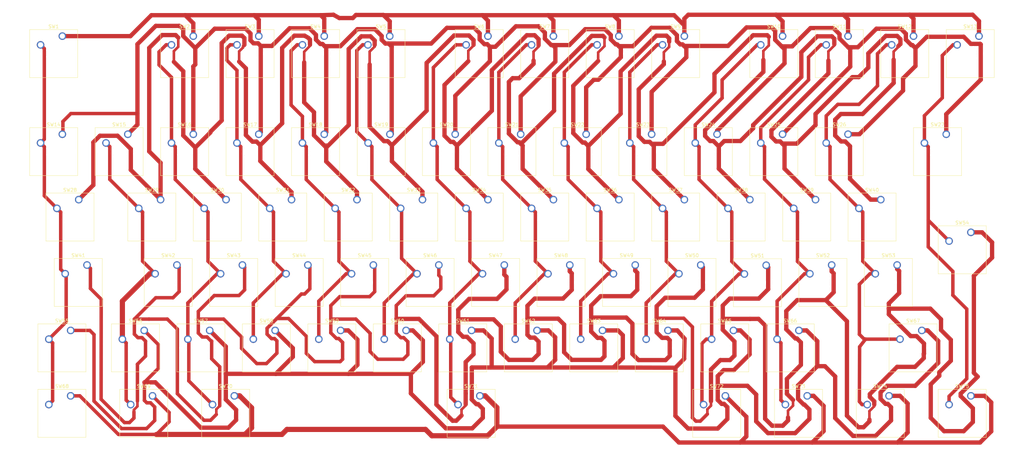
<source format=kicad_pcb>
(kicad_pcb (version 20171130) (host pcbnew 5.1.9)

  (general
    (thickness 1.6)
    (drawings 592)
    (tracks 1036)
    (zones 0)
    (modules 75)
    (nets 21)
  )

  (page A3)
  (layers
    (0 F.Cu signal)
    (31 B.Cu signal)
    (32 B.Adhes user)
    (33 F.Adhes user)
    (34 B.Paste user)
    (35 F.Paste user)
    (36 B.SilkS user)
    (37 F.SilkS user)
    (38 B.Mask user)
    (39 F.Mask user)
    (40 Dwgs.User user)
    (41 Cmts.User user)
    (42 Eco1.User user)
    (43 Eco2.User user)
    (44 Edge.Cuts user)
    (45 Margin user)
    (46 B.CrtYd user)
    (47 F.CrtYd user)
    (48 B.Fab user)
    (49 F.Fab user hide)
  )

  (setup
    (last_trace_width 1)
    (user_trace_width 0.25)
    (user_trace_width 0.5)
    (user_trace_width 0.75)
    (user_trace_width 1)
    (user_trace_width 1.25)
    (user_trace_width 1.5)
    (user_trace_width 1.75)
    (user_trace_width 2)
    (trace_clearance 0.2)
    (zone_clearance 0.508)
    (zone_45_only no)
    (trace_min 0.2)
    (via_size 0.8)
    (via_drill 0.4)
    (via_min_size 0.4)
    (via_min_drill 0.3)
    (uvia_size 0.3)
    (uvia_drill 0.1)
    (uvias_allowed no)
    (uvia_min_size 0.2)
    (uvia_min_drill 0.1)
    (edge_width 0.05)
    (segment_width 0.2)
    (pcb_text_width 0.3)
    (pcb_text_size 1.5 1.5)
    (mod_edge_width 0.12)
    (mod_text_size 1 1)
    (mod_text_width 0.15)
    (pad_size 1.524 1.524)
    (pad_drill 0.762)
    (pad_to_mask_clearance 0.051)
    (solder_mask_min_width 0.25)
    (aux_axis_origin 0 0)
    (visible_elements FFFFFF7F)
    (pcbplotparams
      (layerselection 0x010a0_7fffffff)
      (usegerberextensions false)
      (usegerberattributes false)
      (usegerberadvancedattributes false)
      (creategerberjobfile false)
      (excludeedgelayer true)
      (linewidth 0.100000)
      (plotframeref true)
      (viasonmask false)
      (mode 1)
      (useauxorigin false)
      (hpglpennumber 1)
      (hpglpenspeed 20)
      (hpglpendiameter 15.000000)
      (psnegative false)
      (psa4output false)
      (plotreference true)
      (plotvalue true)
      (plotinvisibletext true)
      (padsonsilk false)
      (subtractmaskfromsilk false)
      (outputformat 5)
      (mirror false)
      (drillshape 0)
      (scaleselection 1)
      (outputdirectory "Export/"))
  )

  (net 0 "")
  (net 1 "Net-(SW1-Pad2)")
  (net 2 "Net-(SW1-Pad1)")
  (net 3 "Net-(SW16-Pad2)")
  (net 4 "Net-(SW17-Pad2)")
  (net 5 "Net-(SW18-Pad2)")
  (net 6 "Net-(SW19-Pad2)")
  (net 7 "Net-(SW20-Pad2)")
  (net 8 "Net-(SW21-Pad2)")
  (net 9 "Net-(SW22-Pad2)")
  (net 10 "Net-(SW23-Pad2)")
  (net 11 "Net-(SW10-Pad2)")
  (net 12 "Net-(SW11-Pad2)")
  (net 13 "Net-(SW12-Pad2)")
  (net 14 "Net-(SW13-Pad2)")
  (net 15 "Net-(SW14-Pad1)")
  (net 16 "Net-(SW15-Pad2)")
  (net 17 "Net-(SW28-Pad1)")
  (net 18 "Net-(SW41-Pad1)")
  (net 19 "Net-(SW55-Pad1)")
  (net 20 "Net-(SW68-Pad1)")

  (net_class Default "This is the default net class."
    (clearance 0.2)
    (trace_width 0.25)
    (via_dia 0.8)
    (via_drill 0.4)
    (uvia_dia 0.3)
    (uvia_drill 0.1)
    (add_net "Net-(SW1-Pad1)")
    (add_net "Net-(SW1-Pad2)")
    (add_net "Net-(SW10-Pad2)")
    (add_net "Net-(SW11-Pad2)")
    (add_net "Net-(SW12-Pad2)")
    (add_net "Net-(SW13-Pad2)")
    (add_net "Net-(SW14-Pad1)")
    (add_net "Net-(SW15-Pad2)")
    (add_net "Net-(SW16-Pad2)")
    (add_net "Net-(SW17-Pad2)")
    (add_net "Net-(SW18-Pad2)")
    (add_net "Net-(SW19-Pad2)")
    (add_net "Net-(SW20-Pad2)")
    (add_net "Net-(SW21-Pad2)")
    (add_net "Net-(SW22-Pad2)")
    (add_net "Net-(SW23-Pad2)")
    (add_net "Net-(SW28-Pad1)")
    (add_net "Net-(SW41-Pad1)")
    (add_net "Net-(SW55-Pad1)")
    (add_net "Net-(SW68-Pad1)")
  )

  (module Button_Switch_Keyboard:SW_Cherry_MX_1.00u_PCB (layer F.Cu) (tedit 5A02FE24) (tstamp 5FDCBC62)
    (at 83.312 82.7405)
    (descr "Cherry MX keyswitch, 1.00u, PCB mount, http://cherryamericas.com/wp-content/uploads/2014/12/mx_cat.pdf")
    (tags "Cherry MX keyswitch 1.00u PCB")
    (path /5FE292B1)
    (fp_text reference SW1 (at -2.54 -2.794) (layer F.SilkS)
      (effects (font (size 1 1) (thickness 0.15)))
    )
    (fp_text value SW_Push (at -2.54 12.954) (layer F.Fab)
      (effects (font (size 1 1) (thickness 0.15)))
    )
    (fp_line (start -9.525 12.065) (end -9.525 -1.905) (layer F.SilkS) (width 0.12))
    (fp_line (start 4.445 12.065) (end -9.525 12.065) (layer F.SilkS) (width 0.12))
    (fp_line (start 4.445 -1.905) (end 4.445 12.065) (layer F.SilkS) (width 0.12))
    (fp_line (start -9.525 -1.905) (end 4.445 -1.905) (layer F.SilkS) (width 0.12))
    (fp_line (start -12.065 14.605) (end -12.065 -4.445) (layer Dwgs.User) (width 0.15))
    (fp_line (start 6.985 14.605) (end -12.065 14.605) (layer Dwgs.User) (width 0.15))
    (fp_line (start 6.985 -4.445) (end 6.985 14.605) (layer Dwgs.User) (width 0.15))
    (fp_line (start -12.065 -4.445) (end 6.985 -4.445) (layer Dwgs.User) (width 0.15))
    (fp_line (start -9.14 -1.52) (end 4.06 -1.52) (layer F.CrtYd) (width 0.05))
    (fp_line (start 4.06 -1.52) (end 4.06 11.68) (layer F.CrtYd) (width 0.05))
    (fp_line (start 4.06 11.68) (end -9.14 11.68) (layer F.CrtYd) (width 0.05))
    (fp_line (start -9.14 11.68) (end -9.14 -1.52) (layer F.CrtYd) (width 0.05))
    (fp_line (start -8.89 11.43) (end -8.89 -1.27) (layer F.Fab) (width 0.1))
    (fp_line (start 3.81 11.43) (end -8.89 11.43) (layer F.Fab) (width 0.1))
    (fp_line (start 3.81 -1.27) (end 3.81 11.43) (layer F.Fab) (width 0.1))
    (fp_line (start -8.89 -1.27) (end 3.81 -1.27) (layer F.Fab) (width 0.1))
    (fp_text user %R (at -2.54 -2.794) (layer F.Fab)
      (effects (font (size 1 1) (thickness 0.15)))
    )
    (pad "" np_thru_hole circle (at 2.54 5.08) (size 1.7 1.7) (drill 1.7) (layers *.Cu *.Mask))
    (pad "" np_thru_hole circle (at -7.62 5.08) (size 1.7 1.7) (drill 1.7) (layers *.Cu *.Mask))
    (pad "" np_thru_hole circle (at -2.54 5.08) (size 4 4) (drill 4) (layers *.Cu *.Mask))
    (pad 2 thru_hole circle (at -6.35 2.54) (size 2.2 2.2) (drill 1.5) (layers *.Cu *.Mask)
      (net 1 "Net-(SW1-Pad2)"))
    (pad 1 thru_hole circle (at 0 0) (size 2.2 2.2) (drill 1.5) (layers *.Cu *.Mask)
      (net 2 "Net-(SW1-Pad1)"))
    (model ${KISYS3DMOD}/Button_Switch_Keyboard.3dshapes/SW_Cherry_MX_1.00u_PCB.wrl
      (at (xyz 0 0 0))
      (scale (xyz 1 1 1))
      (rotate (xyz 0 0 0))
    )
  )

  (module Button_Switch_Keyboard:SW_Cherry_MX_6.25u_PCB (layer F.Cu) (tedit 5A02FE24) (tstamp 5FDD10E0)
    (at 204.7875 187.5155)
    (descr "Cherry MX keyswitch, 6.25u, PCB mount, http://cherryamericas.com/wp-content/uploads/2014/12/mx_cat.pdf")
    (tags "Cherry MX keyswitch 6.25u PCB")
    (path /5FDE57E3)
    (fp_text reference SW71 (at -2.54 -2.794) (layer F.SilkS)
      (effects (font (size 1 1) (thickness 0.15)))
    )
    (fp_text value SW_Push (at -2.54 12.954) (layer F.Fab)
      (effects (font (size 1 1) (thickness 0.15)))
    )
    (fp_line (start -8.89 -1.27) (end 3.81 -1.27) (layer F.Fab) (width 0.1))
    (fp_line (start 3.81 -1.27) (end 3.81 11.43) (layer F.Fab) (width 0.1))
    (fp_line (start 3.81 11.43) (end -8.89 11.43) (layer F.Fab) (width 0.1))
    (fp_line (start -8.89 11.43) (end -8.89 -1.27) (layer F.Fab) (width 0.1))
    (fp_line (start -9.14 11.68) (end -9.14 -1.52) (layer F.CrtYd) (width 0.05))
    (fp_line (start 4.06 11.68) (end -9.14 11.68) (layer F.CrtYd) (width 0.05))
    (fp_line (start 4.06 -1.52) (end 4.06 11.68) (layer F.CrtYd) (width 0.05))
    (fp_line (start -9.14 -1.52) (end 4.06 -1.52) (layer F.CrtYd) (width 0.05))
    (fp_line (start -62.07125 -4.445) (end 56.99125 -4.445) (layer Dwgs.User) (width 0.15))
    (fp_line (start 56.99125 -4.445) (end 56.99125 14.605) (layer Dwgs.User) (width 0.15))
    (fp_line (start 56.99125 14.605) (end -62.07125 14.605) (layer Dwgs.User) (width 0.15))
    (fp_line (start -62.07125 14.605) (end -62.07125 -4.445) (layer Dwgs.User) (width 0.15))
    (fp_line (start -9.525 -1.905) (end 4.445 -1.905) (layer F.SilkS) (width 0.12))
    (fp_line (start 4.445 -1.905) (end 4.445 12.065) (layer F.SilkS) (width 0.12))
    (fp_line (start 4.445 12.065) (end -9.525 12.065) (layer F.SilkS) (width 0.12))
    (fp_line (start -9.525 12.065) (end -9.525 -1.905) (layer F.SilkS) (width 0.12))
    (fp_text user %R (at -2.54 -2.794) (layer F.Fab)
      (effects (font (size 1 1) (thickness 0.15)))
    )
    (pad 1 thru_hole circle (at 0 0) (size 2.2 2.2) (drill 1.5) (layers *.Cu *.Mask)
      (net 20 "Net-(SW68-Pad1)"))
    (pad 2 thru_hole circle (at -6.35 2.54) (size 2.2 2.2) (drill 1.5) (layers *.Cu *.Mask)
      (net 7 "Net-(SW20-Pad2)"))
    (pad "" np_thru_hole circle (at -2.54 5.08) (size 4 4) (drill 4) (layers *.Cu *.Mask))
    (pad "" np_thru_hole circle (at -7.62 5.08) (size 1.7 1.7) (drill 1.7) (layers *.Cu *.Mask))
    (pad "" np_thru_hole circle (at 2.54 5.08) (size 1.7 1.7) (drill 1.7) (layers *.Cu *.Mask))
    (pad "" np_thru_hole circle (at 47.46 13.32) (size 4 4) (drill 4) (layers *.Cu *.Mask))
    (pad "" np_thru_hole circle (at -52.54 13.32) (size 4 4) (drill 4) (layers *.Cu *.Mask))
    (pad "" np_thru_hole circle (at -52.54 -1.92) (size 3.05 3.05) (drill 3.05) (layers *.Cu *.Mask))
    (pad "" np_thru_hole circle (at 47.46 -1.92) (size 3.05 3.05) (drill 3.05) (layers *.Cu *.Mask))
    (model ${KISYS3DMOD}/Button_Switch_Keyboard.3dshapes/SW_Cherry_MX_6.25u_PCB.wrl
      (at (xyz 0 0 0))
      (scale (xyz 1 1 1))
      (rotate (xyz 0 0 0))
    )
  )

  (module Button_Switch_Keyboard:SW_Cherry_MX_1.00u_PCB (layer F.Cu) (tedit 5A02FE24) (tstamp 5FDCBC7C)
    (at 121.412 82.7405)
    (descr "Cherry MX keyswitch, 1.00u, PCB mount, http://cherryamericas.com/wp-content/uploads/2014/12/mx_cat.pdf")
    (tags "Cherry MX keyswitch 1.00u PCB")
    (path /5FDE0B15)
    (fp_text reference SW2 (at -2.54 -2.794) (layer F.SilkS)
      (effects (font (size 1 1) (thickness 0.15)))
    )
    (fp_text value SW_Push (at -2.54 12.954) (layer F.Fab)
      (effects (font (size 1 1) (thickness 0.15)))
    )
    (fp_line (start -9.525 12.065) (end -9.525 -1.905) (layer F.SilkS) (width 0.12))
    (fp_line (start 4.445 12.065) (end -9.525 12.065) (layer F.SilkS) (width 0.12))
    (fp_line (start 4.445 -1.905) (end 4.445 12.065) (layer F.SilkS) (width 0.12))
    (fp_line (start -9.525 -1.905) (end 4.445 -1.905) (layer F.SilkS) (width 0.12))
    (fp_line (start -12.065 14.605) (end -12.065 -4.445) (layer Dwgs.User) (width 0.15))
    (fp_line (start 6.985 14.605) (end -12.065 14.605) (layer Dwgs.User) (width 0.15))
    (fp_line (start 6.985 -4.445) (end 6.985 14.605) (layer Dwgs.User) (width 0.15))
    (fp_line (start -12.065 -4.445) (end 6.985 -4.445) (layer Dwgs.User) (width 0.15))
    (fp_line (start -9.14 -1.52) (end 4.06 -1.52) (layer F.CrtYd) (width 0.05))
    (fp_line (start 4.06 -1.52) (end 4.06 11.68) (layer F.CrtYd) (width 0.05))
    (fp_line (start 4.06 11.68) (end -9.14 11.68) (layer F.CrtYd) (width 0.05))
    (fp_line (start -9.14 11.68) (end -9.14 -1.52) (layer F.CrtYd) (width 0.05))
    (fp_line (start -8.89 11.43) (end -8.89 -1.27) (layer F.Fab) (width 0.1))
    (fp_line (start 3.81 11.43) (end -8.89 11.43) (layer F.Fab) (width 0.1))
    (fp_line (start 3.81 -1.27) (end 3.81 11.43) (layer F.Fab) (width 0.1))
    (fp_line (start -8.89 -1.27) (end 3.81 -1.27) (layer F.Fab) (width 0.1))
    (fp_text user %R (at -2.54 -2.794) (layer F.Fab)
      (effects (font (size 1 1) (thickness 0.15)))
    )
    (pad "" np_thru_hole circle (at 2.54 5.08) (size 1.7 1.7) (drill 1.7) (layers *.Cu *.Mask))
    (pad "" np_thru_hole circle (at -7.62 5.08) (size 1.7 1.7) (drill 1.7) (layers *.Cu *.Mask))
    (pad "" np_thru_hole circle (at -2.54 5.08) (size 4 4) (drill 4) (layers *.Cu *.Mask))
    (pad 2 thru_hole circle (at -6.35 2.54) (size 2.2 2.2) (drill 1.5) (layers *.Cu *.Mask)
      (net 3 "Net-(SW16-Pad2)"))
    (pad 1 thru_hole circle (at 0 0) (size 2.2 2.2) (drill 1.5) (layers *.Cu *.Mask)
      (net 2 "Net-(SW1-Pad1)"))
    (model ${KISYS3DMOD}/Button_Switch_Keyboard.3dshapes/SW_Cherry_MX_1.00u_PCB.wrl
      (at (xyz 0 0 0))
      (scale (xyz 1 1 1))
      (rotate (xyz 0 0 0))
    )
  )

  (module Button_Switch_Keyboard:SW_Cherry_MX_1.00u_PCB (layer F.Cu) (tedit 5A02FE24) (tstamp 5FDCBC96)
    (at 140.462 82.7405)
    (descr "Cherry MX keyswitch, 1.00u, PCB mount, http://cherryamericas.com/wp-content/uploads/2014/12/mx_cat.pdf")
    (tags "Cherry MX keyswitch 1.00u PCB")
    (path /5FDE57C5)
    (fp_text reference SW3 (at -2.54 -2.794) (layer F.SilkS)
      (effects (font (size 1 1) (thickness 0.15)))
    )
    (fp_text value SW_Push (at -2.54 12.954) (layer F.Fab)
      (effects (font (size 1 1) (thickness 0.15)))
    )
    (fp_line (start -8.89 -1.27) (end 3.81 -1.27) (layer F.Fab) (width 0.1))
    (fp_line (start 3.81 -1.27) (end 3.81 11.43) (layer F.Fab) (width 0.1))
    (fp_line (start 3.81 11.43) (end -8.89 11.43) (layer F.Fab) (width 0.1))
    (fp_line (start -8.89 11.43) (end -8.89 -1.27) (layer F.Fab) (width 0.1))
    (fp_line (start -9.14 11.68) (end -9.14 -1.52) (layer F.CrtYd) (width 0.05))
    (fp_line (start 4.06 11.68) (end -9.14 11.68) (layer F.CrtYd) (width 0.05))
    (fp_line (start 4.06 -1.52) (end 4.06 11.68) (layer F.CrtYd) (width 0.05))
    (fp_line (start -9.14 -1.52) (end 4.06 -1.52) (layer F.CrtYd) (width 0.05))
    (fp_line (start -12.065 -4.445) (end 6.985 -4.445) (layer Dwgs.User) (width 0.15))
    (fp_line (start 6.985 -4.445) (end 6.985 14.605) (layer Dwgs.User) (width 0.15))
    (fp_line (start 6.985 14.605) (end -12.065 14.605) (layer Dwgs.User) (width 0.15))
    (fp_line (start -12.065 14.605) (end -12.065 -4.445) (layer Dwgs.User) (width 0.15))
    (fp_line (start -9.525 -1.905) (end 4.445 -1.905) (layer F.SilkS) (width 0.12))
    (fp_line (start 4.445 -1.905) (end 4.445 12.065) (layer F.SilkS) (width 0.12))
    (fp_line (start 4.445 12.065) (end -9.525 12.065) (layer F.SilkS) (width 0.12))
    (fp_line (start -9.525 12.065) (end -9.525 -1.905) (layer F.SilkS) (width 0.12))
    (fp_text user %R (at -2.54 -2.794) (layer F.Fab)
      (effects (font (size 1 1) (thickness 0.15)))
    )
    (pad 1 thru_hole circle (at 0 0) (size 2.2 2.2) (drill 1.5) (layers *.Cu *.Mask)
      (net 2 "Net-(SW1-Pad1)"))
    (pad 2 thru_hole circle (at -6.35 2.54) (size 2.2 2.2) (drill 1.5) (layers *.Cu *.Mask)
      (net 4 "Net-(SW17-Pad2)"))
    (pad "" np_thru_hole circle (at -2.54 5.08) (size 4 4) (drill 4) (layers *.Cu *.Mask))
    (pad "" np_thru_hole circle (at -7.62 5.08) (size 1.7 1.7) (drill 1.7) (layers *.Cu *.Mask))
    (pad "" np_thru_hole circle (at 2.54 5.08) (size 1.7 1.7) (drill 1.7) (layers *.Cu *.Mask))
    (model ${KISYS3DMOD}/Button_Switch_Keyboard.3dshapes/SW_Cherry_MX_1.00u_PCB.wrl
      (at (xyz 0 0 0))
      (scale (xyz 1 1 1))
      (rotate (xyz 0 0 0))
    )
  )

  (module Button_Switch_Keyboard:SW_Cherry_MX_1.00u_PCB (layer F.Cu) (tedit 5A02FE24) (tstamp 5FDCBCB0)
    (at 159.512 82.7405)
    (descr "Cherry MX keyswitch, 1.00u, PCB mount, http://cherryamericas.com/wp-content/uploads/2014/12/mx_cat.pdf")
    (tags "Cherry MX keyswitch 1.00u PCB")
    (path /5FDE5E1B)
    (fp_text reference SW4 (at -2.54 -2.794) (layer F.SilkS)
      (effects (font (size 1 1) (thickness 0.15)))
    )
    (fp_text value SW_Push (at -2.54 12.954) (layer F.Fab)
      (effects (font (size 1 1) (thickness 0.15)))
    )
    (fp_line (start -9.525 12.065) (end -9.525 -1.905) (layer F.SilkS) (width 0.12))
    (fp_line (start 4.445 12.065) (end -9.525 12.065) (layer F.SilkS) (width 0.12))
    (fp_line (start 4.445 -1.905) (end 4.445 12.065) (layer F.SilkS) (width 0.12))
    (fp_line (start -9.525 -1.905) (end 4.445 -1.905) (layer F.SilkS) (width 0.12))
    (fp_line (start -12.065 14.605) (end -12.065 -4.445) (layer Dwgs.User) (width 0.15))
    (fp_line (start 6.985 14.605) (end -12.065 14.605) (layer Dwgs.User) (width 0.15))
    (fp_line (start 6.985 -4.445) (end 6.985 14.605) (layer Dwgs.User) (width 0.15))
    (fp_line (start -12.065 -4.445) (end 6.985 -4.445) (layer Dwgs.User) (width 0.15))
    (fp_line (start -9.14 -1.52) (end 4.06 -1.52) (layer F.CrtYd) (width 0.05))
    (fp_line (start 4.06 -1.52) (end 4.06 11.68) (layer F.CrtYd) (width 0.05))
    (fp_line (start 4.06 11.68) (end -9.14 11.68) (layer F.CrtYd) (width 0.05))
    (fp_line (start -9.14 11.68) (end -9.14 -1.52) (layer F.CrtYd) (width 0.05))
    (fp_line (start -8.89 11.43) (end -8.89 -1.27) (layer F.Fab) (width 0.1))
    (fp_line (start 3.81 11.43) (end -8.89 11.43) (layer F.Fab) (width 0.1))
    (fp_line (start 3.81 -1.27) (end 3.81 11.43) (layer F.Fab) (width 0.1))
    (fp_line (start -8.89 -1.27) (end 3.81 -1.27) (layer F.Fab) (width 0.1))
    (fp_text user %R (at -2.54 -2.794) (layer F.Fab)
      (effects (font (size 1 1) (thickness 0.15)))
    )
    (pad "" np_thru_hole circle (at 2.54 5.08) (size 1.7 1.7) (drill 1.7) (layers *.Cu *.Mask))
    (pad "" np_thru_hole circle (at -7.62 5.08) (size 1.7 1.7) (drill 1.7) (layers *.Cu *.Mask))
    (pad "" np_thru_hole circle (at -2.54 5.08) (size 4 4) (drill 4) (layers *.Cu *.Mask))
    (pad 2 thru_hole circle (at -6.35 2.54) (size 2.2 2.2) (drill 1.5) (layers *.Cu *.Mask)
      (net 5 "Net-(SW18-Pad2)"))
    (pad 1 thru_hole circle (at 0 0) (size 2.2 2.2) (drill 1.5) (layers *.Cu *.Mask)
      (net 2 "Net-(SW1-Pad1)"))
    (model ${KISYS3DMOD}/Button_Switch_Keyboard.3dshapes/SW_Cherry_MX_1.00u_PCB.wrl
      (at (xyz 0 0 0))
      (scale (xyz 1 1 1))
      (rotate (xyz 0 0 0))
    )
  )

  (module Button_Switch_Keyboard:SW_Cherry_MX_1.00u_PCB (layer F.Cu) (tedit 5A02FE24) (tstamp 5FDCBCCA)
    (at 178.562 82.7405)
    (descr "Cherry MX keyswitch, 1.00u, PCB mount, http://cherryamericas.com/wp-content/uploads/2014/12/mx_cat.pdf")
    (tags "Cherry MX keyswitch 1.00u PCB")
    (path /5FDEA24B)
    (fp_text reference SW5 (at -2.54 -2.794) (layer F.SilkS)
      (effects (font (size 1 1) (thickness 0.15)))
    )
    (fp_text value SW_Push (at -2.54 12.954) (layer F.Fab)
      (effects (font (size 1 1) (thickness 0.15)))
    )
    (fp_line (start -8.89 -1.27) (end 3.81 -1.27) (layer F.Fab) (width 0.1))
    (fp_line (start 3.81 -1.27) (end 3.81 11.43) (layer F.Fab) (width 0.1))
    (fp_line (start 3.81 11.43) (end -8.89 11.43) (layer F.Fab) (width 0.1))
    (fp_line (start -8.89 11.43) (end -8.89 -1.27) (layer F.Fab) (width 0.1))
    (fp_line (start -9.14 11.68) (end -9.14 -1.52) (layer F.CrtYd) (width 0.05))
    (fp_line (start 4.06 11.68) (end -9.14 11.68) (layer F.CrtYd) (width 0.05))
    (fp_line (start 4.06 -1.52) (end 4.06 11.68) (layer F.CrtYd) (width 0.05))
    (fp_line (start -9.14 -1.52) (end 4.06 -1.52) (layer F.CrtYd) (width 0.05))
    (fp_line (start -12.065 -4.445) (end 6.985 -4.445) (layer Dwgs.User) (width 0.15))
    (fp_line (start 6.985 -4.445) (end 6.985 14.605) (layer Dwgs.User) (width 0.15))
    (fp_line (start 6.985 14.605) (end -12.065 14.605) (layer Dwgs.User) (width 0.15))
    (fp_line (start -12.065 14.605) (end -12.065 -4.445) (layer Dwgs.User) (width 0.15))
    (fp_line (start -9.525 -1.905) (end 4.445 -1.905) (layer F.SilkS) (width 0.12))
    (fp_line (start 4.445 -1.905) (end 4.445 12.065) (layer F.SilkS) (width 0.12))
    (fp_line (start 4.445 12.065) (end -9.525 12.065) (layer F.SilkS) (width 0.12))
    (fp_line (start -9.525 12.065) (end -9.525 -1.905) (layer F.SilkS) (width 0.12))
    (fp_text user %R (at -2.54 -2.794) (layer F.Fab)
      (effects (font (size 1 1) (thickness 0.15)))
    )
    (pad 1 thru_hole circle (at 0 0) (size 2.2 2.2) (drill 1.5) (layers *.Cu *.Mask)
      (net 2 "Net-(SW1-Pad1)"))
    (pad 2 thru_hole circle (at -6.35 2.54) (size 2.2 2.2) (drill 1.5) (layers *.Cu *.Mask)
      (net 6 "Net-(SW19-Pad2)"))
    (pad "" np_thru_hole circle (at -2.54 5.08) (size 4 4) (drill 4) (layers *.Cu *.Mask))
    (pad "" np_thru_hole circle (at -7.62 5.08) (size 1.7 1.7) (drill 1.7) (layers *.Cu *.Mask))
    (pad "" np_thru_hole circle (at 2.54 5.08) (size 1.7 1.7) (drill 1.7) (layers *.Cu *.Mask))
    (model ${KISYS3DMOD}/Button_Switch_Keyboard.3dshapes/SW_Cherry_MX_1.00u_PCB.wrl
      (at (xyz 0 0 0))
      (scale (xyz 1 1 1))
      (rotate (xyz 0 0 0))
    )
  )

  (module Button_Switch_Keyboard:SW_Cherry_MX_1.00u_PCB (layer F.Cu) (tedit 5A02FE24) (tstamp 5FDCBCE4)
    (at 207.137 82.7405)
    (descr "Cherry MX keyswitch, 1.00u, PCB mount, http://cherryamericas.com/wp-content/uploads/2014/12/mx_cat.pdf")
    (tags "Cherry MX keyswitch 1.00u PCB")
    (path /5FDEB0B9)
    (fp_text reference SW6 (at -2.54 -2.794) (layer F.SilkS)
      (effects (font (size 1 1) (thickness 0.15)))
    )
    (fp_text value SW_Push (at -2.54 12.954) (layer F.Fab)
      (effects (font (size 1 1) (thickness 0.15)))
    )
    (fp_line (start -9.525 12.065) (end -9.525 -1.905) (layer F.SilkS) (width 0.12))
    (fp_line (start 4.445 12.065) (end -9.525 12.065) (layer F.SilkS) (width 0.12))
    (fp_line (start 4.445 -1.905) (end 4.445 12.065) (layer F.SilkS) (width 0.12))
    (fp_line (start -9.525 -1.905) (end 4.445 -1.905) (layer F.SilkS) (width 0.12))
    (fp_line (start -12.065 14.605) (end -12.065 -4.445) (layer Dwgs.User) (width 0.15))
    (fp_line (start 6.985 14.605) (end -12.065 14.605) (layer Dwgs.User) (width 0.15))
    (fp_line (start 6.985 -4.445) (end 6.985 14.605) (layer Dwgs.User) (width 0.15))
    (fp_line (start -12.065 -4.445) (end 6.985 -4.445) (layer Dwgs.User) (width 0.15))
    (fp_line (start -9.14 -1.52) (end 4.06 -1.52) (layer F.CrtYd) (width 0.05))
    (fp_line (start 4.06 -1.52) (end 4.06 11.68) (layer F.CrtYd) (width 0.05))
    (fp_line (start 4.06 11.68) (end -9.14 11.68) (layer F.CrtYd) (width 0.05))
    (fp_line (start -9.14 11.68) (end -9.14 -1.52) (layer F.CrtYd) (width 0.05))
    (fp_line (start -8.89 11.43) (end -8.89 -1.27) (layer F.Fab) (width 0.1))
    (fp_line (start 3.81 11.43) (end -8.89 11.43) (layer F.Fab) (width 0.1))
    (fp_line (start 3.81 -1.27) (end 3.81 11.43) (layer F.Fab) (width 0.1))
    (fp_line (start -8.89 -1.27) (end 3.81 -1.27) (layer F.Fab) (width 0.1))
    (fp_text user %R (at -2.54 -2.794) (layer F.Fab)
      (effects (font (size 1 1) (thickness 0.15)))
    )
    (pad "" np_thru_hole circle (at 2.54 5.08) (size 1.7 1.7) (drill 1.7) (layers *.Cu *.Mask))
    (pad "" np_thru_hole circle (at -7.62 5.08) (size 1.7 1.7) (drill 1.7) (layers *.Cu *.Mask))
    (pad "" np_thru_hole circle (at -2.54 5.08) (size 4 4) (drill 4) (layers *.Cu *.Mask))
    (pad 2 thru_hole circle (at -6.35 2.54) (size 2.2 2.2) (drill 1.5) (layers *.Cu *.Mask)
      (net 7 "Net-(SW20-Pad2)"))
    (pad 1 thru_hole circle (at 0 0) (size 2.2 2.2) (drill 1.5) (layers *.Cu *.Mask)
      (net 2 "Net-(SW1-Pad1)"))
    (model ${KISYS3DMOD}/Button_Switch_Keyboard.3dshapes/SW_Cherry_MX_1.00u_PCB.wrl
      (at (xyz 0 0 0))
      (scale (xyz 1 1 1))
      (rotate (xyz 0 0 0))
    )
  )

  (module Button_Switch_Keyboard:SW_Cherry_MX_1.00u_PCB (layer F.Cu) (tedit 5A02FE24) (tstamp 5FDCBCFE)
    (at 226.187 82.7405)
    (descr "Cherry MX keyswitch, 1.00u, PCB mount, http://cherryamericas.com/wp-content/uploads/2014/12/mx_cat.pdf")
    (tags "Cherry MX keyswitch 1.00u PCB")
    (path /5FDEC575)
    (fp_text reference SW7 (at -2.54 -2.794) (layer F.SilkS)
      (effects (font (size 1 1) (thickness 0.15)))
    )
    (fp_text value SW_Push (at -2.54 12.954) (layer F.Fab)
      (effects (font (size 1 1) (thickness 0.15)))
    )
    (fp_line (start -8.89 -1.27) (end 3.81 -1.27) (layer F.Fab) (width 0.1))
    (fp_line (start 3.81 -1.27) (end 3.81 11.43) (layer F.Fab) (width 0.1))
    (fp_line (start 3.81 11.43) (end -8.89 11.43) (layer F.Fab) (width 0.1))
    (fp_line (start -8.89 11.43) (end -8.89 -1.27) (layer F.Fab) (width 0.1))
    (fp_line (start -9.14 11.68) (end -9.14 -1.52) (layer F.CrtYd) (width 0.05))
    (fp_line (start 4.06 11.68) (end -9.14 11.68) (layer F.CrtYd) (width 0.05))
    (fp_line (start 4.06 -1.52) (end 4.06 11.68) (layer F.CrtYd) (width 0.05))
    (fp_line (start -9.14 -1.52) (end 4.06 -1.52) (layer F.CrtYd) (width 0.05))
    (fp_line (start -12.065 -4.445) (end 6.985 -4.445) (layer Dwgs.User) (width 0.15))
    (fp_line (start 6.985 -4.445) (end 6.985 14.605) (layer Dwgs.User) (width 0.15))
    (fp_line (start 6.985 14.605) (end -12.065 14.605) (layer Dwgs.User) (width 0.15))
    (fp_line (start -12.065 14.605) (end -12.065 -4.445) (layer Dwgs.User) (width 0.15))
    (fp_line (start -9.525 -1.905) (end 4.445 -1.905) (layer F.SilkS) (width 0.12))
    (fp_line (start 4.445 -1.905) (end 4.445 12.065) (layer F.SilkS) (width 0.12))
    (fp_line (start 4.445 12.065) (end -9.525 12.065) (layer F.SilkS) (width 0.12))
    (fp_line (start -9.525 12.065) (end -9.525 -1.905) (layer F.SilkS) (width 0.12))
    (fp_text user %R (at -2.54 -2.794) (layer F.Fab)
      (effects (font (size 1 1) (thickness 0.15)))
    )
    (pad 1 thru_hole circle (at 0 0) (size 2.2 2.2) (drill 1.5) (layers *.Cu *.Mask)
      (net 2 "Net-(SW1-Pad1)"))
    (pad 2 thru_hole circle (at -6.35 2.54) (size 2.2 2.2) (drill 1.5) (layers *.Cu *.Mask)
      (net 8 "Net-(SW21-Pad2)"))
    (pad "" np_thru_hole circle (at -2.54 5.08) (size 4 4) (drill 4) (layers *.Cu *.Mask))
    (pad "" np_thru_hole circle (at -7.62 5.08) (size 1.7 1.7) (drill 1.7) (layers *.Cu *.Mask))
    (pad "" np_thru_hole circle (at 2.54 5.08) (size 1.7 1.7) (drill 1.7) (layers *.Cu *.Mask))
    (model ${KISYS3DMOD}/Button_Switch_Keyboard.3dshapes/SW_Cherry_MX_1.00u_PCB.wrl
      (at (xyz 0 0 0))
      (scale (xyz 1 1 1))
      (rotate (xyz 0 0 0))
    )
  )

  (module Button_Switch_Keyboard:SW_Cherry_MX_1.00u_PCB (layer F.Cu) (tedit 5A02FE24) (tstamp 5FDCBD18)
    (at 245.237 82.7405)
    (descr "Cherry MX keyswitch, 1.00u, PCB mount, http://cherryamericas.com/wp-content/uploads/2014/12/mx_cat.pdf")
    (tags "Cherry MX keyswitch 1.00u PCB")
    (path /5FDF7075)
    (fp_text reference SW8 (at -2.54 -2.794) (layer F.SilkS)
      (effects (font (size 1 1) (thickness 0.15)))
    )
    (fp_text value SW_Push (at -2.54 12.954) (layer F.Fab)
      (effects (font (size 1 1) (thickness 0.15)))
    )
    (fp_line (start -9.525 12.065) (end -9.525 -1.905) (layer F.SilkS) (width 0.12))
    (fp_line (start 4.445 12.065) (end -9.525 12.065) (layer F.SilkS) (width 0.12))
    (fp_line (start 4.445 -1.905) (end 4.445 12.065) (layer F.SilkS) (width 0.12))
    (fp_line (start -9.525 -1.905) (end 4.445 -1.905) (layer F.SilkS) (width 0.12))
    (fp_line (start -12.065 14.605) (end -12.065 -4.445) (layer Dwgs.User) (width 0.15))
    (fp_line (start 6.985 14.605) (end -12.065 14.605) (layer Dwgs.User) (width 0.15))
    (fp_line (start 6.985 -4.445) (end 6.985 14.605) (layer Dwgs.User) (width 0.15))
    (fp_line (start -12.065 -4.445) (end 6.985 -4.445) (layer Dwgs.User) (width 0.15))
    (fp_line (start -9.14 -1.52) (end 4.06 -1.52) (layer F.CrtYd) (width 0.05))
    (fp_line (start 4.06 -1.52) (end 4.06 11.68) (layer F.CrtYd) (width 0.05))
    (fp_line (start 4.06 11.68) (end -9.14 11.68) (layer F.CrtYd) (width 0.05))
    (fp_line (start -9.14 11.68) (end -9.14 -1.52) (layer F.CrtYd) (width 0.05))
    (fp_line (start -8.89 11.43) (end -8.89 -1.27) (layer F.Fab) (width 0.1))
    (fp_line (start 3.81 11.43) (end -8.89 11.43) (layer F.Fab) (width 0.1))
    (fp_line (start 3.81 -1.27) (end 3.81 11.43) (layer F.Fab) (width 0.1))
    (fp_line (start -8.89 -1.27) (end 3.81 -1.27) (layer F.Fab) (width 0.1))
    (fp_text user %R (at -2.54 -2.794) (layer F.Fab)
      (effects (font (size 1 1) (thickness 0.15)))
    )
    (pad "" np_thru_hole circle (at 2.54 5.08) (size 1.7 1.7) (drill 1.7) (layers *.Cu *.Mask))
    (pad "" np_thru_hole circle (at -7.62 5.08) (size 1.7 1.7) (drill 1.7) (layers *.Cu *.Mask))
    (pad "" np_thru_hole circle (at -2.54 5.08) (size 4 4) (drill 4) (layers *.Cu *.Mask))
    (pad 2 thru_hole circle (at -6.35 2.54) (size 2.2 2.2) (drill 1.5) (layers *.Cu *.Mask)
      (net 9 "Net-(SW22-Pad2)"))
    (pad 1 thru_hole circle (at 0 0) (size 2.2 2.2) (drill 1.5) (layers *.Cu *.Mask)
      (net 2 "Net-(SW1-Pad1)"))
    (model ${KISYS3DMOD}/Button_Switch_Keyboard.3dshapes/SW_Cherry_MX_1.00u_PCB.wrl
      (at (xyz 0 0 0))
      (scale (xyz 1 1 1))
      (rotate (xyz 0 0 0))
    )
  )

  (module Button_Switch_Keyboard:SW_Cherry_MX_1.00u_PCB (layer F.Cu) (tedit 5A02FE24) (tstamp 5FDCBD32)
    (at 264.287 82.7405)
    (descr "Cherry MX keyswitch, 1.00u, PCB mount, http://cherryamericas.com/wp-content/uploads/2014/12/mx_cat.pdf")
    (tags "Cherry MX keyswitch 1.00u PCB")
    (path /5FDF7099)
    (fp_text reference SW9 (at -2.54 -2.794) (layer F.SilkS)
      (effects (font (size 1 1) (thickness 0.15)))
    )
    (fp_text value SW_Push (at -2.54 12.954) (layer F.Fab)
      (effects (font (size 1 1) (thickness 0.15)))
    )
    (fp_line (start -9.525 12.065) (end -9.525 -1.905) (layer F.SilkS) (width 0.12))
    (fp_line (start 4.445 12.065) (end -9.525 12.065) (layer F.SilkS) (width 0.12))
    (fp_line (start 4.445 -1.905) (end 4.445 12.065) (layer F.SilkS) (width 0.12))
    (fp_line (start -9.525 -1.905) (end 4.445 -1.905) (layer F.SilkS) (width 0.12))
    (fp_line (start -12.065 14.605) (end -12.065 -4.445) (layer Dwgs.User) (width 0.15))
    (fp_line (start 6.985 14.605) (end -12.065 14.605) (layer Dwgs.User) (width 0.15))
    (fp_line (start 6.985 -4.445) (end 6.985 14.605) (layer Dwgs.User) (width 0.15))
    (fp_line (start -12.065 -4.445) (end 6.985 -4.445) (layer Dwgs.User) (width 0.15))
    (fp_line (start -9.14 -1.52) (end 4.06 -1.52) (layer F.CrtYd) (width 0.05))
    (fp_line (start 4.06 -1.52) (end 4.06 11.68) (layer F.CrtYd) (width 0.05))
    (fp_line (start 4.06 11.68) (end -9.14 11.68) (layer F.CrtYd) (width 0.05))
    (fp_line (start -9.14 11.68) (end -9.14 -1.52) (layer F.CrtYd) (width 0.05))
    (fp_line (start -8.89 11.43) (end -8.89 -1.27) (layer F.Fab) (width 0.1))
    (fp_line (start 3.81 11.43) (end -8.89 11.43) (layer F.Fab) (width 0.1))
    (fp_line (start 3.81 -1.27) (end 3.81 11.43) (layer F.Fab) (width 0.1))
    (fp_line (start -8.89 -1.27) (end 3.81 -1.27) (layer F.Fab) (width 0.1))
    (fp_text user %R (at -2.54 -2.794) (layer F.Fab)
      (effects (font (size 1 1) (thickness 0.15)))
    )
    (pad "" np_thru_hole circle (at 2.54 5.08) (size 1.7 1.7) (drill 1.7) (layers *.Cu *.Mask))
    (pad "" np_thru_hole circle (at -7.62 5.08) (size 1.7 1.7) (drill 1.7) (layers *.Cu *.Mask))
    (pad "" np_thru_hole circle (at -2.54 5.08) (size 4 4) (drill 4) (layers *.Cu *.Mask))
    (pad 2 thru_hole circle (at -6.35 2.54) (size 2.2 2.2) (drill 1.5) (layers *.Cu *.Mask)
      (net 10 "Net-(SW23-Pad2)"))
    (pad 1 thru_hole circle (at 0 0) (size 2.2 2.2) (drill 1.5) (layers *.Cu *.Mask)
      (net 2 "Net-(SW1-Pad1)"))
    (model ${KISYS3DMOD}/Button_Switch_Keyboard.3dshapes/SW_Cherry_MX_1.00u_PCB.wrl
      (at (xyz 0 0 0))
      (scale (xyz 1 1 1))
      (rotate (xyz 0 0 0))
    )
  )

  (module Button_Switch_Keyboard:SW_Cherry_MX_1.00u_PCB (layer F.Cu) (tedit 5A02FE24) (tstamp 5FDCBD4C)
    (at 292.862 82.7405)
    (descr "Cherry MX keyswitch, 1.00u, PCB mount, http://cherryamericas.com/wp-content/uploads/2014/12/mx_cat.pdf")
    (tags "Cherry MX keyswitch 1.00u PCB")
    (path /5FDF70BD)
    (fp_text reference SW10 (at -2.54 -2.794) (layer F.SilkS)
      (effects (font (size 1 1) (thickness 0.15)))
    )
    (fp_text value SW_Push (at -2.54 12.954) (layer F.Fab)
      (effects (font (size 1 1) (thickness 0.15)))
    )
    (fp_line (start -8.89 -1.27) (end 3.81 -1.27) (layer F.Fab) (width 0.1))
    (fp_line (start 3.81 -1.27) (end 3.81 11.43) (layer F.Fab) (width 0.1))
    (fp_line (start 3.81 11.43) (end -8.89 11.43) (layer F.Fab) (width 0.1))
    (fp_line (start -8.89 11.43) (end -8.89 -1.27) (layer F.Fab) (width 0.1))
    (fp_line (start -9.14 11.68) (end -9.14 -1.52) (layer F.CrtYd) (width 0.05))
    (fp_line (start 4.06 11.68) (end -9.14 11.68) (layer F.CrtYd) (width 0.05))
    (fp_line (start 4.06 -1.52) (end 4.06 11.68) (layer F.CrtYd) (width 0.05))
    (fp_line (start -9.14 -1.52) (end 4.06 -1.52) (layer F.CrtYd) (width 0.05))
    (fp_line (start -12.065 -4.445) (end 6.985 -4.445) (layer Dwgs.User) (width 0.15))
    (fp_line (start 6.985 -4.445) (end 6.985 14.605) (layer Dwgs.User) (width 0.15))
    (fp_line (start 6.985 14.605) (end -12.065 14.605) (layer Dwgs.User) (width 0.15))
    (fp_line (start -12.065 14.605) (end -12.065 -4.445) (layer Dwgs.User) (width 0.15))
    (fp_line (start -9.525 -1.905) (end 4.445 -1.905) (layer F.SilkS) (width 0.12))
    (fp_line (start 4.445 -1.905) (end 4.445 12.065) (layer F.SilkS) (width 0.12))
    (fp_line (start 4.445 12.065) (end -9.525 12.065) (layer F.SilkS) (width 0.12))
    (fp_line (start -9.525 12.065) (end -9.525 -1.905) (layer F.SilkS) (width 0.12))
    (fp_text user %R (at -2.54 -2.794) (layer F.Fab)
      (effects (font (size 1 1) (thickness 0.15)))
    )
    (pad 1 thru_hole circle (at 0 0) (size 2.2 2.2) (drill 1.5) (layers *.Cu *.Mask)
      (net 2 "Net-(SW1-Pad1)"))
    (pad 2 thru_hole circle (at -6.35 2.54) (size 2.2 2.2) (drill 1.5) (layers *.Cu *.Mask)
      (net 11 "Net-(SW10-Pad2)"))
    (pad "" np_thru_hole circle (at -2.54 5.08) (size 4 4) (drill 4) (layers *.Cu *.Mask))
    (pad "" np_thru_hole circle (at -7.62 5.08) (size 1.7 1.7) (drill 1.7) (layers *.Cu *.Mask))
    (pad "" np_thru_hole circle (at 2.54 5.08) (size 1.7 1.7) (drill 1.7) (layers *.Cu *.Mask))
    (model ${KISYS3DMOD}/Button_Switch_Keyboard.3dshapes/SW_Cherry_MX_1.00u_PCB.wrl
      (at (xyz 0 0 0))
      (scale (xyz 1 1 1))
      (rotate (xyz 0 0 0))
    )
  )

  (module Button_Switch_Keyboard:SW_Cherry_MX_1.00u_PCB (layer F.Cu) (tedit 5A02FE24) (tstamp 5FDCBD66)
    (at 311.912 82.7405)
    (descr "Cherry MX keyswitch, 1.00u, PCB mount, http://cherryamericas.com/wp-content/uploads/2014/12/mx_cat.pdf")
    (tags "Cherry MX keyswitch 1.00u PCB")
    (path /5FDF70E1)
    (fp_text reference SW11 (at -2.54 -2.794) (layer F.SilkS)
      (effects (font (size 1 1) (thickness 0.15)))
    )
    (fp_text value SW_Push (at -2.54 12.954) (layer F.Fab)
      (effects (font (size 1 1) (thickness 0.15)))
    )
    (fp_line (start -8.89 -1.27) (end 3.81 -1.27) (layer F.Fab) (width 0.1))
    (fp_line (start 3.81 -1.27) (end 3.81 11.43) (layer F.Fab) (width 0.1))
    (fp_line (start 3.81 11.43) (end -8.89 11.43) (layer F.Fab) (width 0.1))
    (fp_line (start -8.89 11.43) (end -8.89 -1.27) (layer F.Fab) (width 0.1))
    (fp_line (start -9.14 11.68) (end -9.14 -1.52) (layer F.CrtYd) (width 0.05))
    (fp_line (start 4.06 11.68) (end -9.14 11.68) (layer F.CrtYd) (width 0.05))
    (fp_line (start 4.06 -1.52) (end 4.06 11.68) (layer F.CrtYd) (width 0.05))
    (fp_line (start -9.14 -1.52) (end 4.06 -1.52) (layer F.CrtYd) (width 0.05))
    (fp_line (start -12.065 -4.445) (end 6.985 -4.445) (layer Dwgs.User) (width 0.15))
    (fp_line (start 6.985 -4.445) (end 6.985 14.605) (layer Dwgs.User) (width 0.15))
    (fp_line (start 6.985 14.605) (end -12.065 14.605) (layer Dwgs.User) (width 0.15))
    (fp_line (start -12.065 14.605) (end -12.065 -4.445) (layer Dwgs.User) (width 0.15))
    (fp_line (start -9.525 -1.905) (end 4.445 -1.905) (layer F.SilkS) (width 0.12))
    (fp_line (start 4.445 -1.905) (end 4.445 12.065) (layer F.SilkS) (width 0.12))
    (fp_line (start 4.445 12.065) (end -9.525 12.065) (layer F.SilkS) (width 0.12))
    (fp_line (start -9.525 12.065) (end -9.525 -1.905) (layer F.SilkS) (width 0.12))
    (fp_text user %R (at -2.54 -2.794) (layer F.Fab)
      (effects (font (size 1 1) (thickness 0.15)))
    )
    (pad 1 thru_hole circle (at 0 0) (size 2.2 2.2) (drill 1.5) (layers *.Cu *.Mask)
      (net 2 "Net-(SW1-Pad1)"))
    (pad 2 thru_hole circle (at -6.35 2.54) (size 2.2 2.2) (drill 1.5) (layers *.Cu *.Mask)
      (net 12 "Net-(SW11-Pad2)"))
    (pad "" np_thru_hole circle (at -2.54 5.08) (size 4 4) (drill 4) (layers *.Cu *.Mask))
    (pad "" np_thru_hole circle (at -7.62 5.08) (size 1.7 1.7) (drill 1.7) (layers *.Cu *.Mask))
    (pad "" np_thru_hole circle (at 2.54 5.08) (size 1.7 1.7) (drill 1.7) (layers *.Cu *.Mask))
    (model ${KISYS3DMOD}/Button_Switch_Keyboard.3dshapes/SW_Cherry_MX_1.00u_PCB.wrl
      (at (xyz 0 0 0))
      (scale (xyz 1 1 1))
      (rotate (xyz 0 0 0))
    )
  )

  (module Button_Switch_Keyboard:SW_Cherry_MX_1.00u_PCB (layer F.Cu) (tedit 5A02FE24) (tstamp 5FDD1802)
    (at 330.962 82.7405)
    (descr "Cherry MX keyswitch, 1.00u, PCB mount, http://cherryamericas.com/wp-content/uploads/2014/12/mx_cat.pdf")
    (tags "Cherry MX keyswitch 1.00u PCB")
    (path /5FDF7105)
    (fp_text reference SW12 (at -2.54 -2.794) (layer F.SilkS)
      (effects (font (size 1 1) (thickness 0.15)))
    )
    (fp_text value SW_Push (at -2.54 12.954) (layer F.Fab)
      (effects (font (size 1 1) (thickness 0.15)))
    )
    (fp_line (start -9.525 12.065) (end -9.525 -1.905) (layer F.SilkS) (width 0.12))
    (fp_line (start 4.445 12.065) (end -9.525 12.065) (layer F.SilkS) (width 0.12))
    (fp_line (start 4.445 -1.905) (end 4.445 12.065) (layer F.SilkS) (width 0.12))
    (fp_line (start -9.525 -1.905) (end 4.445 -1.905) (layer F.SilkS) (width 0.12))
    (fp_line (start -12.065 14.605) (end -12.065 -4.445) (layer Dwgs.User) (width 0.15))
    (fp_line (start 6.985 14.605) (end -12.065 14.605) (layer Dwgs.User) (width 0.15))
    (fp_line (start 6.985 -4.445) (end 6.985 14.605) (layer Dwgs.User) (width 0.15))
    (fp_line (start -12.065 -4.445) (end 6.985 -4.445) (layer Dwgs.User) (width 0.15))
    (fp_line (start -9.14 -1.52) (end 4.06 -1.52) (layer F.CrtYd) (width 0.05))
    (fp_line (start 4.06 -1.52) (end 4.06 11.68) (layer F.CrtYd) (width 0.05))
    (fp_line (start 4.06 11.68) (end -9.14 11.68) (layer F.CrtYd) (width 0.05))
    (fp_line (start -9.14 11.68) (end -9.14 -1.52) (layer F.CrtYd) (width 0.05))
    (fp_line (start -8.89 11.43) (end -8.89 -1.27) (layer F.Fab) (width 0.1))
    (fp_line (start 3.81 11.43) (end -8.89 11.43) (layer F.Fab) (width 0.1))
    (fp_line (start 3.81 -1.27) (end 3.81 11.43) (layer F.Fab) (width 0.1))
    (fp_line (start -8.89 -1.27) (end 3.81 -1.27) (layer F.Fab) (width 0.1))
    (fp_text user %R (at -2.54 -2.794) (layer F.Fab)
      (effects (font (size 1 1) (thickness 0.15)))
    )
    (pad "" np_thru_hole circle (at 2.54 5.08) (size 1.7 1.7) (drill 1.7) (layers *.Cu *.Mask))
    (pad "" np_thru_hole circle (at -7.62 5.08) (size 1.7 1.7) (drill 1.7) (layers *.Cu *.Mask))
    (pad "" np_thru_hole circle (at -2.54 5.08) (size 4 4) (drill 4) (layers *.Cu *.Mask))
    (pad 2 thru_hole circle (at -6.35 2.54) (size 2.2 2.2) (drill 1.5) (layers *.Cu *.Mask)
      (net 13 "Net-(SW12-Pad2)"))
    (pad 1 thru_hole circle (at 0 0) (size 2.2 2.2) (drill 1.5) (layers *.Cu *.Mask)
      (net 2 "Net-(SW1-Pad1)"))
    (model ${KISYS3DMOD}/Button_Switch_Keyboard.3dshapes/SW_Cherry_MX_1.00u_PCB.wrl
      (at (xyz 0 0 0))
      (scale (xyz 1 1 1))
      (rotate (xyz 0 0 0))
    )
  )

  (module Button_Switch_Keyboard:SW_Cherry_MX_1.00u_PCB (layer F.Cu) (tedit 5A02FE24) (tstamp 5FDCBD9A)
    (at 350.012 82.7405)
    (descr "Cherry MX keyswitch, 1.00u, PCB mount, http://cherryamericas.com/wp-content/uploads/2014/12/mx_cat.pdf")
    (tags "Cherry MX keyswitch 1.00u PCB")
    (path /5FDF7129)
    (fp_text reference SW13 (at -2.54 -2.794) (layer F.SilkS)
      (effects (font (size 1 1) (thickness 0.15)))
    )
    (fp_text value SW_Push (at -2.54 12.954) (layer F.Fab)
      (effects (font (size 1 1) (thickness 0.15)))
    )
    (fp_line (start -9.525 12.065) (end -9.525 -1.905) (layer F.SilkS) (width 0.12))
    (fp_line (start 4.445 12.065) (end -9.525 12.065) (layer F.SilkS) (width 0.12))
    (fp_line (start 4.445 -1.905) (end 4.445 12.065) (layer F.SilkS) (width 0.12))
    (fp_line (start -9.525 -1.905) (end 4.445 -1.905) (layer F.SilkS) (width 0.12))
    (fp_line (start -12.065 14.605) (end -12.065 -4.445) (layer Dwgs.User) (width 0.15))
    (fp_line (start 6.985 14.605) (end -12.065 14.605) (layer Dwgs.User) (width 0.15))
    (fp_line (start 6.985 -4.445) (end 6.985 14.605) (layer Dwgs.User) (width 0.15))
    (fp_line (start -12.065 -4.445) (end 6.985 -4.445) (layer Dwgs.User) (width 0.15))
    (fp_line (start -9.14 -1.52) (end 4.06 -1.52) (layer F.CrtYd) (width 0.05))
    (fp_line (start 4.06 -1.52) (end 4.06 11.68) (layer F.CrtYd) (width 0.05))
    (fp_line (start 4.06 11.68) (end -9.14 11.68) (layer F.CrtYd) (width 0.05))
    (fp_line (start -9.14 11.68) (end -9.14 -1.52) (layer F.CrtYd) (width 0.05))
    (fp_line (start -8.89 11.43) (end -8.89 -1.27) (layer F.Fab) (width 0.1))
    (fp_line (start 3.81 11.43) (end -8.89 11.43) (layer F.Fab) (width 0.1))
    (fp_line (start 3.81 -1.27) (end 3.81 11.43) (layer F.Fab) (width 0.1))
    (fp_line (start -8.89 -1.27) (end 3.81 -1.27) (layer F.Fab) (width 0.1))
    (fp_text user %R (at -2.54 -2.794) (layer F.Fab)
      (effects (font (size 1 1) (thickness 0.15)))
    )
    (pad "" np_thru_hole circle (at 2.54 5.08) (size 1.7 1.7) (drill 1.7) (layers *.Cu *.Mask))
    (pad "" np_thru_hole circle (at -7.62 5.08) (size 1.7 1.7) (drill 1.7) (layers *.Cu *.Mask))
    (pad "" np_thru_hole circle (at -2.54 5.08) (size 4 4) (drill 4) (layers *.Cu *.Mask))
    (pad 2 thru_hole circle (at -6.35 2.54) (size 2.2 2.2) (drill 1.5) (layers *.Cu *.Mask)
      (net 14 "Net-(SW13-Pad2)"))
    (pad 1 thru_hole circle (at 0 0) (size 2.2 2.2) (drill 1.5) (layers *.Cu *.Mask)
      (net 2 "Net-(SW1-Pad1)"))
    (model ${KISYS3DMOD}/Button_Switch_Keyboard.3dshapes/SW_Cherry_MX_1.00u_PCB.wrl
      (at (xyz 0 0 0))
      (scale (xyz 1 1 1))
      (rotate (xyz 0 0 0))
    )
  )

  (module Button_Switch_Keyboard:SW_Cherry_MX_1.00u_PCB (layer F.Cu) (tedit 5A02FE24) (tstamp 5FDCBDB4)
    (at 83.312 111.3155)
    (descr "Cherry MX keyswitch, 1.00u, PCB mount, http://cherryamericas.com/wp-content/uploads/2014/12/mx_cat.pdf")
    (tags "Cherry MX keyswitch 1.00u PCB")
    (path /5FE292B7)
    (fp_text reference SW14 (at -2.54 -2.794) (layer F.SilkS)
      (effects (font (size 1 1) (thickness 0.15)))
    )
    (fp_text value SW_Push (at -2.54 12.954) (layer F.Fab)
      (effects (font (size 1 1) (thickness 0.15)))
    )
    (fp_line (start -8.89 -1.27) (end 3.81 -1.27) (layer F.Fab) (width 0.1))
    (fp_line (start 3.81 -1.27) (end 3.81 11.43) (layer F.Fab) (width 0.1))
    (fp_line (start 3.81 11.43) (end -8.89 11.43) (layer F.Fab) (width 0.1))
    (fp_line (start -8.89 11.43) (end -8.89 -1.27) (layer F.Fab) (width 0.1))
    (fp_line (start -9.14 11.68) (end -9.14 -1.52) (layer F.CrtYd) (width 0.05))
    (fp_line (start 4.06 11.68) (end -9.14 11.68) (layer F.CrtYd) (width 0.05))
    (fp_line (start 4.06 -1.52) (end 4.06 11.68) (layer F.CrtYd) (width 0.05))
    (fp_line (start -9.14 -1.52) (end 4.06 -1.52) (layer F.CrtYd) (width 0.05))
    (fp_line (start -12.065 -4.445) (end 6.985 -4.445) (layer Dwgs.User) (width 0.15))
    (fp_line (start 6.985 -4.445) (end 6.985 14.605) (layer Dwgs.User) (width 0.15))
    (fp_line (start 6.985 14.605) (end -12.065 14.605) (layer Dwgs.User) (width 0.15))
    (fp_line (start -12.065 14.605) (end -12.065 -4.445) (layer Dwgs.User) (width 0.15))
    (fp_line (start -9.525 -1.905) (end 4.445 -1.905) (layer F.SilkS) (width 0.12))
    (fp_line (start 4.445 -1.905) (end 4.445 12.065) (layer F.SilkS) (width 0.12))
    (fp_line (start 4.445 12.065) (end -9.525 12.065) (layer F.SilkS) (width 0.12))
    (fp_line (start -9.525 12.065) (end -9.525 -1.905) (layer F.SilkS) (width 0.12))
    (fp_text user %R (at -2.54 -2.794) (layer F.Fab)
      (effects (font (size 1 1) (thickness 0.15)))
    )
    (pad 1 thru_hole circle (at 0 0) (size 2.2 2.2) (drill 1.5) (layers *.Cu *.Mask)
      (net 15 "Net-(SW14-Pad1)"))
    (pad 2 thru_hole circle (at -6.35 2.54) (size 2.2 2.2) (drill 1.5) (layers *.Cu *.Mask)
      (net 1 "Net-(SW1-Pad2)"))
    (pad "" np_thru_hole circle (at -2.54 5.08) (size 4 4) (drill 4) (layers *.Cu *.Mask))
    (pad "" np_thru_hole circle (at -7.62 5.08) (size 1.7 1.7) (drill 1.7) (layers *.Cu *.Mask))
    (pad "" np_thru_hole circle (at 2.54 5.08) (size 1.7 1.7) (drill 1.7) (layers *.Cu *.Mask))
    (model ${KISYS3DMOD}/Button_Switch_Keyboard.3dshapes/SW_Cherry_MX_1.00u_PCB.wrl
      (at (xyz 0 0 0))
      (scale (xyz 1 1 1))
      (rotate (xyz 0 0 0))
    )
  )

  (module Button_Switch_Keyboard:SW_Cherry_MX_1.00u_PCB (layer F.Cu) (tedit 5A02FE24) (tstamp 5FDCBDCE)
    (at 102.362 111.3155)
    (descr "Cherry MX keyswitch, 1.00u, PCB mount, http://cherryamericas.com/wp-content/uploads/2014/12/mx_cat.pdf")
    (tags "Cherry MX keyswitch 1.00u PCB")
    (path /5FE292D5)
    (fp_text reference SW15 (at -2.54 -2.794) (layer F.SilkS)
      (effects (font (size 1 1) (thickness 0.15)))
    )
    (fp_text value SW_Push (at -2.54 12.954) (layer F.Fab)
      (effects (font (size 1 1) (thickness 0.15)))
    )
    (fp_line (start -9.525 12.065) (end -9.525 -1.905) (layer F.SilkS) (width 0.12))
    (fp_line (start 4.445 12.065) (end -9.525 12.065) (layer F.SilkS) (width 0.12))
    (fp_line (start 4.445 -1.905) (end 4.445 12.065) (layer F.SilkS) (width 0.12))
    (fp_line (start -9.525 -1.905) (end 4.445 -1.905) (layer F.SilkS) (width 0.12))
    (fp_line (start -12.065 14.605) (end -12.065 -4.445) (layer Dwgs.User) (width 0.15))
    (fp_line (start 6.985 14.605) (end -12.065 14.605) (layer Dwgs.User) (width 0.15))
    (fp_line (start 6.985 -4.445) (end 6.985 14.605) (layer Dwgs.User) (width 0.15))
    (fp_line (start -12.065 -4.445) (end 6.985 -4.445) (layer Dwgs.User) (width 0.15))
    (fp_line (start -9.14 -1.52) (end 4.06 -1.52) (layer F.CrtYd) (width 0.05))
    (fp_line (start 4.06 -1.52) (end 4.06 11.68) (layer F.CrtYd) (width 0.05))
    (fp_line (start 4.06 11.68) (end -9.14 11.68) (layer F.CrtYd) (width 0.05))
    (fp_line (start -9.14 11.68) (end -9.14 -1.52) (layer F.CrtYd) (width 0.05))
    (fp_line (start -8.89 11.43) (end -8.89 -1.27) (layer F.Fab) (width 0.1))
    (fp_line (start 3.81 11.43) (end -8.89 11.43) (layer F.Fab) (width 0.1))
    (fp_line (start 3.81 -1.27) (end 3.81 11.43) (layer F.Fab) (width 0.1))
    (fp_line (start -8.89 -1.27) (end 3.81 -1.27) (layer F.Fab) (width 0.1))
    (fp_text user %R (at -2.54 -2.794) (layer F.Fab)
      (effects (font (size 1 1) (thickness 0.15)))
    )
    (pad "" np_thru_hole circle (at 2.54 5.08) (size 1.7 1.7) (drill 1.7) (layers *.Cu *.Mask))
    (pad "" np_thru_hole circle (at -7.62 5.08) (size 1.7 1.7) (drill 1.7) (layers *.Cu *.Mask))
    (pad "" np_thru_hole circle (at -2.54 5.08) (size 4 4) (drill 4) (layers *.Cu *.Mask))
    (pad 2 thru_hole circle (at -6.35 2.54) (size 2.2 2.2) (drill 1.5) (layers *.Cu *.Mask)
      (net 16 "Net-(SW15-Pad2)"))
    (pad 1 thru_hole circle (at 0 0) (size 2.2 2.2) (drill 1.5) (layers *.Cu *.Mask)
      (net 15 "Net-(SW14-Pad1)"))
    (model ${KISYS3DMOD}/Button_Switch_Keyboard.3dshapes/SW_Cherry_MX_1.00u_PCB.wrl
      (at (xyz 0 0 0))
      (scale (xyz 1 1 1))
      (rotate (xyz 0 0 0))
    )
  )

  (module Button_Switch_Keyboard:SW_Cherry_MX_1.00u_PCB (layer F.Cu) (tedit 5A02FE24) (tstamp 5FDCBDE8)
    (at 121.412 111.3155)
    (descr "Cherry MX keyswitch, 1.00u, PCB mount, http://cherryamericas.com/wp-content/uploads/2014/12/mx_cat.pdf")
    (tags "Cherry MX keyswitch 1.00u PCB")
    (path /5FDE13BD)
    (fp_text reference SW16 (at -2.54 -2.794) (layer F.SilkS)
      (effects (font (size 1 1) (thickness 0.15)))
    )
    (fp_text value SW_Push (at -2.54 12.954) (layer F.Fab)
      (effects (font (size 1 1) (thickness 0.15)))
    )
    (fp_line (start -9.525 12.065) (end -9.525 -1.905) (layer F.SilkS) (width 0.12))
    (fp_line (start 4.445 12.065) (end -9.525 12.065) (layer F.SilkS) (width 0.12))
    (fp_line (start 4.445 -1.905) (end 4.445 12.065) (layer F.SilkS) (width 0.12))
    (fp_line (start -9.525 -1.905) (end 4.445 -1.905) (layer F.SilkS) (width 0.12))
    (fp_line (start -12.065 14.605) (end -12.065 -4.445) (layer Dwgs.User) (width 0.15))
    (fp_line (start 6.985 14.605) (end -12.065 14.605) (layer Dwgs.User) (width 0.15))
    (fp_line (start 6.985 -4.445) (end 6.985 14.605) (layer Dwgs.User) (width 0.15))
    (fp_line (start -12.065 -4.445) (end 6.985 -4.445) (layer Dwgs.User) (width 0.15))
    (fp_line (start -9.14 -1.52) (end 4.06 -1.52) (layer F.CrtYd) (width 0.05))
    (fp_line (start 4.06 -1.52) (end 4.06 11.68) (layer F.CrtYd) (width 0.05))
    (fp_line (start 4.06 11.68) (end -9.14 11.68) (layer F.CrtYd) (width 0.05))
    (fp_line (start -9.14 11.68) (end -9.14 -1.52) (layer F.CrtYd) (width 0.05))
    (fp_line (start -8.89 11.43) (end -8.89 -1.27) (layer F.Fab) (width 0.1))
    (fp_line (start 3.81 11.43) (end -8.89 11.43) (layer F.Fab) (width 0.1))
    (fp_line (start 3.81 -1.27) (end 3.81 11.43) (layer F.Fab) (width 0.1))
    (fp_line (start -8.89 -1.27) (end 3.81 -1.27) (layer F.Fab) (width 0.1))
    (fp_text user %R (at -2.54 -2.794) (layer F.Fab)
      (effects (font (size 1 1) (thickness 0.15)))
    )
    (pad "" np_thru_hole circle (at 2.54 5.08) (size 1.7 1.7) (drill 1.7) (layers *.Cu *.Mask))
    (pad "" np_thru_hole circle (at -7.62 5.08) (size 1.7 1.7) (drill 1.7) (layers *.Cu *.Mask))
    (pad "" np_thru_hole circle (at -2.54 5.08) (size 4 4) (drill 4) (layers *.Cu *.Mask))
    (pad 2 thru_hole circle (at -6.35 2.54) (size 2.2 2.2) (drill 1.5) (layers *.Cu *.Mask)
      (net 3 "Net-(SW16-Pad2)"))
    (pad 1 thru_hole circle (at 0 0) (size 2.2 2.2) (drill 1.5) (layers *.Cu *.Mask)
      (net 15 "Net-(SW14-Pad1)"))
    (model ${KISYS3DMOD}/Button_Switch_Keyboard.3dshapes/SW_Cherry_MX_1.00u_PCB.wrl
      (at (xyz 0 0 0))
      (scale (xyz 1 1 1))
      (rotate (xyz 0 0 0))
    )
  )

  (module Button_Switch_Keyboard:SW_Cherry_MX_1.00u_PCB (layer F.Cu) (tedit 5A02FE24) (tstamp 5FDCBE02)
    (at 140.462 111.3155)
    (descr "Cherry MX keyswitch, 1.00u, PCB mount, http://cherryamericas.com/wp-content/uploads/2014/12/mx_cat.pdf")
    (tags "Cherry MX keyswitch 1.00u PCB")
    (path /5FDE57CB)
    (fp_text reference SW17 (at -2.54 -2.794) (layer F.SilkS)
      (effects (font (size 1 1) (thickness 0.15)))
    )
    (fp_text value SW_Push (at -2.54 12.954) (layer F.Fab)
      (effects (font (size 1 1) (thickness 0.15)))
    )
    (fp_line (start -9.525 12.065) (end -9.525 -1.905) (layer F.SilkS) (width 0.12))
    (fp_line (start 4.445 12.065) (end -9.525 12.065) (layer F.SilkS) (width 0.12))
    (fp_line (start 4.445 -1.905) (end 4.445 12.065) (layer F.SilkS) (width 0.12))
    (fp_line (start -9.525 -1.905) (end 4.445 -1.905) (layer F.SilkS) (width 0.12))
    (fp_line (start -12.065 14.605) (end -12.065 -4.445) (layer Dwgs.User) (width 0.15))
    (fp_line (start 6.985 14.605) (end -12.065 14.605) (layer Dwgs.User) (width 0.15))
    (fp_line (start 6.985 -4.445) (end 6.985 14.605) (layer Dwgs.User) (width 0.15))
    (fp_line (start -12.065 -4.445) (end 6.985 -4.445) (layer Dwgs.User) (width 0.15))
    (fp_line (start -9.14 -1.52) (end 4.06 -1.52) (layer F.CrtYd) (width 0.05))
    (fp_line (start 4.06 -1.52) (end 4.06 11.68) (layer F.CrtYd) (width 0.05))
    (fp_line (start 4.06 11.68) (end -9.14 11.68) (layer F.CrtYd) (width 0.05))
    (fp_line (start -9.14 11.68) (end -9.14 -1.52) (layer F.CrtYd) (width 0.05))
    (fp_line (start -8.89 11.43) (end -8.89 -1.27) (layer F.Fab) (width 0.1))
    (fp_line (start 3.81 11.43) (end -8.89 11.43) (layer F.Fab) (width 0.1))
    (fp_line (start 3.81 -1.27) (end 3.81 11.43) (layer F.Fab) (width 0.1))
    (fp_line (start -8.89 -1.27) (end 3.81 -1.27) (layer F.Fab) (width 0.1))
    (fp_text user %R (at -2.54 -2.794) (layer F.Fab)
      (effects (font (size 1 1) (thickness 0.15)))
    )
    (pad "" np_thru_hole circle (at 2.54 5.08) (size 1.7 1.7) (drill 1.7) (layers *.Cu *.Mask))
    (pad "" np_thru_hole circle (at -7.62 5.08) (size 1.7 1.7) (drill 1.7) (layers *.Cu *.Mask))
    (pad "" np_thru_hole circle (at -2.54 5.08) (size 4 4) (drill 4) (layers *.Cu *.Mask))
    (pad 2 thru_hole circle (at -6.35 2.54) (size 2.2 2.2) (drill 1.5) (layers *.Cu *.Mask)
      (net 4 "Net-(SW17-Pad2)"))
    (pad 1 thru_hole circle (at 0 0) (size 2.2 2.2) (drill 1.5) (layers *.Cu *.Mask)
      (net 15 "Net-(SW14-Pad1)"))
    (model ${KISYS3DMOD}/Button_Switch_Keyboard.3dshapes/SW_Cherry_MX_1.00u_PCB.wrl
      (at (xyz 0 0 0))
      (scale (xyz 1 1 1))
      (rotate (xyz 0 0 0))
    )
  )

  (module Button_Switch_Keyboard:SW_Cherry_MX_1.00u_PCB (layer F.Cu) (tedit 5A02FE24) (tstamp 5FDCBE1C)
    (at 159.512 111.3155)
    (descr "Cherry MX keyswitch, 1.00u, PCB mount, http://cherryamericas.com/wp-content/uploads/2014/12/mx_cat.pdf")
    (tags "Cherry MX keyswitch 1.00u PCB")
    (path /5FDE5E21)
    (fp_text reference SW18 (at -2.54 -2.794) (layer F.SilkS)
      (effects (font (size 1 1) (thickness 0.15)))
    )
    (fp_text value SW_Push (at -2.54 12.954) (layer F.Fab)
      (effects (font (size 1 1) (thickness 0.15)))
    )
    (fp_line (start -8.89 -1.27) (end 3.81 -1.27) (layer F.Fab) (width 0.1))
    (fp_line (start 3.81 -1.27) (end 3.81 11.43) (layer F.Fab) (width 0.1))
    (fp_line (start 3.81 11.43) (end -8.89 11.43) (layer F.Fab) (width 0.1))
    (fp_line (start -8.89 11.43) (end -8.89 -1.27) (layer F.Fab) (width 0.1))
    (fp_line (start -9.14 11.68) (end -9.14 -1.52) (layer F.CrtYd) (width 0.05))
    (fp_line (start 4.06 11.68) (end -9.14 11.68) (layer F.CrtYd) (width 0.05))
    (fp_line (start 4.06 -1.52) (end 4.06 11.68) (layer F.CrtYd) (width 0.05))
    (fp_line (start -9.14 -1.52) (end 4.06 -1.52) (layer F.CrtYd) (width 0.05))
    (fp_line (start -12.065 -4.445) (end 6.985 -4.445) (layer Dwgs.User) (width 0.15))
    (fp_line (start 6.985 -4.445) (end 6.985 14.605) (layer Dwgs.User) (width 0.15))
    (fp_line (start 6.985 14.605) (end -12.065 14.605) (layer Dwgs.User) (width 0.15))
    (fp_line (start -12.065 14.605) (end -12.065 -4.445) (layer Dwgs.User) (width 0.15))
    (fp_line (start -9.525 -1.905) (end 4.445 -1.905) (layer F.SilkS) (width 0.12))
    (fp_line (start 4.445 -1.905) (end 4.445 12.065) (layer F.SilkS) (width 0.12))
    (fp_line (start 4.445 12.065) (end -9.525 12.065) (layer F.SilkS) (width 0.12))
    (fp_line (start -9.525 12.065) (end -9.525 -1.905) (layer F.SilkS) (width 0.12))
    (fp_text user %R (at -2.54 -2.794) (layer F.Fab)
      (effects (font (size 1 1) (thickness 0.15)))
    )
    (pad 1 thru_hole circle (at 0 0) (size 2.2 2.2) (drill 1.5) (layers *.Cu *.Mask)
      (net 15 "Net-(SW14-Pad1)"))
    (pad 2 thru_hole circle (at -6.35 2.54) (size 2.2 2.2) (drill 1.5) (layers *.Cu *.Mask)
      (net 5 "Net-(SW18-Pad2)"))
    (pad "" np_thru_hole circle (at -2.54 5.08) (size 4 4) (drill 4) (layers *.Cu *.Mask))
    (pad "" np_thru_hole circle (at -7.62 5.08) (size 1.7 1.7) (drill 1.7) (layers *.Cu *.Mask))
    (pad "" np_thru_hole circle (at 2.54 5.08) (size 1.7 1.7) (drill 1.7) (layers *.Cu *.Mask))
    (model ${KISYS3DMOD}/Button_Switch_Keyboard.3dshapes/SW_Cherry_MX_1.00u_PCB.wrl
      (at (xyz 0 0 0))
      (scale (xyz 1 1 1))
      (rotate (xyz 0 0 0))
    )
  )

  (module Button_Switch_Keyboard:SW_Cherry_MX_1.00u_PCB (layer F.Cu) (tedit 5A02FE24) (tstamp 5FDCBE36)
    (at 178.6255 111.3155)
    (descr "Cherry MX keyswitch, 1.00u, PCB mount, http://cherryamericas.com/wp-content/uploads/2014/12/mx_cat.pdf")
    (tags "Cherry MX keyswitch 1.00u PCB")
    (path /5FDEA251)
    (fp_text reference SW19 (at -2.54 -2.794) (layer F.SilkS)
      (effects (font (size 1 1) (thickness 0.15)))
    )
    (fp_text value SW_Push (at -2.54 12.954) (layer F.Fab)
      (effects (font (size 1 1) (thickness 0.15)))
    )
    (fp_line (start -9.525 12.065) (end -9.525 -1.905) (layer F.SilkS) (width 0.12))
    (fp_line (start 4.445 12.065) (end -9.525 12.065) (layer F.SilkS) (width 0.12))
    (fp_line (start 4.445 -1.905) (end 4.445 12.065) (layer F.SilkS) (width 0.12))
    (fp_line (start -9.525 -1.905) (end 4.445 -1.905) (layer F.SilkS) (width 0.12))
    (fp_line (start -12.065 14.605) (end -12.065 -4.445) (layer Dwgs.User) (width 0.15))
    (fp_line (start 6.985 14.605) (end -12.065 14.605) (layer Dwgs.User) (width 0.15))
    (fp_line (start 6.985 -4.445) (end 6.985 14.605) (layer Dwgs.User) (width 0.15))
    (fp_line (start -12.065 -4.445) (end 6.985 -4.445) (layer Dwgs.User) (width 0.15))
    (fp_line (start -9.14 -1.52) (end 4.06 -1.52) (layer F.CrtYd) (width 0.05))
    (fp_line (start 4.06 -1.52) (end 4.06 11.68) (layer F.CrtYd) (width 0.05))
    (fp_line (start 4.06 11.68) (end -9.14 11.68) (layer F.CrtYd) (width 0.05))
    (fp_line (start -9.14 11.68) (end -9.14 -1.52) (layer F.CrtYd) (width 0.05))
    (fp_line (start -8.89 11.43) (end -8.89 -1.27) (layer F.Fab) (width 0.1))
    (fp_line (start 3.81 11.43) (end -8.89 11.43) (layer F.Fab) (width 0.1))
    (fp_line (start 3.81 -1.27) (end 3.81 11.43) (layer F.Fab) (width 0.1))
    (fp_line (start -8.89 -1.27) (end 3.81 -1.27) (layer F.Fab) (width 0.1))
    (fp_text user %R (at -2.54 -2.794) (layer F.Fab)
      (effects (font (size 1 1) (thickness 0.15)))
    )
    (pad "" np_thru_hole circle (at 2.54 5.08) (size 1.7 1.7) (drill 1.7) (layers *.Cu *.Mask))
    (pad "" np_thru_hole circle (at -7.62 5.08) (size 1.7 1.7) (drill 1.7) (layers *.Cu *.Mask))
    (pad "" np_thru_hole circle (at -2.54 5.08) (size 4 4) (drill 4) (layers *.Cu *.Mask))
    (pad 2 thru_hole circle (at -6.35 2.54) (size 2.2 2.2) (drill 1.5) (layers *.Cu *.Mask)
      (net 6 "Net-(SW19-Pad2)"))
    (pad 1 thru_hole circle (at 0 0) (size 2.2 2.2) (drill 1.5) (layers *.Cu *.Mask)
      (net 15 "Net-(SW14-Pad1)"))
    (model ${KISYS3DMOD}/Button_Switch_Keyboard.3dshapes/SW_Cherry_MX_1.00u_PCB.wrl
      (at (xyz 0 0 0))
      (scale (xyz 1 1 1))
      (rotate (xyz 0 0 0))
    )
  )

  (module Button_Switch_Keyboard:SW_Cherry_MX_1.00u_PCB (layer F.Cu) (tedit 5A02FE24) (tstamp 5FDCBE50)
    (at 197.612 111.3155)
    (descr "Cherry MX keyswitch, 1.00u, PCB mount, http://cherryamericas.com/wp-content/uploads/2014/12/mx_cat.pdf")
    (tags "Cherry MX keyswitch 1.00u PCB")
    (path /5FDEB0BF)
    (fp_text reference SW20 (at -2.54 -2.794) (layer F.SilkS)
      (effects (font (size 1 1) (thickness 0.15)))
    )
    (fp_text value SW_Push (at -2.54 12.954) (layer F.Fab)
      (effects (font (size 1 1) (thickness 0.15)))
    )
    (fp_line (start -8.89 -1.27) (end 3.81 -1.27) (layer F.Fab) (width 0.1))
    (fp_line (start 3.81 -1.27) (end 3.81 11.43) (layer F.Fab) (width 0.1))
    (fp_line (start 3.81 11.43) (end -8.89 11.43) (layer F.Fab) (width 0.1))
    (fp_line (start -8.89 11.43) (end -8.89 -1.27) (layer F.Fab) (width 0.1))
    (fp_line (start -9.14 11.68) (end -9.14 -1.52) (layer F.CrtYd) (width 0.05))
    (fp_line (start 4.06 11.68) (end -9.14 11.68) (layer F.CrtYd) (width 0.05))
    (fp_line (start 4.06 -1.52) (end 4.06 11.68) (layer F.CrtYd) (width 0.05))
    (fp_line (start -9.14 -1.52) (end 4.06 -1.52) (layer F.CrtYd) (width 0.05))
    (fp_line (start -12.065 -4.445) (end 6.985 -4.445) (layer Dwgs.User) (width 0.15))
    (fp_line (start 6.985 -4.445) (end 6.985 14.605) (layer Dwgs.User) (width 0.15))
    (fp_line (start 6.985 14.605) (end -12.065 14.605) (layer Dwgs.User) (width 0.15))
    (fp_line (start -12.065 14.605) (end -12.065 -4.445) (layer Dwgs.User) (width 0.15))
    (fp_line (start -9.525 -1.905) (end 4.445 -1.905) (layer F.SilkS) (width 0.12))
    (fp_line (start 4.445 -1.905) (end 4.445 12.065) (layer F.SilkS) (width 0.12))
    (fp_line (start 4.445 12.065) (end -9.525 12.065) (layer F.SilkS) (width 0.12))
    (fp_line (start -9.525 12.065) (end -9.525 -1.905) (layer F.SilkS) (width 0.12))
    (fp_text user %R (at -2.54 -2.794) (layer F.Fab)
      (effects (font (size 1 1) (thickness 0.15)))
    )
    (pad 1 thru_hole circle (at 0 0) (size 2.2 2.2) (drill 1.5) (layers *.Cu *.Mask)
      (net 15 "Net-(SW14-Pad1)"))
    (pad 2 thru_hole circle (at -6.35 2.54) (size 2.2 2.2) (drill 1.5) (layers *.Cu *.Mask)
      (net 7 "Net-(SW20-Pad2)"))
    (pad "" np_thru_hole circle (at -2.54 5.08) (size 4 4) (drill 4) (layers *.Cu *.Mask))
    (pad "" np_thru_hole circle (at -7.62 5.08) (size 1.7 1.7) (drill 1.7) (layers *.Cu *.Mask))
    (pad "" np_thru_hole circle (at 2.54 5.08) (size 1.7 1.7) (drill 1.7) (layers *.Cu *.Mask))
    (model ${KISYS3DMOD}/Button_Switch_Keyboard.3dshapes/SW_Cherry_MX_1.00u_PCB.wrl
      (at (xyz 0 0 0))
      (scale (xyz 1 1 1))
      (rotate (xyz 0 0 0))
    )
  )

  (module Button_Switch_Keyboard:SW_Cherry_MX_1.00u_PCB (layer F.Cu) (tedit 5A02FE24) (tstamp 5FDCBE6A)
    (at 216.662 111.3155)
    (descr "Cherry MX keyswitch, 1.00u, PCB mount, http://cherryamericas.com/wp-content/uploads/2014/12/mx_cat.pdf")
    (tags "Cherry MX keyswitch 1.00u PCB")
    (path /5FDEC57B)
    (fp_text reference SW21 (at -2.54 -2.794) (layer F.SilkS)
      (effects (font (size 1 1) (thickness 0.15)))
    )
    (fp_text value SW_Push (at -2.54 12.954) (layer F.Fab)
      (effects (font (size 1 1) (thickness 0.15)))
    )
    (fp_line (start -8.89 -1.27) (end 3.81 -1.27) (layer F.Fab) (width 0.1))
    (fp_line (start 3.81 -1.27) (end 3.81 11.43) (layer F.Fab) (width 0.1))
    (fp_line (start 3.81 11.43) (end -8.89 11.43) (layer F.Fab) (width 0.1))
    (fp_line (start -8.89 11.43) (end -8.89 -1.27) (layer F.Fab) (width 0.1))
    (fp_line (start -9.14 11.68) (end -9.14 -1.52) (layer F.CrtYd) (width 0.05))
    (fp_line (start 4.06 11.68) (end -9.14 11.68) (layer F.CrtYd) (width 0.05))
    (fp_line (start 4.06 -1.52) (end 4.06 11.68) (layer F.CrtYd) (width 0.05))
    (fp_line (start -9.14 -1.52) (end 4.06 -1.52) (layer F.CrtYd) (width 0.05))
    (fp_line (start -12.065 -4.445) (end 6.985 -4.445) (layer Dwgs.User) (width 0.15))
    (fp_line (start 6.985 -4.445) (end 6.985 14.605) (layer Dwgs.User) (width 0.15))
    (fp_line (start 6.985 14.605) (end -12.065 14.605) (layer Dwgs.User) (width 0.15))
    (fp_line (start -12.065 14.605) (end -12.065 -4.445) (layer Dwgs.User) (width 0.15))
    (fp_line (start -9.525 -1.905) (end 4.445 -1.905) (layer F.SilkS) (width 0.12))
    (fp_line (start 4.445 -1.905) (end 4.445 12.065) (layer F.SilkS) (width 0.12))
    (fp_line (start 4.445 12.065) (end -9.525 12.065) (layer F.SilkS) (width 0.12))
    (fp_line (start -9.525 12.065) (end -9.525 -1.905) (layer F.SilkS) (width 0.12))
    (fp_text user %R (at -2.54 -2.794) (layer F.Fab)
      (effects (font (size 1 1) (thickness 0.15)))
    )
    (pad 1 thru_hole circle (at 0 0) (size 2.2 2.2) (drill 1.5) (layers *.Cu *.Mask)
      (net 15 "Net-(SW14-Pad1)"))
    (pad 2 thru_hole circle (at -6.35 2.54) (size 2.2 2.2) (drill 1.5) (layers *.Cu *.Mask)
      (net 8 "Net-(SW21-Pad2)"))
    (pad "" np_thru_hole circle (at -2.54 5.08) (size 4 4) (drill 4) (layers *.Cu *.Mask))
    (pad "" np_thru_hole circle (at -7.62 5.08) (size 1.7 1.7) (drill 1.7) (layers *.Cu *.Mask))
    (pad "" np_thru_hole circle (at 2.54 5.08) (size 1.7 1.7) (drill 1.7) (layers *.Cu *.Mask))
    (model ${KISYS3DMOD}/Button_Switch_Keyboard.3dshapes/SW_Cherry_MX_1.00u_PCB.wrl
      (at (xyz 0 0 0))
      (scale (xyz 1 1 1))
      (rotate (xyz 0 0 0))
    )
  )

  (module Button_Switch_Keyboard:SW_Cherry_MX_1.00u_PCB (layer F.Cu) (tedit 5A02FE24) (tstamp 5FDCBE84)
    (at 235.712 111.3155)
    (descr "Cherry MX keyswitch, 1.00u, PCB mount, http://cherryamericas.com/wp-content/uploads/2014/12/mx_cat.pdf")
    (tags "Cherry MX keyswitch 1.00u PCB")
    (path /5FDF707B)
    (fp_text reference SW22 (at -2.54 -2.794) (layer F.SilkS)
      (effects (font (size 1 1) (thickness 0.15)))
    )
    (fp_text value SW_Push (at -2.54 12.954) (layer F.Fab)
      (effects (font (size 1 1) (thickness 0.15)))
    )
    (fp_line (start -8.89 -1.27) (end 3.81 -1.27) (layer F.Fab) (width 0.1))
    (fp_line (start 3.81 -1.27) (end 3.81 11.43) (layer F.Fab) (width 0.1))
    (fp_line (start 3.81 11.43) (end -8.89 11.43) (layer F.Fab) (width 0.1))
    (fp_line (start -8.89 11.43) (end -8.89 -1.27) (layer F.Fab) (width 0.1))
    (fp_line (start -9.14 11.68) (end -9.14 -1.52) (layer F.CrtYd) (width 0.05))
    (fp_line (start 4.06 11.68) (end -9.14 11.68) (layer F.CrtYd) (width 0.05))
    (fp_line (start 4.06 -1.52) (end 4.06 11.68) (layer F.CrtYd) (width 0.05))
    (fp_line (start -9.14 -1.52) (end 4.06 -1.52) (layer F.CrtYd) (width 0.05))
    (fp_line (start -12.065 -4.445) (end 6.985 -4.445) (layer Dwgs.User) (width 0.15))
    (fp_line (start 6.985 -4.445) (end 6.985 14.605) (layer Dwgs.User) (width 0.15))
    (fp_line (start 6.985 14.605) (end -12.065 14.605) (layer Dwgs.User) (width 0.15))
    (fp_line (start -12.065 14.605) (end -12.065 -4.445) (layer Dwgs.User) (width 0.15))
    (fp_line (start -9.525 -1.905) (end 4.445 -1.905) (layer F.SilkS) (width 0.12))
    (fp_line (start 4.445 -1.905) (end 4.445 12.065) (layer F.SilkS) (width 0.12))
    (fp_line (start 4.445 12.065) (end -9.525 12.065) (layer F.SilkS) (width 0.12))
    (fp_line (start -9.525 12.065) (end -9.525 -1.905) (layer F.SilkS) (width 0.12))
    (fp_text user %R (at -2.54 -2.794) (layer F.Fab)
      (effects (font (size 1 1) (thickness 0.15)))
    )
    (pad 1 thru_hole circle (at 0 0) (size 2.2 2.2) (drill 1.5) (layers *.Cu *.Mask)
      (net 15 "Net-(SW14-Pad1)"))
    (pad 2 thru_hole circle (at -6.35 2.54) (size 2.2 2.2) (drill 1.5) (layers *.Cu *.Mask)
      (net 9 "Net-(SW22-Pad2)"))
    (pad "" np_thru_hole circle (at -2.54 5.08) (size 4 4) (drill 4) (layers *.Cu *.Mask))
    (pad "" np_thru_hole circle (at -7.62 5.08) (size 1.7 1.7) (drill 1.7) (layers *.Cu *.Mask))
    (pad "" np_thru_hole circle (at 2.54 5.08) (size 1.7 1.7) (drill 1.7) (layers *.Cu *.Mask))
    (model ${KISYS3DMOD}/Button_Switch_Keyboard.3dshapes/SW_Cherry_MX_1.00u_PCB.wrl
      (at (xyz 0 0 0))
      (scale (xyz 1 1 1))
      (rotate (xyz 0 0 0))
    )
  )

  (module Button_Switch_Keyboard:SW_Cherry_MX_1.00u_PCB (layer F.Cu) (tedit 5A02FE24) (tstamp 5FDCBE9E)
    (at 254.762 111.3155)
    (descr "Cherry MX keyswitch, 1.00u, PCB mount, http://cherryamericas.com/wp-content/uploads/2014/12/mx_cat.pdf")
    (tags "Cherry MX keyswitch 1.00u PCB")
    (path /5FDF709F)
    (fp_text reference SW23 (at -2.54 -2.794) (layer F.SilkS)
      (effects (font (size 1 1) (thickness 0.15)))
    )
    (fp_text value SW_Push (at -2.54 12.954) (layer F.Fab)
      (effects (font (size 1 1) (thickness 0.15)))
    )
    (fp_line (start -9.525 12.065) (end -9.525 -1.905) (layer F.SilkS) (width 0.12))
    (fp_line (start 4.445 12.065) (end -9.525 12.065) (layer F.SilkS) (width 0.12))
    (fp_line (start 4.445 -1.905) (end 4.445 12.065) (layer F.SilkS) (width 0.12))
    (fp_line (start -9.525 -1.905) (end 4.445 -1.905) (layer F.SilkS) (width 0.12))
    (fp_line (start -12.065 14.605) (end -12.065 -4.445) (layer Dwgs.User) (width 0.15))
    (fp_line (start 6.985 14.605) (end -12.065 14.605) (layer Dwgs.User) (width 0.15))
    (fp_line (start 6.985 -4.445) (end 6.985 14.605) (layer Dwgs.User) (width 0.15))
    (fp_line (start -12.065 -4.445) (end 6.985 -4.445) (layer Dwgs.User) (width 0.15))
    (fp_line (start -9.14 -1.52) (end 4.06 -1.52) (layer F.CrtYd) (width 0.05))
    (fp_line (start 4.06 -1.52) (end 4.06 11.68) (layer F.CrtYd) (width 0.05))
    (fp_line (start 4.06 11.68) (end -9.14 11.68) (layer F.CrtYd) (width 0.05))
    (fp_line (start -9.14 11.68) (end -9.14 -1.52) (layer F.CrtYd) (width 0.05))
    (fp_line (start -8.89 11.43) (end -8.89 -1.27) (layer F.Fab) (width 0.1))
    (fp_line (start 3.81 11.43) (end -8.89 11.43) (layer F.Fab) (width 0.1))
    (fp_line (start 3.81 -1.27) (end 3.81 11.43) (layer F.Fab) (width 0.1))
    (fp_line (start -8.89 -1.27) (end 3.81 -1.27) (layer F.Fab) (width 0.1))
    (fp_text user %R (at -2.54 -2.794) (layer F.Fab)
      (effects (font (size 1 1) (thickness 0.15)))
    )
    (pad "" np_thru_hole circle (at 2.54 5.08) (size 1.7 1.7) (drill 1.7) (layers *.Cu *.Mask))
    (pad "" np_thru_hole circle (at -7.62 5.08) (size 1.7 1.7) (drill 1.7) (layers *.Cu *.Mask))
    (pad "" np_thru_hole circle (at -2.54 5.08) (size 4 4) (drill 4) (layers *.Cu *.Mask))
    (pad 2 thru_hole circle (at -6.35 2.54) (size 2.2 2.2) (drill 1.5) (layers *.Cu *.Mask)
      (net 10 "Net-(SW23-Pad2)"))
    (pad 1 thru_hole circle (at 0 0) (size 2.2 2.2) (drill 1.5) (layers *.Cu *.Mask)
      (net 15 "Net-(SW14-Pad1)"))
    (model ${KISYS3DMOD}/Button_Switch_Keyboard.3dshapes/SW_Cherry_MX_1.00u_PCB.wrl
      (at (xyz 0 0 0))
      (scale (xyz 1 1 1))
      (rotate (xyz 0 0 0))
    )
  )

  (module Button_Switch_Keyboard:SW_Cherry_MX_1.00u_PCB (layer F.Cu) (tedit 5A02FE24) (tstamp 5FDCBEB8)
    (at 273.812 111.3155)
    (descr "Cherry MX keyswitch, 1.00u, PCB mount, http://cherryamericas.com/wp-content/uploads/2014/12/mx_cat.pdf")
    (tags "Cherry MX keyswitch 1.00u PCB")
    (path /5FDF70C3)
    (fp_text reference SW24 (at -2.54 -2.794) (layer F.SilkS)
      (effects (font (size 1 1) (thickness 0.15)))
    )
    (fp_text value SW_Push (at -2.54 12.954) (layer F.Fab)
      (effects (font (size 1 1) (thickness 0.15)))
    )
    (fp_line (start -9.525 12.065) (end -9.525 -1.905) (layer F.SilkS) (width 0.12))
    (fp_line (start 4.445 12.065) (end -9.525 12.065) (layer F.SilkS) (width 0.12))
    (fp_line (start 4.445 -1.905) (end 4.445 12.065) (layer F.SilkS) (width 0.12))
    (fp_line (start -9.525 -1.905) (end 4.445 -1.905) (layer F.SilkS) (width 0.12))
    (fp_line (start -12.065 14.605) (end -12.065 -4.445) (layer Dwgs.User) (width 0.15))
    (fp_line (start 6.985 14.605) (end -12.065 14.605) (layer Dwgs.User) (width 0.15))
    (fp_line (start 6.985 -4.445) (end 6.985 14.605) (layer Dwgs.User) (width 0.15))
    (fp_line (start -12.065 -4.445) (end 6.985 -4.445) (layer Dwgs.User) (width 0.15))
    (fp_line (start -9.14 -1.52) (end 4.06 -1.52) (layer F.CrtYd) (width 0.05))
    (fp_line (start 4.06 -1.52) (end 4.06 11.68) (layer F.CrtYd) (width 0.05))
    (fp_line (start 4.06 11.68) (end -9.14 11.68) (layer F.CrtYd) (width 0.05))
    (fp_line (start -9.14 11.68) (end -9.14 -1.52) (layer F.CrtYd) (width 0.05))
    (fp_line (start -8.89 11.43) (end -8.89 -1.27) (layer F.Fab) (width 0.1))
    (fp_line (start 3.81 11.43) (end -8.89 11.43) (layer F.Fab) (width 0.1))
    (fp_line (start 3.81 -1.27) (end 3.81 11.43) (layer F.Fab) (width 0.1))
    (fp_line (start -8.89 -1.27) (end 3.81 -1.27) (layer F.Fab) (width 0.1))
    (fp_text user %R (at -2.54 -2.794) (layer F.Fab)
      (effects (font (size 1 1) (thickness 0.15)))
    )
    (pad "" np_thru_hole circle (at 2.54 5.08) (size 1.7 1.7) (drill 1.7) (layers *.Cu *.Mask))
    (pad "" np_thru_hole circle (at -7.62 5.08) (size 1.7 1.7) (drill 1.7) (layers *.Cu *.Mask))
    (pad "" np_thru_hole circle (at -2.54 5.08) (size 4 4) (drill 4) (layers *.Cu *.Mask))
    (pad 2 thru_hole circle (at -6.35 2.54) (size 2.2 2.2) (drill 1.5) (layers *.Cu *.Mask)
      (net 11 "Net-(SW10-Pad2)"))
    (pad 1 thru_hole circle (at 0 0) (size 2.2 2.2) (drill 1.5) (layers *.Cu *.Mask)
      (net 15 "Net-(SW14-Pad1)"))
    (model ${KISYS3DMOD}/Button_Switch_Keyboard.3dshapes/SW_Cherry_MX_1.00u_PCB.wrl
      (at (xyz 0 0 0))
      (scale (xyz 1 1 1))
      (rotate (xyz 0 0 0))
    )
  )

  (module Button_Switch_Keyboard:SW_Cherry_MX_1.00u_PCB (layer F.Cu) (tedit 5A02FE24) (tstamp 5FDCBED2)
    (at 292.862 111.3155)
    (descr "Cherry MX keyswitch, 1.00u, PCB mount, http://cherryamericas.com/wp-content/uploads/2014/12/mx_cat.pdf")
    (tags "Cherry MX keyswitch 1.00u PCB")
    (path /5FDF70E7)
    (fp_text reference SW25 (at -2.54 -2.794) (layer F.SilkS)
      (effects (font (size 1 1) (thickness 0.15)))
    )
    (fp_text value SW_Push (at -2.54 12.954) (layer F.Fab)
      (effects (font (size 1 1) (thickness 0.15)))
    )
    (fp_line (start -9.525 12.065) (end -9.525 -1.905) (layer F.SilkS) (width 0.12))
    (fp_line (start 4.445 12.065) (end -9.525 12.065) (layer F.SilkS) (width 0.12))
    (fp_line (start 4.445 -1.905) (end 4.445 12.065) (layer F.SilkS) (width 0.12))
    (fp_line (start -9.525 -1.905) (end 4.445 -1.905) (layer F.SilkS) (width 0.12))
    (fp_line (start -12.065 14.605) (end -12.065 -4.445) (layer Dwgs.User) (width 0.15))
    (fp_line (start 6.985 14.605) (end -12.065 14.605) (layer Dwgs.User) (width 0.15))
    (fp_line (start 6.985 -4.445) (end 6.985 14.605) (layer Dwgs.User) (width 0.15))
    (fp_line (start -12.065 -4.445) (end 6.985 -4.445) (layer Dwgs.User) (width 0.15))
    (fp_line (start -9.14 -1.52) (end 4.06 -1.52) (layer F.CrtYd) (width 0.05))
    (fp_line (start 4.06 -1.52) (end 4.06 11.68) (layer F.CrtYd) (width 0.05))
    (fp_line (start 4.06 11.68) (end -9.14 11.68) (layer F.CrtYd) (width 0.05))
    (fp_line (start -9.14 11.68) (end -9.14 -1.52) (layer F.CrtYd) (width 0.05))
    (fp_line (start -8.89 11.43) (end -8.89 -1.27) (layer F.Fab) (width 0.1))
    (fp_line (start 3.81 11.43) (end -8.89 11.43) (layer F.Fab) (width 0.1))
    (fp_line (start 3.81 -1.27) (end 3.81 11.43) (layer F.Fab) (width 0.1))
    (fp_line (start -8.89 -1.27) (end 3.81 -1.27) (layer F.Fab) (width 0.1))
    (fp_text user %R (at -2.54 -2.794) (layer F.Fab)
      (effects (font (size 1 1) (thickness 0.15)))
    )
    (pad "" np_thru_hole circle (at 2.54 5.08) (size 1.7 1.7) (drill 1.7) (layers *.Cu *.Mask))
    (pad "" np_thru_hole circle (at -7.62 5.08) (size 1.7 1.7) (drill 1.7) (layers *.Cu *.Mask))
    (pad "" np_thru_hole circle (at -2.54 5.08) (size 4 4) (drill 4) (layers *.Cu *.Mask))
    (pad 2 thru_hole circle (at -6.35 2.54) (size 2.2 2.2) (drill 1.5) (layers *.Cu *.Mask)
      (net 12 "Net-(SW11-Pad2)"))
    (pad 1 thru_hole circle (at 0 0) (size 2.2 2.2) (drill 1.5) (layers *.Cu *.Mask)
      (net 15 "Net-(SW14-Pad1)"))
    (model ${KISYS3DMOD}/Button_Switch_Keyboard.3dshapes/SW_Cherry_MX_1.00u_PCB.wrl
      (at (xyz 0 0 0))
      (scale (xyz 1 1 1))
      (rotate (xyz 0 0 0))
    )
  )

  (module Button_Switch_Keyboard:SW_Cherry_MX_1.00u_PCB (layer F.Cu) (tedit 5A02FE24) (tstamp 5FDCBEEC)
    (at 311.912 111.3155)
    (descr "Cherry MX keyswitch, 1.00u, PCB mount, http://cherryamericas.com/wp-content/uploads/2014/12/mx_cat.pdf")
    (tags "Cherry MX keyswitch 1.00u PCB")
    (path /5FDF710B)
    (fp_text reference SW26 (at -2.54 -2.794) (layer F.SilkS)
      (effects (font (size 1 1) (thickness 0.15)))
    )
    (fp_text value SW_Push (at -2.54 12.954) (layer F.Fab)
      (effects (font (size 1 1) (thickness 0.15)))
    )
    (fp_line (start -8.89 -1.27) (end 3.81 -1.27) (layer F.Fab) (width 0.1))
    (fp_line (start 3.81 -1.27) (end 3.81 11.43) (layer F.Fab) (width 0.1))
    (fp_line (start 3.81 11.43) (end -8.89 11.43) (layer F.Fab) (width 0.1))
    (fp_line (start -8.89 11.43) (end -8.89 -1.27) (layer F.Fab) (width 0.1))
    (fp_line (start -9.14 11.68) (end -9.14 -1.52) (layer F.CrtYd) (width 0.05))
    (fp_line (start 4.06 11.68) (end -9.14 11.68) (layer F.CrtYd) (width 0.05))
    (fp_line (start 4.06 -1.52) (end 4.06 11.68) (layer F.CrtYd) (width 0.05))
    (fp_line (start -9.14 -1.52) (end 4.06 -1.52) (layer F.CrtYd) (width 0.05))
    (fp_line (start -12.065 -4.445) (end 6.985 -4.445) (layer Dwgs.User) (width 0.15))
    (fp_line (start 6.985 -4.445) (end 6.985 14.605) (layer Dwgs.User) (width 0.15))
    (fp_line (start 6.985 14.605) (end -12.065 14.605) (layer Dwgs.User) (width 0.15))
    (fp_line (start -12.065 14.605) (end -12.065 -4.445) (layer Dwgs.User) (width 0.15))
    (fp_line (start -9.525 -1.905) (end 4.445 -1.905) (layer F.SilkS) (width 0.12))
    (fp_line (start 4.445 -1.905) (end 4.445 12.065) (layer F.SilkS) (width 0.12))
    (fp_line (start 4.445 12.065) (end -9.525 12.065) (layer F.SilkS) (width 0.12))
    (fp_line (start -9.525 12.065) (end -9.525 -1.905) (layer F.SilkS) (width 0.12))
    (fp_text user %R (at -2.54 -2.794) (layer F.Fab)
      (effects (font (size 1 1) (thickness 0.15)))
    )
    (pad 1 thru_hole circle (at 0 0) (size 2.2 2.2) (drill 1.5) (layers *.Cu *.Mask)
      (net 15 "Net-(SW14-Pad1)"))
    (pad 2 thru_hole circle (at -6.35 2.54) (size 2.2 2.2) (drill 1.5) (layers *.Cu *.Mask)
      (net 13 "Net-(SW12-Pad2)"))
    (pad "" np_thru_hole circle (at -2.54 5.08) (size 4 4) (drill 4) (layers *.Cu *.Mask))
    (pad "" np_thru_hole circle (at -7.62 5.08) (size 1.7 1.7) (drill 1.7) (layers *.Cu *.Mask))
    (pad "" np_thru_hole circle (at 2.54 5.08) (size 1.7 1.7) (drill 1.7) (layers *.Cu *.Mask))
    (model ${KISYS3DMOD}/Button_Switch_Keyboard.3dshapes/SW_Cherry_MX_1.00u_PCB.wrl
      (at (xyz 0 0 0))
      (scale (xyz 1 1 1))
      (rotate (xyz 0 0 0))
    )
  )

  (module Button_Switch_Keyboard:SW_Cherry_MX_2.00u_PCB (layer F.Cu) (tedit 5A02FE24) (tstamp 5FDD120A)
    (at 340.487 111.3155)
    (descr "Cherry MX keyswitch, 2.00u, PCB mount, http://cherryamericas.com/wp-content/uploads/2014/12/mx_cat.pdf")
    (tags "Cherry MX keyswitch 2.00u PCB")
    (path /5FDF712F)
    (fp_text reference SW27 (at -2.54 -2.794) (layer F.SilkS)
      (effects (font (size 1 1) (thickness 0.15)))
    )
    (fp_text value SW_Push (at -2.54 12.954) (layer F.Fab)
      (effects (font (size 1 1) (thickness 0.15)))
    )
    (fp_line (start -8.89 -1.27) (end 3.81 -1.27) (layer F.Fab) (width 0.1))
    (fp_line (start 3.81 -1.27) (end 3.81 11.43) (layer F.Fab) (width 0.1))
    (fp_line (start 3.81 11.43) (end -8.89 11.43) (layer F.Fab) (width 0.1))
    (fp_line (start -8.89 11.43) (end -8.89 -1.27) (layer F.Fab) (width 0.1))
    (fp_line (start -9.14 11.68) (end -9.14 -1.52) (layer F.CrtYd) (width 0.05))
    (fp_line (start 4.06 11.68) (end -9.14 11.68) (layer F.CrtYd) (width 0.05))
    (fp_line (start 4.06 -1.52) (end 4.06 11.68) (layer F.CrtYd) (width 0.05))
    (fp_line (start -9.14 -1.52) (end 4.06 -1.52) (layer F.CrtYd) (width 0.05))
    (fp_line (start -21.59 -4.445) (end 16.51 -4.445) (layer Dwgs.User) (width 0.15))
    (fp_line (start 16.51 -4.445) (end 16.51 14.605) (layer Dwgs.User) (width 0.15))
    (fp_line (start 16.51 14.605) (end -21.59 14.605) (layer Dwgs.User) (width 0.15))
    (fp_line (start -21.59 14.605) (end -21.59 -4.445) (layer Dwgs.User) (width 0.15))
    (fp_line (start -9.525 -1.905) (end 4.445 -1.905) (layer F.SilkS) (width 0.12))
    (fp_line (start 4.445 -1.905) (end 4.445 12.065) (layer F.SilkS) (width 0.12))
    (fp_line (start 4.445 12.065) (end -9.525 12.065) (layer F.SilkS) (width 0.12))
    (fp_line (start -9.525 12.065) (end -9.525 -1.905) (layer F.SilkS) (width 0.12))
    (fp_text user %R (at -2.54 -2.794) (layer F.Fab)
      (effects (font (size 1 1) (thickness 0.15)))
    )
    (pad 1 thru_hole circle (at 0 0) (size 2.2 2.2) (drill 1.5) (layers *.Cu *.Mask)
      (net 15 "Net-(SW14-Pad1)"))
    (pad 2 thru_hole circle (at -6.35 2.54) (size 2.2 2.2) (drill 1.5) (layers *.Cu *.Mask)
      (net 14 "Net-(SW13-Pad2)"))
    (pad "" np_thru_hole circle (at -2.54 5.08) (size 4 4) (drill 4) (layers *.Cu *.Mask))
    (pad "" np_thru_hole circle (at -7.62 5.08) (size 1.7 1.7) (drill 1.7) (layers *.Cu *.Mask))
    (pad "" np_thru_hole circle (at 2.54 5.08) (size 1.7 1.7) (drill 1.7) (layers *.Cu *.Mask))
    (pad "" np_thru_hole circle (at 9.36 13.32) (size 4 4) (drill 4) (layers *.Cu *.Mask))
    (pad "" np_thru_hole circle (at -14.44 13.32) (size 4 4) (drill 4) (layers *.Cu *.Mask))
    (pad "" np_thru_hole circle (at -14.44 -1.92) (size 3.05 3.05) (drill 3.05) (layers *.Cu *.Mask))
    (pad "" np_thru_hole circle (at 9.36 -1.92) (size 3.05 3.05) (drill 3.05) (layers *.Cu *.Mask))
    (model ${KISYS3DMOD}/Button_Switch_Keyboard.3dshapes/SW_Cherry_MX_2.00u_PCB.wrl
      (at (xyz 0 0 0))
      (scale (xyz 1 1 1))
      (rotate (xyz 0 0 0))
    )
  )

  (module Button_Switch_Keyboard:SW_Cherry_MX_1.50u_PCB (layer F.Cu) (tedit 5A02FE24) (tstamp 5FDCBF24)
    (at 88.0745 130.3655)
    (descr "Cherry MX keyswitch, 1.50u, PCB mount, http://cherryamericas.com/wp-content/uploads/2014/12/mx_cat.pdf")
    (tags "Cherry MX keyswitch 1.50u PCB")
    (path /5FE292BD)
    (fp_text reference SW28 (at -2.54 -2.794) (layer F.SilkS)
      (effects (font (size 1 1) (thickness 0.15)))
    )
    (fp_text value SW_Push (at -2.54 12.954) (layer F.Fab)
      (effects (font (size 1 1) (thickness 0.15)))
    )
    (fp_line (start -8.89 -1.27) (end 3.81 -1.27) (layer F.Fab) (width 0.1))
    (fp_line (start 3.81 -1.27) (end 3.81 11.43) (layer F.Fab) (width 0.1))
    (fp_line (start 3.81 11.43) (end -8.89 11.43) (layer F.Fab) (width 0.1))
    (fp_line (start -8.89 11.43) (end -8.89 -1.27) (layer F.Fab) (width 0.1))
    (fp_line (start -9.14 11.68) (end -9.14 -1.52) (layer F.CrtYd) (width 0.05))
    (fp_line (start 4.06 11.68) (end -9.14 11.68) (layer F.CrtYd) (width 0.05))
    (fp_line (start 4.06 -1.52) (end 4.06 11.68) (layer F.CrtYd) (width 0.05))
    (fp_line (start -9.14 -1.52) (end 4.06 -1.52) (layer F.CrtYd) (width 0.05))
    (fp_line (start -16.8275 -4.445) (end 11.7475 -4.445) (layer Dwgs.User) (width 0.15))
    (fp_line (start 11.7475 -4.445) (end 11.7475 14.605) (layer Dwgs.User) (width 0.15))
    (fp_line (start 11.7475 14.605) (end -16.8275 14.605) (layer Dwgs.User) (width 0.15))
    (fp_line (start -16.8275 14.605) (end -16.8275 -4.445) (layer Dwgs.User) (width 0.15))
    (fp_line (start -9.525 -1.905) (end 4.445 -1.905) (layer F.SilkS) (width 0.12))
    (fp_line (start 4.445 -1.905) (end 4.445 12.065) (layer F.SilkS) (width 0.12))
    (fp_line (start 4.445 12.065) (end -9.525 12.065) (layer F.SilkS) (width 0.12))
    (fp_line (start -9.525 12.065) (end -9.525 -1.905) (layer F.SilkS) (width 0.12))
    (fp_text user %R (at -2.54 -2.794) (layer F.Fab)
      (effects (font (size 1 1) (thickness 0.15)))
    )
    (pad 1 thru_hole circle (at 0 0) (size 2.2 2.2) (drill 1.5) (layers *.Cu *.Mask)
      (net 17 "Net-(SW28-Pad1)"))
    (pad 2 thru_hole circle (at -6.35 2.54) (size 2.2 2.2) (drill 1.5) (layers *.Cu *.Mask)
      (net 1 "Net-(SW1-Pad2)"))
    (pad "" np_thru_hole circle (at -2.54 5.08) (size 4 4) (drill 4) (layers *.Cu *.Mask))
    (pad "" np_thru_hole circle (at -7.62 5.08) (size 1.7 1.7) (drill 1.7) (layers *.Cu *.Mask))
    (pad "" np_thru_hole circle (at 2.54 5.08) (size 1.7 1.7) (drill 1.7) (layers *.Cu *.Mask))
    (model ${KISYS3DMOD}/Button_Switch_Keyboard.3dshapes/SW_Cherry_MX_1.50u_PCB.wrl
      (at (xyz 0 0 0))
      (scale (xyz 1 1 1))
      (rotate (xyz 0 0 0))
    )
  )

  (module Button_Switch_Keyboard:SW_Cherry_MX_1.00u_PCB (layer F.Cu) (tedit 5A02FE24) (tstamp 5FDCBF3E)
    (at 111.887 130.3655)
    (descr "Cherry MX keyswitch, 1.00u, PCB mount, http://cherryamericas.com/wp-content/uploads/2014/12/mx_cat.pdf")
    (tags "Cherry MX keyswitch 1.00u PCB")
    (path /5FE292DB)
    (fp_text reference SW29 (at -2.54 -2.794) (layer F.SilkS)
      (effects (font (size 1 1) (thickness 0.15)))
    )
    (fp_text value SW_Push (at -2.54 12.954) (layer F.Fab)
      (effects (font (size 1 1) (thickness 0.15)))
    )
    (fp_line (start -8.89 -1.27) (end 3.81 -1.27) (layer F.Fab) (width 0.1))
    (fp_line (start 3.81 -1.27) (end 3.81 11.43) (layer F.Fab) (width 0.1))
    (fp_line (start 3.81 11.43) (end -8.89 11.43) (layer F.Fab) (width 0.1))
    (fp_line (start -8.89 11.43) (end -8.89 -1.27) (layer F.Fab) (width 0.1))
    (fp_line (start -9.14 11.68) (end -9.14 -1.52) (layer F.CrtYd) (width 0.05))
    (fp_line (start 4.06 11.68) (end -9.14 11.68) (layer F.CrtYd) (width 0.05))
    (fp_line (start 4.06 -1.52) (end 4.06 11.68) (layer F.CrtYd) (width 0.05))
    (fp_line (start -9.14 -1.52) (end 4.06 -1.52) (layer F.CrtYd) (width 0.05))
    (fp_line (start -12.065 -4.445) (end 6.985 -4.445) (layer Dwgs.User) (width 0.15))
    (fp_line (start 6.985 -4.445) (end 6.985 14.605) (layer Dwgs.User) (width 0.15))
    (fp_line (start 6.985 14.605) (end -12.065 14.605) (layer Dwgs.User) (width 0.15))
    (fp_line (start -12.065 14.605) (end -12.065 -4.445) (layer Dwgs.User) (width 0.15))
    (fp_line (start -9.525 -1.905) (end 4.445 -1.905) (layer F.SilkS) (width 0.12))
    (fp_line (start 4.445 -1.905) (end 4.445 12.065) (layer F.SilkS) (width 0.12))
    (fp_line (start 4.445 12.065) (end -9.525 12.065) (layer F.SilkS) (width 0.12))
    (fp_line (start -9.525 12.065) (end -9.525 -1.905) (layer F.SilkS) (width 0.12))
    (fp_text user %R (at -2.54 -2.794) (layer F.Fab)
      (effects (font (size 1 1) (thickness 0.15)))
    )
    (pad 1 thru_hole circle (at 0 0) (size 2.2 2.2) (drill 1.5) (layers *.Cu *.Mask)
      (net 17 "Net-(SW28-Pad1)"))
    (pad 2 thru_hole circle (at -6.35 2.54) (size 2.2 2.2) (drill 1.5) (layers *.Cu *.Mask)
      (net 16 "Net-(SW15-Pad2)"))
    (pad "" np_thru_hole circle (at -2.54 5.08) (size 4 4) (drill 4) (layers *.Cu *.Mask))
    (pad "" np_thru_hole circle (at -7.62 5.08) (size 1.7 1.7) (drill 1.7) (layers *.Cu *.Mask))
    (pad "" np_thru_hole circle (at 2.54 5.08) (size 1.7 1.7) (drill 1.7) (layers *.Cu *.Mask))
    (model ${KISYS3DMOD}/Button_Switch_Keyboard.3dshapes/SW_Cherry_MX_1.00u_PCB.wrl
      (at (xyz 0 0 0))
      (scale (xyz 1 1 1))
      (rotate (xyz 0 0 0))
    )
  )

  (module Button_Switch_Keyboard:SW_Cherry_MX_1.00u_PCB (layer F.Cu) (tedit 5A02FE24) (tstamp 5FDCCB69)
    (at 130.937 130.3655)
    (descr "Cherry MX keyswitch, 1.00u, PCB mount, http://cherryamericas.com/wp-content/uploads/2014/12/mx_cat.pdf")
    (tags "Cherry MX keyswitch 1.00u PCB")
    (path /5FDE17B5)
    (fp_text reference SW30 (at -2.54 -2.794) (layer F.SilkS)
      (effects (font (size 1 1) (thickness 0.15)))
    )
    (fp_text value SW_Push (at -2.54 12.954) (layer F.Fab)
      (effects (font (size 1 1) (thickness 0.15)))
    )
    (fp_line (start -8.89 -1.27) (end 3.81 -1.27) (layer F.Fab) (width 0.1))
    (fp_line (start 3.81 -1.27) (end 3.81 11.43) (layer F.Fab) (width 0.1))
    (fp_line (start 3.81 11.43) (end -8.89 11.43) (layer F.Fab) (width 0.1))
    (fp_line (start -8.89 11.43) (end -8.89 -1.27) (layer F.Fab) (width 0.1))
    (fp_line (start -9.14 11.68) (end -9.14 -1.52) (layer F.CrtYd) (width 0.05))
    (fp_line (start 4.06 11.68) (end -9.14 11.68) (layer F.CrtYd) (width 0.05))
    (fp_line (start 4.06 -1.52) (end 4.06 11.68) (layer F.CrtYd) (width 0.05))
    (fp_line (start -9.14 -1.52) (end 4.06 -1.52) (layer F.CrtYd) (width 0.05))
    (fp_line (start -12.065 -4.445) (end 6.985 -4.445) (layer Dwgs.User) (width 0.15))
    (fp_line (start 6.985 -4.445) (end 6.985 14.605) (layer Dwgs.User) (width 0.15))
    (fp_line (start 6.985 14.605) (end -12.065 14.605) (layer Dwgs.User) (width 0.15))
    (fp_line (start -12.065 14.605) (end -12.065 -4.445) (layer Dwgs.User) (width 0.15))
    (fp_line (start -9.525 -1.905) (end 4.445 -1.905) (layer F.SilkS) (width 0.12))
    (fp_line (start 4.445 -1.905) (end 4.445 12.065) (layer F.SilkS) (width 0.12))
    (fp_line (start 4.445 12.065) (end -9.525 12.065) (layer F.SilkS) (width 0.12))
    (fp_line (start -9.525 12.065) (end -9.525 -1.905) (layer F.SilkS) (width 0.12))
    (fp_text user %R (at -2.54 -2.794) (layer F.Fab)
      (effects (font (size 1 1) (thickness 0.15)))
    )
    (pad 1 thru_hole circle (at 0 0) (size 2.2 2.2) (drill 1.5) (layers *.Cu *.Mask)
      (net 17 "Net-(SW28-Pad1)"))
    (pad 2 thru_hole circle (at -6.35 2.54) (size 2.2 2.2) (drill 1.5) (layers *.Cu *.Mask)
      (net 3 "Net-(SW16-Pad2)"))
    (pad "" np_thru_hole circle (at -2.54 5.08) (size 4 4) (drill 4) (layers *.Cu *.Mask))
    (pad "" np_thru_hole circle (at -7.62 5.08) (size 1.7 1.7) (drill 1.7) (layers *.Cu *.Mask))
    (pad "" np_thru_hole circle (at 2.54 5.08) (size 1.7 1.7) (drill 1.7) (layers *.Cu *.Mask))
    (model ${KISYS3DMOD}/Button_Switch_Keyboard.3dshapes/SW_Cherry_MX_1.00u_PCB.wrl
      (at (xyz 0 0 0))
      (scale (xyz 1 1 1))
      (rotate (xyz 0 0 0))
    )
  )

  (module Button_Switch_Keyboard:SW_Cherry_MX_1.00u_PCB (layer F.Cu) (tedit 5A02FE24) (tstamp 5FDCCC67)
    (at 149.987 130.3655)
    (descr "Cherry MX keyswitch, 1.00u, PCB mount, http://cherryamericas.com/wp-content/uploads/2014/12/mx_cat.pdf")
    (tags "Cherry MX keyswitch 1.00u PCB")
    (path /5FDE57D1)
    (fp_text reference SW31 (at -2.54 -2.794) (layer F.SilkS)
      (effects (font (size 1 1) (thickness 0.15)))
    )
    (fp_text value SW_Push (at -2.54 12.954) (layer F.Fab)
      (effects (font (size 1 1) (thickness 0.15)))
    )
    (fp_line (start -8.89 -1.27) (end 3.81 -1.27) (layer F.Fab) (width 0.1))
    (fp_line (start 3.81 -1.27) (end 3.81 11.43) (layer F.Fab) (width 0.1))
    (fp_line (start 3.81 11.43) (end -8.89 11.43) (layer F.Fab) (width 0.1))
    (fp_line (start -8.89 11.43) (end -8.89 -1.27) (layer F.Fab) (width 0.1))
    (fp_line (start -9.14 11.68) (end -9.14 -1.52) (layer F.CrtYd) (width 0.05))
    (fp_line (start 4.06 11.68) (end -9.14 11.68) (layer F.CrtYd) (width 0.05))
    (fp_line (start 4.06 -1.52) (end 4.06 11.68) (layer F.CrtYd) (width 0.05))
    (fp_line (start -9.14 -1.52) (end 4.06 -1.52) (layer F.CrtYd) (width 0.05))
    (fp_line (start -12.065 -4.445) (end 6.985 -4.445) (layer Dwgs.User) (width 0.15))
    (fp_line (start 6.985 -4.445) (end 6.985 14.605) (layer Dwgs.User) (width 0.15))
    (fp_line (start 6.985 14.605) (end -12.065 14.605) (layer Dwgs.User) (width 0.15))
    (fp_line (start -12.065 14.605) (end -12.065 -4.445) (layer Dwgs.User) (width 0.15))
    (fp_line (start -9.525 -1.905) (end 4.445 -1.905) (layer F.SilkS) (width 0.12))
    (fp_line (start 4.445 -1.905) (end 4.445 12.065) (layer F.SilkS) (width 0.12))
    (fp_line (start 4.445 12.065) (end -9.525 12.065) (layer F.SilkS) (width 0.12))
    (fp_line (start -9.525 12.065) (end -9.525 -1.905) (layer F.SilkS) (width 0.12))
    (fp_text user %R (at -2.54 -2.794) (layer F.Fab)
      (effects (font (size 1 1) (thickness 0.15)))
    )
    (pad 1 thru_hole circle (at 0 0) (size 2.2 2.2) (drill 1.5) (layers *.Cu *.Mask)
      (net 17 "Net-(SW28-Pad1)"))
    (pad 2 thru_hole circle (at -6.35 2.54) (size 2.2 2.2) (drill 1.5) (layers *.Cu *.Mask)
      (net 4 "Net-(SW17-Pad2)"))
    (pad "" np_thru_hole circle (at -2.54 5.08) (size 4 4) (drill 4) (layers *.Cu *.Mask))
    (pad "" np_thru_hole circle (at -7.62 5.08) (size 1.7 1.7) (drill 1.7) (layers *.Cu *.Mask))
    (pad "" np_thru_hole circle (at 2.54 5.08) (size 1.7 1.7) (drill 1.7) (layers *.Cu *.Mask))
    (model ${KISYS3DMOD}/Button_Switch_Keyboard.3dshapes/SW_Cherry_MX_1.00u_PCB.wrl
      (at (xyz 0 0 0))
      (scale (xyz 1 1 1))
      (rotate (xyz 0 0 0))
    )
  )

  (module Button_Switch_Keyboard:SW_Cherry_MX_1.00u_PCB (layer F.Cu) (tedit 5A02FE24) (tstamp 5FDCBF8C)
    (at 169.037 130.3655)
    (descr "Cherry MX keyswitch, 1.00u, PCB mount, http://cherryamericas.com/wp-content/uploads/2014/12/mx_cat.pdf")
    (tags "Cherry MX keyswitch 1.00u PCB")
    (path /5FDE5E27)
    (fp_text reference SW32 (at -2.54 -2.794) (layer F.SilkS)
      (effects (font (size 1 1) (thickness 0.15)))
    )
    (fp_text value SW_Push (at -2.54 12.954) (layer F.Fab)
      (effects (font (size 1 1) (thickness 0.15)))
    )
    (fp_line (start -9.525 12.065) (end -9.525 -1.905) (layer F.SilkS) (width 0.12))
    (fp_line (start 4.445 12.065) (end -9.525 12.065) (layer F.SilkS) (width 0.12))
    (fp_line (start 4.445 -1.905) (end 4.445 12.065) (layer F.SilkS) (width 0.12))
    (fp_line (start -9.525 -1.905) (end 4.445 -1.905) (layer F.SilkS) (width 0.12))
    (fp_line (start -12.065 14.605) (end -12.065 -4.445) (layer Dwgs.User) (width 0.15))
    (fp_line (start 6.985 14.605) (end -12.065 14.605) (layer Dwgs.User) (width 0.15))
    (fp_line (start 6.985 -4.445) (end 6.985 14.605) (layer Dwgs.User) (width 0.15))
    (fp_line (start -12.065 -4.445) (end 6.985 -4.445) (layer Dwgs.User) (width 0.15))
    (fp_line (start -9.14 -1.52) (end 4.06 -1.52) (layer F.CrtYd) (width 0.05))
    (fp_line (start 4.06 -1.52) (end 4.06 11.68) (layer F.CrtYd) (width 0.05))
    (fp_line (start 4.06 11.68) (end -9.14 11.68) (layer F.CrtYd) (width 0.05))
    (fp_line (start -9.14 11.68) (end -9.14 -1.52) (layer F.CrtYd) (width 0.05))
    (fp_line (start -8.89 11.43) (end -8.89 -1.27) (layer F.Fab) (width 0.1))
    (fp_line (start 3.81 11.43) (end -8.89 11.43) (layer F.Fab) (width 0.1))
    (fp_line (start 3.81 -1.27) (end 3.81 11.43) (layer F.Fab) (width 0.1))
    (fp_line (start -8.89 -1.27) (end 3.81 -1.27) (layer F.Fab) (width 0.1))
    (fp_text user %R (at -2.54 -2.794) (layer F.Fab)
      (effects (font (size 1 1) (thickness 0.15)))
    )
    (pad "" np_thru_hole circle (at 2.54 5.08) (size 1.7 1.7) (drill 1.7) (layers *.Cu *.Mask))
    (pad "" np_thru_hole circle (at -7.62 5.08) (size 1.7 1.7) (drill 1.7) (layers *.Cu *.Mask))
    (pad "" np_thru_hole circle (at -2.54 5.08) (size 4 4) (drill 4) (layers *.Cu *.Mask))
    (pad 2 thru_hole circle (at -6.35 2.54) (size 2.2 2.2) (drill 1.5) (layers *.Cu *.Mask)
      (net 5 "Net-(SW18-Pad2)"))
    (pad 1 thru_hole circle (at 0 0) (size 2.2 2.2) (drill 1.5) (layers *.Cu *.Mask)
      (net 17 "Net-(SW28-Pad1)"))
    (model ${KISYS3DMOD}/Button_Switch_Keyboard.3dshapes/SW_Cherry_MX_1.00u_PCB.wrl
      (at (xyz 0 0 0))
      (scale (xyz 1 1 1))
      (rotate (xyz 0 0 0))
    )
  )

  (module Button_Switch_Keyboard:SW_Cherry_MX_1.00u_PCB (layer F.Cu) (tedit 5A02FE24) (tstamp 5FDCBFA6)
    (at 188.087 130.3655)
    (descr "Cherry MX keyswitch, 1.00u, PCB mount, http://cherryamericas.com/wp-content/uploads/2014/12/mx_cat.pdf")
    (tags "Cherry MX keyswitch 1.00u PCB")
    (path /5FDEA257)
    (fp_text reference SW33 (at -2.54 -2.794) (layer F.SilkS)
      (effects (font (size 1 1) (thickness 0.15)))
    )
    (fp_text value SW_Push (at -2.54 12.954) (layer F.Fab)
      (effects (font (size 1 1) (thickness 0.15)))
    )
    (fp_line (start -8.89 -1.27) (end 3.81 -1.27) (layer F.Fab) (width 0.1))
    (fp_line (start 3.81 -1.27) (end 3.81 11.43) (layer F.Fab) (width 0.1))
    (fp_line (start 3.81 11.43) (end -8.89 11.43) (layer F.Fab) (width 0.1))
    (fp_line (start -8.89 11.43) (end -8.89 -1.27) (layer F.Fab) (width 0.1))
    (fp_line (start -9.14 11.68) (end -9.14 -1.52) (layer F.CrtYd) (width 0.05))
    (fp_line (start 4.06 11.68) (end -9.14 11.68) (layer F.CrtYd) (width 0.05))
    (fp_line (start 4.06 -1.52) (end 4.06 11.68) (layer F.CrtYd) (width 0.05))
    (fp_line (start -9.14 -1.52) (end 4.06 -1.52) (layer F.CrtYd) (width 0.05))
    (fp_line (start -12.065 -4.445) (end 6.985 -4.445) (layer Dwgs.User) (width 0.15))
    (fp_line (start 6.985 -4.445) (end 6.985 14.605) (layer Dwgs.User) (width 0.15))
    (fp_line (start 6.985 14.605) (end -12.065 14.605) (layer Dwgs.User) (width 0.15))
    (fp_line (start -12.065 14.605) (end -12.065 -4.445) (layer Dwgs.User) (width 0.15))
    (fp_line (start -9.525 -1.905) (end 4.445 -1.905) (layer F.SilkS) (width 0.12))
    (fp_line (start 4.445 -1.905) (end 4.445 12.065) (layer F.SilkS) (width 0.12))
    (fp_line (start 4.445 12.065) (end -9.525 12.065) (layer F.SilkS) (width 0.12))
    (fp_line (start -9.525 12.065) (end -9.525 -1.905) (layer F.SilkS) (width 0.12))
    (fp_text user %R (at -2.54 -2.794) (layer F.Fab)
      (effects (font (size 1 1) (thickness 0.15)))
    )
    (pad 1 thru_hole circle (at 0 0) (size 2.2 2.2) (drill 1.5) (layers *.Cu *.Mask)
      (net 17 "Net-(SW28-Pad1)"))
    (pad 2 thru_hole circle (at -6.35 2.54) (size 2.2 2.2) (drill 1.5) (layers *.Cu *.Mask)
      (net 6 "Net-(SW19-Pad2)"))
    (pad "" np_thru_hole circle (at -2.54 5.08) (size 4 4) (drill 4) (layers *.Cu *.Mask))
    (pad "" np_thru_hole circle (at -7.62 5.08) (size 1.7 1.7) (drill 1.7) (layers *.Cu *.Mask))
    (pad "" np_thru_hole circle (at 2.54 5.08) (size 1.7 1.7) (drill 1.7) (layers *.Cu *.Mask))
    (model ${KISYS3DMOD}/Button_Switch_Keyboard.3dshapes/SW_Cherry_MX_1.00u_PCB.wrl
      (at (xyz 0 0 0))
      (scale (xyz 1 1 1))
      (rotate (xyz 0 0 0))
    )
  )

  (module Button_Switch_Keyboard:SW_Cherry_MX_1.00u_PCB (layer F.Cu) (tedit 5A02FE24) (tstamp 5FDCBFC0)
    (at 207.137 130.3655)
    (descr "Cherry MX keyswitch, 1.00u, PCB mount, http://cherryamericas.com/wp-content/uploads/2014/12/mx_cat.pdf")
    (tags "Cherry MX keyswitch 1.00u PCB")
    (path /5FDEB0C5)
    (fp_text reference SW34 (at -2.54 -2.794) (layer F.SilkS)
      (effects (font (size 1 1) (thickness 0.15)))
    )
    (fp_text value SW_Push (at -2.54 12.954) (layer F.Fab)
      (effects (font (size 1 1) (thickness 0.15)))
    )
    (fp_line (start -9.525 12.065) (end -9.525 -1.905) (layer F.SilkS) (width 0.12))
    (fp_line (start 4.445 12.065) (end -9.525 12.065) (layer F.SilkS) (width 0.12))
    (fp_line (start 4.445 -1.905) (end 4.445 12.065) (layer F.SilkS) (width 0.12))
    (fp_line (start -9.525 -1.905) (end 4.445 -1.905) (layer F.SilkS) (width 0.12))
    (fp_line (start -12.065 14.605) (end -12.065 -4.445) (layer Dwgs.User) (width 0.15))
    (fp_line (start 6.985 14.605) (end -12.065 14.605) (layer Dwgs.User) (width 0.15))
    (fp_line (start 6.985 -4.445) (end 6.985 14.605) (layer Dwgs.User) (width 0.15))
    (fp_line (start -12.065 -4.445) (end 6.985 -4.445) (layer Dwgs.User) (width 0.15))
    (fp_line (start -9.14 -1.52) (end 4.06 -1.52) (layer F.CrtYd) (width 0.05))
    (fp_line (start 4.06 -1.52) (end 4.06 11.68) (layer F.CrtYd) (width 0.05))
    (fp_line (start 4.06 11.68) (end -9.14 11.68) (layer F.CrtYd) (width 0.05))
    (fp_line (start -9.14 11.68) (end -9.14 -1.52) (layer F.CrtYd) (width 0.05))
    (fp_line (start -8.89 11.43) (end -8.89 -1.27) (layer F.Fab) (width 0.1))
    (fp_line (start 3.81 11.43) (end -8.89 11.43) (layer F.Fab) (width 0.1))
    (fp_line (start 3.81 -1.27) (end 3.81 11.43) (layer F.Fab) (width 0.1))
    (fp_line (start -8.89 -1.27) (end 3.81 -1.27) (layer F.Fab) (width 0.1))
    (fp_text user %R (at -2.54 -2.794) (layer F.Fab)
      (effects (font (size 1 1) (thickness 0.15)))
    )
    (pad "" np_thru_hole circle (at 2.54 5.08) (size 1.7 1.7) (drill 1.7) (layers *.Cu *.Mask))
    (pad "" np_thru_hole circle (at -7.62 5.08) (size 1.7 1.7) (drill 1.7) (layers *.Cu *.Mask))
    (pad "" np_thru_hole circle (at -2.54 5.08) (size 4 4) (drill 4) (layers *.Cu *.Mask))
    (pad 2 thru_hole circle (at -6.35 2.54) (size 2.2 2.2) (drill 1.5) (layers *.Cu *.Mask)
      (net 7 "Net-(SW20-Pad2)"))
    (pad 1 thru_hole circle (at 0 0) (size 2.2 2.2) (drill 1.5) (layers *.Cu *.Mask)
      (net 17 "Net-(SW28-Pad1)"))
    (model ${KISYS3DMOD}/Button_Switch_Keyboard.3dshapes/SW_Cherry_MX_1.00u_PCB.wrl
      (at (xyz 0 0 0))
      (scale (xyz 1 1 1))
      (rotate (xyz 0 0 0))
    )
  )

  (module Button_Switch_Keyboard:SW_Cherry_MX_1.00u_PCB (layer F.Cu) (tedit 5A02FE24) (tstamp 5FDCBFDA)
    (at 226.187 130.3655)
    (descr "Cherry MX keyswitch, 1.00u, PCB mount, http://cherryamericas.com/wp-content/uploads/2014/12/mx_cat.pdf")
    (tags "Cherry MX keyswitch 1.00u PCB")
    (path /5FDEC581)
    (fp_text reference SW35 (at -2.54 -2.794) (layer F.SilkS)
      (effects (font (size 1 1) (thickness 0.15)))
    )
    (fp_text value SW_Push (at -2.54 12.954) (layer F.Fab)
      (effects (font (size 1 1) (thickness 0.15)))
    )
    (fp_line (start -8.89 -1.27) (end 3.81 -1.27) (layer F.Fab) (width 0.1))
    (fp_line (start 3.81 -1.27) (end 3.81 11.43) (layer F.Fab) (width 0.1))
    (fp_line (start 3.81 11.43) (end -8.89 11.43) (layer F.Fab) (width 0.1))
    (fp_line (start -8.89 11.43) (end -8.89 -1.27) (layer F.Fab) (width 0.1))
    (fp_line (start -9.14 11.68) (end -9.14 -1.52) (layer F.CrtYd) (width 0.05))
    (fp_line (start 4.06 11.68) (end -9.14 11.68) (layer F.CrtYd) (width 0.05))
    (fp_line (start 4.06 -1.52) (end 4.06 11.68) (layer F.CrtYd) (width 0.05))
    (fp_line (start -9.14 -1.52) (end 4.06 -1.52) (layer F.CrtYd) (width 0.05))
    (fp_line (start -12.065 -4.445) (end 6.985 -4.445) (layer Dwgs.User) (width 0.15))
    (fp_line (start 6.985 -4.445) (end 6.985 14.605) (layer Dwgs.User) (width 0.15))
    (fp_line (start 6.985 14.605) (end -12.065 14.605) (layer Dwgs.User) (width 0.15))
    (fp_line (start -12.065 14.605) (end -12.065 -4.445) (layer Dwgs.User) (width 0.15))
    (fp_line (start -9.525 -1.905) (end 4.445 -1.905) (layer F.SilkS) (width 0.12))
    (fp_line (start 4.445 -1.905) (end 4.445 12.065) (layer F.SilkS) (width 0.12))
    (fp_line (start 4.445 12.065) (end -9.525 12.065) (layer F.SilkS) (width 0.12))
    (fp_line (start -9.525 12.065) (end -9.525 -1.905) (layer F.SilkS) (width 0.12))
    (fp_text user %R (at -2.54 -2.794) (layer F.Fab)
      (effects (font (size 1 1) (thickness 0.15)))
    )
    (pad 1 thru_hole circle (at 0 0) (size 2.2 2.2) (drill 1.5) (layers *.Cu *.Mask)
      (net 17 "Net-(SW28-Pad1)"))
    (pad 2 thru_hole circle (at -6.35 2.54) (size 2.2 2.2) (drill 1.5) (layers *.Cu *.Mask)
      (net 8 "Net-(SW21-Pad2)"))
    (pad "" np_thru_hole circle (at -2.54 5.08) (size 4 4) (drill 4) (layers *.Cu *.Mask))
    (pad "" np_thru_hole circle (at -7.62 5.08) (size 1.7 1.7) (drill 1.7) (layers *.Cu *.Mask))
    (pad "" np_thru_hole circle (at 2.54 5.08) (size 1.7 1.7) (drill 1.7) (layers *.Cu *.Mask))
    (model ${KISYS3DMOD}/Button_Switch_Keyboard.3dshapes/SW_Cherry_MX_1.00u_PCB.wrl
      (at (xyz 0 0 0))
      (scale (xyz 1 1 1))
      (rotate (xyz 0 0 0))
    )
  )

  (module Button_Switch_Keyboard:SW_Cherry_MX_1.00u_PCB (layer F.Cu) (tedit 5A02FE24) (tstamp 5FDCBFF4)
    (at 245.237 130.3655)
    (descr "Cherry MX keyswitch, 1.00u, PCB mount, http://cherryamericas.com/wp-content/uploads/2014/12/mx_cat.pdf")
    (tags "Cherry MX keyswitch 1.00u PCB")
    (path /5FDF7081)
    (fp_text reference SW36 (at -2.54 -2.794) (layer F.SilkS)
      (effects (font (size 1 1) (thickness 0.15)))
    )
    (fp_text value SW_Push (at -2.54 12.954) (layer F.Fab)
      (effects (font (size 1 1) (thickness 0.15)))
    )
    (fp_line (start -8.89 -1.27) (end 3.81 -1.27) (layer F.Fab) (width 0.1))
    (fp_line (start 3.81 -1.27) (end 3.81 11.43) (layer F.Fab) (width 0.1))
    (fp_line (start 3.81 11.43) (end -8.89 11.43) (layer F.Fab) (width 0.1))
    (fp_line (start -8.89 11.43) (end -8.89 -1.27) (layer F.Fab) (width 0.1))
    (fp_line (start -9.14 11.68) (end -9.14 -1.52) (layer F.CrtYd) (width 0.05))
    (fp_line (start 4.06 11.68) (end -9.14 11.68) (layer F.CrtYd) (width 0.05))
    (fp_line (start 4.06 -1.52) (end 4.06 11.68) (layer F.CrtYd) (width 0.05))
    (fp_line (start -9.14 -1.52) (end 4.06 -1.52) (layer F.CrtYd) (width 0.05))
    (fp_line (start -12.065 -4.445) (end 6.985 -4.445) (layer Dwgs.User) (width 0.15))
    (fp_line (start 6.985 -4.445) (end 6.985 14.605) (layer Dwgs.User) (width 0.15))
    (fp_line (start 6.985 14.605) (end -12.065 14.605) (layer Dwgs.User) (width 0.15))
    (fp_line (start -12.065 14.605) (end -12.065 -4.445) (layer Dwgs.User) (width 0.15))
    (fp_line (start -9.525 -1.905) (end 4.445 -1.905) (layer F.SilkS) (width 0.12))
    (fp_line (start 4.445 -1.905) (end 4.445 12.065) (layer F.SilkS) (width 0.12))
    (fp_line (start 4.445 12.065) (end -9.525 12.065) (layer F.SilkS) (width 0.12))
    (fp_line (start -9.525 12.065) (end -9.525 -1.905) (layer F.SilkS) (width 0.12))
    (fp_text user %R (at -2.54 -2.794) (layer F.Fab)
      (effects (font (size 1 1) (thickness 0.15)))
    )
    (pad 1 thru_hole circle (at 0 0) (size 2.2 2.2) (drill 1.5) (layers *.Cu *.Mask)
      (net 17 "Net-(SW28-Pad1)"))
    (pad 2 thru_hole circle (at -6.35 2.54) (size 2.2 2.2) (drill 1.5) (layers *.Cu *.Mask)
      (net 9 "Net-(SW22-Pad2)"))
    (pad "" np_thru_hole circle (at -2.54 5.08) (size 4 4) (drill 4) (layers *.Cu *.Mask))
    (pad "" np_thru_hole circle (at -7.62 5.08) (size 1.7 1.7) (drill 1.7) (layers *.Cu *.Mask))
    (pad "" np_thru_hole circle (at 2.54 5.08) (size 1.7 1.7) (drill 1.7) (layers *.Cu *.Mask))
    (model ${KISYS3DMOD}/Button_Switch_Keyboard.3dshapes/SW_Cherry_MX_1.00u_PCB.wrl
      (at (xyz 0 0 0))
      (scale (xyz 1 1 1))
      (rotate (xyz 0 0 0))
    )
  )

  (module Button_Switch_Keyboard:SW_Cherry_MX_1.00u_PCB (layer F.Cu) (tedit 5A02FE24) (tstamp 5FDCC00E)
    (at 264.287 130.3655)
    (descr "Cherry MX keyswitch, 1.00u, PCB mount, http://cherryamericas.com/wp-content/uploads/2014/12/mx_cat.pdf")
    (tags "Cherry MX keyswitch 1.00u PCB")
    (path /5FDF70A5)
    (fp_text reference SW37 (at -2.54 -2.794) (layer F.SilkS)
      (effects (font (size 1 1) (thickness 0.15)))
    )
    (fp_text value SW_Push (at -2.54 12.954) (layer F.Fab)
      (effects (font (size 1 1) (thickness 0.15)))
    )
    (fp_line (start -9.525 12.065) (end -9.525 -1.905) (layer F.SilkS) (width 0.12))
    (fp_line (start 4.445 12.065) (end -9.525 12.065) (layer F.SilkS) (width 0.12))
    (fp_line (start 4.445 -1.905) (end 4.445 12.065) (layer F.SilkS) (width 0.12))
    (fp_line (start -9.525 -1.905) (end 4.445 -1.905) (layer F.SilkS) (width 0.12))
    (fp_line (start -12.065 14.605) (end -12.065 -4.445) (layer Dwgs.User) (width 0.15))
    (fp_line (start 6.985 14.605) (end -12.065 14.605) (layer Dwgs.User) (width 0.15))
    (fp_line (start 6.985 -4.445) (end 6.985 14.605) (layer Dwgs.User) (width 0.15))
    (fp_line (start -12.065 -4.445) (end 6.985 -4.445) (layer Dwgs.User) (width 0.15))
    (fp_line (start -9.14 -1.52) (end 4.06 -1.52) (layer F.CrtYd) (width 0.05))
    (fp_line (start 4.06 -1.52) (end 4.06 11.68) (layer F.CrtYd) (width 0.05))
    (fp_line (start 4.06 11.68) (end -9.14 11.68) (layer F.CrtYd) (width 0.05))
    (fp_line (start -9.14 11.68) (end -9.14 -1.52) (layer F.CrtYd) (width 0.05))
    (fp_line (start -8.89 11.43) (end -8.89 -1.27) (layer F.Fab) (width 0.1))
    (fp_line (start 3.81 11.43) (end -8.89 11.43) (layer F.Fab) (width 0.1))
    (fp_line (start 3.81 -1.27) (end 3.81 11.43) (layer F.Fab) (width 0.1))
    (fp_line (start -8.89 -1.27) (end 3.81 -1.27) (layer F.Fab) (width 0.1))
    (fp_text user %R (at -2.54 -2.794) (layer F.Fab)
      (effects (font (size 1 1) (thickness 0.15)))
    )
    (pad "" np_thru_hole circle (at 2.54 5.08) (size 1.7 1.7) (drill 1.7) (layers *.Cu *.Mask))
    (pad "" np_thru_hole circle (at -7.62 5.08) (size 1.7 1.7) (drill 1.7) (layers *.Cu *.Mask))
    (pad "" np_thru_hole circle (at -2.54 5.08) (size 4 4) (drill 4) (layers *.Cu *.Mask))
    (pad 2 thru_hole circle (at -6.35 2.54) (size 2.2 2.2) (drill 1.5) (layers *.Cu *.Mask)
      (net 10 "Net-(SW23-Pad2)"))
    (pad 1 thru_hole circle (at 0 0) (size 2.2 2.2) (drill 1.5) (layers *.Cu *.Mask)
      (net 17 "Net-(SW28-Pad1)"))
    (model ${KISYS3DMOD}/Button_Switch_Keyboard.3dshapes/SW_Cherry_MX_1.00u_PCB.wrl
      (at (xyz 0 0 0))
      (scale (xyz 1 1 1))
      (rotate (xyz 0 0 0))
    )
  )

  (module Button_Switch_Keyboard:SW_Cherry_MX_1.00u_PCB (layer F.Cu) (tedit 5A02FE24) (tstamp 5FDCD26C)
    (at 283.337 130.3655)
    (descr "Cherry MX keyswitch, 1.00u, PCB mount, http://cherryamericas.com/wp-content/uploads/2014/12/mx_cat.pdf")
    (tags "Cherry MX keyswitch 1.00u PCB")
    (path /5FDF70C9)
    (fp_text reference SW38 (at -2.54 -2.794) (layer F.SilkS)
      (effects (font (size 1 1) (thickness 0.15)))
    )
    (fp_text value SW_Push (at -2.54 12.954) (layer F.Fab)
      (effects (font (size 1 1) (thickness 0.15)))
    )
    (fp_line (start -8.89 -1.27) (end 3.81 -1.27) (layer F.Fab) (width 0.1))
    (fp_line (start 3.81 -1.27) (end 3.81 11.43) (layer F.Fab) (width 0.1))
    (fp_line (start 3.81 11.43) (end -8.89 11.43) (layer F.Fab) (width 0.1))
    (fp_line (start -8.89 11.43) (end -8.89 -1.27) (layer F.Fab) (width 0.1))
    (fp_line (start -9.14 11.68) (end -9.14 -1.52) (layer F.CrtYd) (width 0.05))
    (fp_line (start 4.06 11.68) (end -9.14 11.68) (layer F.CrtYd) (width 0.05))
    (fp_line (start 4.06 -1.52) (end 4.06 11.68) (layer F.CrtYd) (width 0.05))
    (fp_line (start -9.14 -1.52) (end 4.06 -1.52) (layer F.CrtYd) (width 0.05))
    (fp_line (start -12.065 -4.445) (end 6.985 -4.445) (layer Dwgs.User) (width 0.15))
    (fp_line (start 6.985 -4.445) (end 6.985 14.605) (layer Dwgs.User) (width 0.15))
    (fp_line (start 6.985 14.605) (end -12.065 14.605) (layer Dwgs.User) (width 0.15))
    (fp_line (start -12.065 14.605) (end -12.065 -4.445) (layer Dwgs.User) (width 0.15))
    (fp_line (start -9.525 -1.905) (end 4.445 -1.905) (layer F.SilkS) (width 0.12))
    (fp_line (start 4.445 -1.905) (end 4.445 12.065) (layer F.SilkS) (width 0.12))
    (fp_line (start 4.445 12.065) (end -9.525 12.065) (layer F.SilkS) (width 0.12))
    (fp_line (start -9.525 12.065) (end -9.525 -1.905) (layer F.SilkS) (width 0.12))
    (fp_text user %R (at -2.54 -2.794) (layer F.Fab)
      (effects (font (size 1 1) (thickness 0.15)))
    )
    (pad 1 thru_hole circle (at 0 0) (size 2.2 2.2) (drill 1.5) (layers *.Cu *.Mask)
      (net 17 "Net-(SW28-Pad1)"))
    (pad 2 thru_hole circle (at -6.35 2.54) (size 2.2 2.2) (drill 1.5) (layers *.Cu *.Mask)
      (net 11 "Net-(SW10-Pad2)"))
    (pad "" np_thru_hole circle (at -2.54 5.08) (size 4 4) (drill 4) (layers *.Cu *.Mask))
    (pad "" np_thru_hole circle (at -7.62 5.08) (size 1.7 1.7) (drill 1.7) (layers *.Cu *.Mask))
    (pad "" np_thru_hole circle (at 2.54 5.08) (size 1.7 1.7) (drill 1.7) (layers *.Cu *.Mask))
    (model ${KISYS3DMOD}/Button_Switch_Keyboard.3dshapes/SW_Cherry_MX_1.00u_PCB.wrl
      (at (xyz 0 0 0))
      (scale (xyz 1 1 1))
      (rotate (xyz 0 0 0))
    )
  )

  (module Button_Switch_Keyboard:SW_Cherry_MX_1.00u_PCB (layer F.Cu) (tedit 5A02FE24) (tstamp 5FDCC042)
    (at 302.4505 130.3655)
    (descr "Cherry MX keyswitch, 1.00u, PCB mount, http://cherryamericas.com/wp-content/uploads/2014/12/mx_cat.pdf")
    (tags "Cherry MX keyswitch 1.00u PCB")
    (path /5FDF70ED)
    (fp_text reference SW39 (at -2.54 -2.794) (layer F.SilkS)
      (effects (font (size 1 1) (thickness 0.15)))
    )
    (fp_text value SW_Push (at -2.54 12.954) (layer F.Fab)
      (effects (font (size 1 1) (thickness 0.15)))
    )
    (fp_line (start -8.89 -1.27) (end 3.81 -1.27) (layer F.Fab) (width 0.1))
    (fp_line (start 3.81 -1.27) (end 3.81 11.43) (layer F.Fab) (width 0.1))
    (fp_line (start 3.81 11.43) (end -8.89 11.43) (layer F.Fab) (width 0.1))
    (fp_line (start -8.89 11.43) (end -8.89 -1.27) (layer F.Fab) (width 0.1))
    (fp_line (start -9.14 11.68) (end -9.14 -1.52) (layer F.CrtYd) (width 0.05))
    (fp_line (start 4.06 11.68) (end -9.14 11.68) (layer F.CrtYd) (width 0.05))
    (fp_line (start 4.06 -1.52) (end 4.06 11.68) (layer F.CrtYd) (width 0.05))
    (fp_line (start -9.14 -1.52) (end 4.06 -1.52) (layer F.CrtYd) (width 0.05))
    (fp_line (start -12.065 -4.445) (end 6.985 -4.445) (layer Dwgs.User) (width 0.15))
    (fp_line (start 6.985 -4.445) (end 6.985 14.605) (layer Dwgs.User) (width 0.15))
    (fp_line (start 6.985 14.605) (end -12.065 14.605) (layer Dwgs.User) (width 0.15))
    (fp_line (start -12.065 14.605) (end -12.065 -4.445) (layer Dwgs.User) (width 0.15))
    (fp_line (start -9.525 -1.905) (end 4.445 -1.905) (layer F.SilkS) (width 0.12))
    (fp_line (start 4.445 -1.905) (end 4.445 12.065) (layer F.SilkS) (width 0.12))
    (fp_line (start 4.445 12.065) (end -9.525 12.065) (layer F.SilkS) (width 0.12))
    (fp_line (start -9.525 12.065) (end -9.525 -1.905) (layer F.SilkS) (width 0.12))
    (fp_text user %R (at -2.54 -2.794) (layer F.Fab)
      (effects (font (size 1 1) (thickness 0.15)))
    )
    (pad 1 thru_hole circle (at 0 0) (size 2.2 2.2) (drill 1.5) (layers *.Cu *.Mask)
      (net 17 "Net-(SW28-Pad1)"))
    (pad 2 thru_hole circle (at -6.35 2.54) (size 2.2 2.2) (drill 1.5) (layers *.Cu *.Mask)
      (net 12 "Net-(SW11-Pad2)"))
    (pad "" np_thru_hole circle (at -2.54 5.08) (size 4 4) (drill 4) (layers *.Cu *.Mask))
    (pad "" np_thru_hole circle (at -7.62 5.08) (size 1.7 1.7) (drill 1.7) (layers *.Cu *.Mask))
    (pad "" np_thru_hole circle (at 2.54 5.08) (size 1.7 1.7) (drill 1.7) (layers *.Cu *.Mask))
    (model ${KISYS3DMOD}/Button_Switch_Keyboard.3dshapes/SW_Cherry_MX_1.00u_PCB.wrl
      (at (xyz 0 0 0))
      (scale (xyz 1 1 1))
      (rotate (xyz 0 0 0))
    )
  )

  (module Button_Switch_Keyboard:SW_Cherry_MX_1.00u_PCB (layer F.Cu) (tedit 5A02FE24) (tstamp 5FDCC05C)
    (at 321.437 130.3655)
    (descr "Cherry MX keyswitch, 1.00u, PCB mount, http://cherryamericas.com/wp-content/uploads/2014/12/mx_cat.pdf")
    (tags "Cherry MX keyswitch 1.00u PCB")
    (path /5FDF7111)
    (fp_text reference SW40 (at -2.54 -2.794) (layer F.SilkS)
      (effects (font (size 1 1) (thickness 0.15)))
    )
    (fp_text value SW_Push (at -2.54 12.954) (layer F.Fab)
      (effects (font (size 1 1) (thickness 0.15)))
    )
    (fp_line (start -9.525 12.065) (end -9.525 -1.905) (layer F.SilkS) (width 0.12))
    (fp_line (start 4.445 12.065) (end -9.525 12.065) (layer F.SilkS) (width 0.12))
    (fp_line (start 4.445 -1.905) (end 4.445 12.065) (layer F.SilkS) (width 0.12))
    (fp_line (start -9.525 -1.905) (end 4.445 -1.905) (layer F.SilkS) (width 0.12))
    (fp_line (start -12.065 14.605) (end -12.065 -4.445) (layer Dwgs.User) (width 0.15))
    (fp_line (start 6.985 14.605) (end -12.065 14.605) (layer Dwgs.User) (width 0.15))
    (fp_line (start 6.985 -4.445) (end 6.985 14.605) (layer Dwgs.User) (width 0.15))
    (fp_line (start -12.065 -4.445) (end 6.985 -4.445) (layer Dwgs.User) (width 0.15))
    (fp_line (start -9.14 -1.52) (end 4.06 -1.52) (layer F.CrtYd) (width 0.05))
    (fp_line (start 4.06 -1.52) (end 4.06 11.68) (layer F.CrtYd) (width 0.05))
    (fp_line (start 4.06 11.68) (end -9.14 11.68) (layer F.CrtYd) (width 0.05))
    (fp_line (start -9.14 11.68) (end -9.14 -1.52) (layer F.CrtYd) (width 0.05))
    (fp_line (start -8.89 11.43) (end -8.89 -1.27) (layer F.Fab) (width 0.1))
    (fp_line (start 3.81 11.43) (end -8.89 11.43) (layer F.Fab) (width 0.1))
    (fp_line (start 3.81 -1.27) (end 3.81 11.43) (layer F.Fab) (width 0.1))
    (fp_line (start -8.89 -1.27) (end 3.81 -1.27) (layer F.Fab) (width 0.1))
    (fp_text user %R (at -2.54 -2.794) (layer F.Fab)
      (effects (font (size 1 1) (thickness 0.15)))
    )
    (pad "" np_thru_hole circle (at 2.54 5.08) (size 1.7 1.7) (drill 1.7) (layers *.Cu *.Mask))
    (pad "" np_thru_hole circle (at -7.62 5.08) (size 1.7 1.7) (drill 1.7) (layers *.Cu *.Mask))
    (pad "" np_thru_hole circle (at -2.54 5.08) (size 4 4) (drill 4) (layers *.Cu *.Mask))
    (pad 2 thru_hole circle (at -6.35 2.54) (size 2.2 2.2) (drill 1.5) (layers *.Cu *.Mask)
      (net 13 "Net-(SW12-Pad2)"))
    (pad 1 thru_hole circle (at 0 0) (size 2.2 2.2) (drill 1.5) (layers *.Cu *.Mask)
      (net 17 "Net-(SW28-Pad1)"))
    (model ${KISYS3DMOD}/Button_Switch_Keyboard.3dshapes/SW_Cherry_MX_1.00u_PCB.wrl
      (at (xyz 0 0 0))
      (scale (xyz 1 1 1))
      (rotate (xyz 0 0 0))
    )
  )

  (module Button_Switch_Keyboard:SW_Cherry_MX_1.75u_PCB (layer F.Cu) (tedit 5A02FE24) (tstamp 5FDCC076)
    (at 90.4875 149.4155)
    (descr "Cherry MX keyswitch, 1.75u, PCB mount, http://cherryamericas.com/wp-content/uploads/2014/12/mx_cat.pdf")
    (tags "Cherry MX keyswitch 1.75u PCB")
    (path /5FE292C3)
    (fp_text reference SW41 (at -2.54 -2.794) (layer F.SilkS)
      (effects (font (size 1 1) (thickness 0.15)))
    )
    (fp_text value SW_Push (at -2.54 12.954) (layer F.Fab)
      (effects (font (size 1 1) (thickness 0.15)))
    )
    (fp_line (start -8.89 -1.27) (end 3.81 -1.27) (layer F.Fab) (width 0.1))
    (fp_line (start 3.81 -1.27) (end 3.81 11.43) (layer F.Fab) (width 0.1))
    (fp_line (start 3.81 11.43) (end -8.89 11.43) (layer F.Fab) (width 0.1))
    (fp_line (start -8.89 11.43) (end -8.89 -1.27) (layer F.Fab) (width 0.1))
    (fp_line (start -9.14 11.68) (end -9.14 -1.52) (layer F.CrtYd) (width 0.05))
    (fp_line (start 4.06 11.68) (end -9.14 11.68) (layer F.CrtYd) (width 0.05))
    (fp_line (start 4.06 -1.52) (end 4.06 11.68) (layer F.CrtYd) (width 0.05))
    (fp_line (start -9.14 -1.52) (end 4.06 -1.52) (layer F.CrtYd) (width 0.05))
    (fp_line (start -19.20875 -4.445) (end 14.12875 -4.445) (layer Dwgs.User) (width 0.15))
    (fp_line (start 14.12875 -4.445) (end 14.12875 14.605) (layer Dwgs.User) (width 0.15))
    (fp_line (start 14.12875 14.605) (end -19.20875 14.605) (layer Dwgs.User) (width 0.15))
    (fp_line (start -19.20875 14.605) (end -19.20875 -4.445) (layer Dwgs.User) (width 0.15))
    (fp_line (start -9.525 -1.905) (end 4.445 -1.905) (layer F.SilkS) (width 0.12))
    (fp_line (start 4.445 -1.905) (end 4.445 12.065) (layer F.SilkS) (width 0.12))
    (fp_line (start 4.445 12.065) (end -9.525 12.065) (layer F.SilkS) (width 0.12))
    (fp_line (start -9.525 12.065) (end -9.525 -1.905) (layer F.SilkS) (width 0.12))
    (fp_text user %R (at -2.54 -2.794) (layer F.Fab)
      (effects (font (size 1 1) (thickness 0.15)))
    )
    (pad 1 thru_hole circle (at 0 0) (size 2.2 2.2) (drill 1.5) (layers *.Cu *.Mask)
      (net 18 "Net-(SW41-Pad1)"))
    (pad 2 thru_hole circle (at -6.35 2.54) (size 2.2 2.2) (drill 1.5) (layers *.Cu *.Mask)
      (net 1 "Net-(SW1-Pad2)"))
    (pad "" np_thru_hole circle (at -2.54 5.08) (size 4 4) (drill 4) (layers *.Cu *.Mask))
    (pad "" np_thru_hole circle (at -7.62 5.08) (size 1.7 1.7) (drill 1.7) (layers *.Cu *.Mask))
    (pad "" np_thru_hole circle (at 2.54 5.08) (size 1.7 1.7) (drill 1.7) (layers *.Cu *.Mask))
    (model ${KISYS3DMOD}/Button_Switch_Keyboard.3dshapes/SW_Cherry_MX_1.75u_PCB.wrl
      (at (xyz 0 0 0))
      (scale (xyz 1 1 1))
      (rotate (xyz 0 0 0))
    )
  )

  (module Button_Switch_Keyboard:SW_Cherry_MX_1.00u_PCB (layer F.Cu) (tedit 5A02FE24) (tstamp 5FDCC090)
    (at 116.6495 149.4155)
    (descr "Cherry MX keyswitch, 1.00u, PCB mount, http://cherryamericas.com/wp-content/uploads/2014/12/mx_cat.pdf")
    (tags "Cherry MX keyswitch 1.00u PCB")
    (path /5FE292E1)
    (fp_text reference SW42 (at -2.54 -2.794) (layer F.SilkS)
      (effects (font (size 1 1) (thickness 0.15)))
    )
    (fp_text value SW_Push (at -2.54 12.954) (layer F.Fab)
      (effects (font (size 1 1) (thickness 0.15)))
    )
    (fp_line (start -9.525 12.065) (end -9.525 -1.905) (layer F.SilkS) (width 0.12))
    (fp_line (start 4.445 12.065) (end -9.525 12.065) (layer F.SilkS) (width 0.12))
    (fp_line (start 4.445 -1.905) (end 4.445 12.065) (layer F.SilkS) (width 0.12))
    (fp_line (start -9.525 -1.905) (end 4.445 -1.905) (layer F.SilkS) (width 0.12))
    (fp_line (start -12.065 14.605) (end -12.065 -4.445) (layer Dwgs.User) (width 0.15))
    (fp_line (start 6.985 14.605) (end -12.065 14.605) (layer Dwgs.User) (width 0.15))
    (fp_line (start 6.985 -4.445) (end 6.985 14.605) (layer Dwgs.User) (width 0.15))
    (fp_line (start -12.065 -4.445) (end 6.985 -4.445) (layer Dwgs.User) (width 0.15))
    (fp_line (start -9.14 -1.52) (end 4.06 -1.52) (layer F.CrtYd) (width 0.05))
    (fp_line (start 4.06 -1.52) (end 4.06 11.68) (layer F.CrtYd) (width 0.05))
    (fp_line (start 4.06 11.68) (end -9.14 11.68) (layer F.CrtYd) (width 0.05))
    (fp_line (start -9.14 11.68) (end -9.14 -1.52) (layer F.CrtYd) (width 0.05))
    (fp_line (start -8.89 11.43) (end -8.89 -1.27) (layer F.Fab) (width 0.1))
    (fp_line (start 3.81 11.43) (end -8.89 11.43) (layer F.Fab) (width 0.1))
    (fp_line (start 3.81 -1.27) (end 3.81 11.43) (layer F.Fab) (width 0.1))
    (fp_line (start -8.89 -1.27) (end 3.81 -1.27) (layer F.Fab) (width 0.1))
    (fp_text user %R (at -2.54 -2.794) (layer F.Fab)
      (effects (font (size 1 1) (thickness 0.15)))
    )
    (pad "" np_thru_hole circle (at 2.54 5.08) (size 1.7 1.7) (drill 1.7) (layers *.Cu *.Mask))
    (pad "" np_thru_hole circle (at -7.62 5.08) (size 1.7 1.7) (drill 1.7) (layers *.Cu *.Mask))
    (pad "" np_thru_hole circle (at -2.54 5.08) (size 4 4) (drill 4) (layers *.Cu *.Mask))
    (pad 2 thru_hole circle (at -6.35 2.54) (size 2.2 2.2) (drill 1.5) (layers *.Cu *.Mask)
      (net 16 "Net-(SW15-Pad2)"))
    (pad 1 thru_hole circle (at 0 0) (size 2.2 2.2) (drill 1.5) (layers *.Cu *.Mask)
      (net 18 "Net-(SW41-Pad1)"))
    (model ${KISYS3DMOD}/Button_Switch_Keyboard.3dshapes/SW_Cherry_MX_1.00u_PCB.wrl
      (at (xyz 0 0 0))
      (scale (xyz 1 1 1))
      (rotate (xyz 0 0 0))
    )
  )

  (module Button_Switch_Keyboard:SW_Cherry_MX_1.00u_PCB (layer F.Cu) (tedit 5A02FE24) (tstamp 5FDCC0AA)
    (at 135.6995 149.4155)
    (descr "Cherry MX keyswitch, 1.00u, PCB mount, http://cherryamericas.com/wp-content/uploads/2014/12/mx_cat.pdf")
    (tags "Cherry MX keyswitch 1.00u PCB")
    (path /5FDE1982)
    (fp_text reference SW43 (at -2.54 -2.794) (layer F.SilkS)
      (effects (font (size 1 1) (thickness 0.15)))
    )
    (fp_text value SW_Push (at -2.54 12.954) (layer F.Fab)
      (effects (font (size 1 1) (thickness 0.15)))
    )
    (fp_line (start -9.525 12.065) (end -9.525 -1.905) (layer F.SilkS) (width 0.12))
    (fp_line (start 4.445 12.065) (end -9.525 12.065) (layer F.SilkS) (width 0.12))
    (fp_line (start 4.445 -1.905) (end 4.445 12.065) (layer F.SilkS) (width 0.12))
    (fp_line (start -9.525 -1.905) (end 4.445 -1.905) (layer F.SilkS) (width 0.12))
    (fp_line (start -12.065 14.605) (end -12.065 -4.445) (layer Dwgs.User) (width 0.15))
    (fp_line (start 6.985 14.605) (end -12.065 14.605) (layer Dwgs.User) (width 0.15))
    (fp_line (start 6.985 -4.445) (end 6.985 14.605) (layer Dwgs.User) (width 0.15))
    (fp_line (start -12.065 -4.445) (end 6.985 -4.445) (layer Dwgs.User) (width 0.15))
    (fp_line (start -9.14 -1.52) (end 4.06 -1.52) (layer F.CrtYd) (width 0.05))
    (fp_line (start 4.06 -1.52) (end 4.06 11.68) (layer F.CrtYd) (width 0.05))
    (fp_line (start 4.06 11.68) (end -9.14 11.68) (layer F.CrtYd) (width 0.05))
    (fp_line (start -9.14 11.68) (end -9.14 -1.52) (layer F.CrtYd) (width 0.05))
    (fp_line (start -8.89 11.43) (end -8.89 -1.27) (layer F.Fab) (width 0.1))
    (fp_line (start 3.81 11.43) (end -8.89 11.43) (layer F.Fab) (width 0.1))
    (fp_line (start 3.81 -1.27) (end 3.81 11.43) (layer F.Fab) (width 0.1))
    (fp_line (start -8.89 -1.27) (end 3.81 -1.27) (layer F.Fab) (width 0.1))
    (fp_text user %R (at -2.54 -2.794) (layer F.Fab)
      (effects (font (size 1 1) (thickness 0.15)))
    )
    (pad "" np_thru_hole circle (at 2.54 5.08) (size 1.7 1.7) (drill 1.7) (layers *.Cu *.Mask))
    (pad "" np_thru_hole circle (at -7.62 5.08) (size 1.7 1.7) (drill 1.7) (layers *.Cu *.Mask))
    (pad "" np_thru_hole circle (at -2.54 5.08) (size 4 4) (drill 4) (layers *.Cu *.Mask))
    (pad 2 thru_hole circle (at -6.35 2.54) (size 2.2 2.2) (drill 1.5) (layers *.Cu *.Mask)
      (net 3 "Net-(SW16-Pad2)"))
    (pad 1 thru_hole circle (at 0 0) (size 2.2 2.2) (drill 1.5) (layers *.Cu *.Mask)
      (net 18 "Net-(SW41-Pad1)"))
    (model ${KISYS3DMOD}/Button_Switch_Keyboard.3dshapes/SW_Cherry_MX_1.00u_PCB.wrl
      (at (xyz 0 0 0))
      (scale (xyz 1 1 1))
      (rotate (xyz 0 0 0))
    )
  )

  (module Button_Switch_Keyboard:SW_Cherry_MX_1.00u_PCB (layer F.Cu) (tedit 5A02FE24) (tstamp 5FDCC0C4)
    (at 154.7495 149.4155)
    (descr "Cherry MX keyswitch, 1.00u, PCB mount, http://cherryamericas.com/wp-content/uploads/2014/12/mx_cat.pdf")
    (tags "Cherry MX keyswitch 1.00u PCB")
    (path /5FDE57D7)
    (fp_text reference SW44 (at -2.54 -2.794) (layer F.SilkS)
      (effects (font (size 1 1) (thickness 0.15)))
    )
    (fp_text value SW_Push (at -2.54 12.954) (layer F.Fab)
      (effects (font (size 1 1) (thickness 0.15)))
    )
    (fp_line (start -9.525 12.065) (end -9.525 -1.905) (layer F.SilkS) (width 0.12))
    (fp_line (start 4.445 12.065) (end -9.525 12.065) (layer F.SilkS) (width 0.12))
    (fp_line (start 4.445 -1.905) (end 4.445 12.065) (layer F.SilkS) (width 0.12))
    (fp_line (start -9.525 -1.905) (end 4.445 -1.905) (layer F.SilkS) (width 0.12))
    (fp_line (start -12.065 14.605) (end -12.065 -4.445) (layer Dwgs.User) (width 0.15))
    (fp_line (start 6.985 14.605) (end -12.065 14.605) (layer Dwgs.User) (width 0.15))
    (fp_line (start 6.985 -4.445) (end 6.985 14.605) (layer Dwgs.User) (width 0.15))
    (fp_line (start -12.065 -4.445) (end 6.985 -4.445) (layer Dwgs.User) (width 0.15))
    (fp_line (start -9.14 -1.52) (end 4.06 -1.52) (layer F.CrtYd) (width 0.05))
    (fp_line (start 4.06 -1.52) (end 4.06 11.68) (layer F.CrtYd) (width 0.05))
    (fp_line (start 4.06 11.68) (end -9.14 11.68) (layer F.CrtYd) (width 0.05))
    (fp_line (start -9.14 11.68) (end -9.14 -1.52) (layer F.CrtYd) (width 0.05))
    (fp_line (start -8.89 11.43) (end -8.89 -1.27) (layer F.Fab) (width 0.1))
    (fp_line (start 3.81 11.43) (end -8.89 11.43) (layer F.Fab) (width 0.1))
    (fp_line (start 3.81 -1.27) (end 3.81 11.43) (layer F.Fab) (width 0.1))
    (fp_line (start -8.89 -1.27) (end 3.81 -1.27) (layer F.Fab) (width 0.1))
    (fp_text user %R (at -2.54 -2.794) (layer F.Fab)
      (effects (font (size 1 1) (thickness 0.15)))
    )
    (pad "" np_thru_hole circle (at 2.54 5.08) (size 1.7 1.7) (drill 1.7) (layers *.Cu *.Mask))
    (pad "" np_thru_hole circle (at -7.62 5.08) (size 1.7 1.7) (drill 1.7) (layers *.Cu *.Mask))
    (pad "" np_thru_hole circle (at -2.54 5.08) (size 4 4) (drill 4) (layers *.Cu *.Mask))
    (pad 2 thru_hole circle (at -6.35 2.54) (size 2.2 2.2) (drill 1.5) (layers *.Cu *.Mask)
      (net 4 "Net-(SW17-Pad2)"))
    (pad 1 thru_hole circle (at 0 0) (size 2.2 2.2) (drill 1.5) (layers *.Cu *.Mask)
      (net 18 "Net-(SW41-Pad1)"))
    (model ${KISYS3DMOD}/Button_Switch_Keyboard.3dshapes/SW_Cherry_MX_1.00u_PCB.wrl
      (at (xyz 0 0 0))
      (scale (xyz 1 1 1))
      (rotate (xyz 0 0 0))
    )
  )

  (module Button_Switch_Keyboard:SW_Cherry_MX_1.00u_PCB (layer F.Cu) (tedit 5A02FE24) (tstamp 5FDCC0DE)
    (at 173.7995 149.4155)
    (descr "Cherry MX keyswitch, 1.00u, PCB mount, http://cherryamericas.com/wp-content/uploads/2014/12/mx_cat.pdf")
    (tags "Cherry MX keyswitch 1.00u PCB")
    (path /5FDE5E2D)
    (fp_text reference SW45 (at -2.54 -2.794) (layer F.SilkS)
      (effects (font (size 1 1) (thickness 0.15)))
    )
    (fp_text value SW_Push (at -2.54 12.954) (layer F.Fab)
      (effects (font (size 1 1) (thickness 0.15)))
    )
    (fp_line (start -8.89 -1.27) (end 3.81 -1.27) (layer F.Fab) (width 0.1))
    (fp_line (start 3.81 -1.27) (end 3.81 11.43) (layer F.Fab) (width 0.1))
    (fp_line (start 3.81 11.43) (end -8.89 11.43) (layer F.Fab) (width 0.1))
    (fp_line (start -8.89 11.43) (end -8.89 -1.27) (layer F.Fab) (width 0.1))
    (fp_line (start -9.14 11.68) (end -9.14 -1.52) (layer F.CrtYd) (width 0.05))
    (fp_line (start 4.06 11.68) (end -9.14 11.68) (layer F.CrtYd) (width 0.05))
    (fp_line (start 4.06 -1.52) (end 4.06 11.68) (layer F.CrtYd) (width 0.05))
    (fp_line (start -9.14 -1.52) (end 4.06 -1.52) (layer F.CrtYd) (width 0.05))
    (fp_line (start -12.065 -4.445) (end 6.985 -4.445) (layer Dwgs.User) (width 0.15))
    (fp_line (start 6.985 -4.445) (end 6.985 14.605) (layer Dwgs.User) (width 0.15))
    (fp_line (start 6.985 14.605) (end -12.065 14.605) (layer Dwgs.User) (width 0.15))
    (fp_line (start -12.065 14.605) (end -12.065 -4.445) (layer Dwgs.User) (width 0.15))
    (fp_line (start -9.525 -1.905) (end 4.445 -1.905) (layer F.SilkS) (width 0.12))
    (fp_line (start 4.445 -1.905) (end 4.445 12.065) (layer F.SilkS) (width 0.12))
    (fp_line (start 4.445 12.065) (end -9.525 12.065) (layer F.SilkS) (width 0.12))
    (fp_line (start -9.525 12.065) (end -9.525 -1.905) (layer F.SilkS) (width 0.12))
    (fp_text user %R (at -2.54 -2.794) (layer F.Fab)
      (effects (font (size 1 1) (thickness 0.15)))
    )
    (pad 1 thru_hole circle (at 0 0) (size 2.2 2.2) (drill 1.5) (layers *.Cu *.Mask)
      (net 18 "Net-(SW41-Pad1)"))
    (pad 2 thru_hole circle (at -6.35 2.54) (size 2.2 2.2) (drill 1.5) (layers *.Cu *.Mask)
      (net 5 "Net-(SW18-Pad2)"))
    (pad "" np_thru_hole circle (at -2.54 5.08) (size 4 4) (drill 4) (layers *.Cu *.Mask))
    (pad "" np_thru_hole circle (at -7.62 5.08) (size 1.7 1.7) (drill 1.7) (layers *.Cu *.Mask))
    (pad "" np_thru_hole circle (at 2.54 5.08) (size 1.7 1.7) (drill 1.7) (layers *.Cu *.Mask))
    (model ${KISYS3DMOD}/Button_Switch_Keyboard.3dshapes/SW_Cherry_MX_1.00u_PCB.wrl
      (at (xyz 0 0 0))
      (scale (xyz 1 1 1))
      (rotate (xyz 0 0 0))
    )
  )

  (module Button_Switch_Keyboard:SW_Cherry_MX_1.00u_PCB (layer F.Cu) (tedit 5A02FE24) (tstamp 5FDCC0F8)
    (at 192.8495 149.4155)
    (descr "Cherry MX keyswitch, 1.00u, PCB mount, http://cherryamericas.com/wp-content/uploads/2014/12/mx_cat.pdf")
    (tags "Cherry MX keyswitch 1.00u PCB")
    (path /5FDEA25D)
    (fp_text reference SW46 (at -2.54 -2.794) (layer F.SilkS)
      (effects (font (size 1 1) (thickness 0.15)))
    )
    (fp_text value SW_Push (at -2.54 12.954) (layer F.Fab)
      (effects (font (size 1 1) (thickness 0.15)))
    )
    (fp_line (start -8.89 -1.27) (end 3.81 -1.27) (layer F.Fab) (width 0.1))
    (fp_line (start 3.81 -1.27) (end 3.81 11.43) (layer F.Fab) (width 0.1))
    (fp_line (start 3.81 11.43) (end -8.89 11.43) (layer F.Fab) (width 0.1))
    (fp_line (start -8.89 11.43) (end -8.89 -1.27) (layer F.Fab) (width 0.1))
    (fp_line (start -9.14 11.68) (end -9.14 -1.52) (layer F.CrtYd) (width 0.05))
    (fp_line (start 4.06 11.68) (end -9.14 11.68) (layer F.CrtYd) (width 0.05))
    (fp_line (start 4.06 -1.52) (end 4.06 11.68) (layer F.CrtYd) (width 0.05))
    (fp_line (start -9.14 -1.52) (end 4.06 -1.52) (layer F.CrtYd) (width 0.05))
    (fp_line (start -12.065 -4.445) (end 6.985 -4.445) (layer Dwgs.User) (width 0.15))
    (fp_line (start 6.985 -4.445) (end 6.985 14.605) (layer Dwgs.User) (width 0.15))
    (fp_line (start 6.985 14.605) (end -12.065 14.605) (layer Dwgs.User) (width 0.15))
    (fp_line (start -12.065 14.605) (end -12.065 -4.445) (layer Dwgs.User) (width 0.15))
    (fp_line (start -9.525 -1.905) (end 4.445 -1.905) (layer F.SilkS) (width 0.12))
    (fp_line (start 4.445 -1.905) (end 4.445 12.065) (layer F.SilkS) (width 0.12))
    (fp_line (start 4.445 12.065) (end -9.525 12.065) (layer F.SilkS) (width 0.12))
    (fp_line (start -9.525 12.065) (end -9.525 -1.905) (layer F.SilkS) (width 0.12))
    (fp_text user %R (at -2.54 -2.794) (layer F.Fab)
      (effects (font (size 1 1) (thickness 0.15)))
    )
    (pad 1 thru_hole circle (at 0 0) (size 2.2 2.2) (drill 1.5) (layers *.Cu *.Mask)
      (net 18 "Net-(SW41-Pad1)"))
    (pad 2 thru_hole circle (at -6.35 2.54) (size 2.2 2.2) (drill 1.5) (layers *.Cu *.Mask)
      (net 6 "Net-(SW19-Pad2)"))
    (pad "" np_thru_hole circle (at -2.54 5.08) (size 4 4) (drill 4) (layers *.Cu *.Mask))
    (pad "" np_thru_hole circle (at -7.62 5.08) (size 1.7 1.7) (drill 1.7) (layers *.Cu *.Mask))
    (pad "" np_thru_hole circle (at 2.54 5.08) (size 1.7 1.7) (drill 1.7) (layers *.Cu *.Mask))
    (model ${KISYS3DMOD}/Button_Switch_Keyboard.3dshapes/SW_Cherry_MX_1.00u_PCB.wrl
      (at (xyz 0 0 0))
      (scale (xyz 1 1 1))
      (rotate (xyz 0 0 0))
    )
  )

  (module Button_Switch_Keyboard:SW_Cherry_MX_1.00u_PCB (layer F.Cu) (tedit 5A02FE24) (tstamp 5FDCC112)
    (at 211.8995 149.4155)
    (descr "Cherry MX keyswitch, 1.00u, PCB mount, http://cherryamericas.com/wp-content/uploads/2014/12/mx_cat.pdf")
    (tags "Cherry MX keyswitch 1.00u PCB")
    (path /5FDEB0CB)
    (fp_text reference SW47 (at -2.54 -2.794) (layer F.SilkS)
      (effects (font (size 1 1) (thickness 0.15)))
    )
    (fp_text value SW_Push (at -2.54 12.954) (layer F.Fab)
      (effects (font (size 1 1) (thickness 0.15)))
    )
    (fp_line (start -8.89 -1.27) (end 3.81 -1.27) (layer F.Fab) (width 0.1))
    (fp_line (start 3.81 -1.27) (end 3.81 11.43) (layer F.Fab) (width 0.1))
    (fp_line (start 3.81 11.43) (end -8.89 11.43) (layer F.Fab) (width 0.1))
    (fp_line (start -8.89 11.43) (end -8.89 -1.27) (layer F.Fab) (width 0.1))
    (fp_line (start -9.14 11.68) (end -9.14 -1.52) (layer F.CrtYd) (width 0.05))
    (fp_line (start 4.06 11.68) (end -9.14 11.68) (layer F.CrtYd) (width 0.05))
    (fp_line (start 4.06 -1.52) (end 4.06 11.68) (layer F.CrtYd) (width 0.05))
    (fp_line (start -9.14 -1.52) (end 4.06 -1.52) (layer F.CrtYd) (width 0.05))
    (fp_line (start -12.065 -4.445) (end 6.985 -4.445) (layer Dwgs.User) (width 0.15))
    (fp_line (start 6.985 -4.445) (end 6.985 14.605) (layer Dwgs.User) (width 0.15))
    (fp_line (start 6.985 14.605) (end -12.065 14.605) (layer Dwgs.User) (width 0.15))
    (fp_line (start -12.065 14.605) (end -12.065 -4.445) (layer Dwgs.User) (width 0.15))
    (fp_line (start -9.525 -1.905) (end 4.445 -1.905) (layer F.SilkS) (width 0.12))
    (fp_line (start 4.445 -1.905) (end 4.445 12.065) (layer F.SilkS) (width 0.12))
    (fp_line (start 4.445 12.065) (end -9.525 12.065) (layer F.SilkS) (width 0.12))
    (fp_line (start -9.525 12.065) (end -9.525 -1.905) (layer F.SilkS) (width 0.12))
    (fp_text user %R (at -2.54 -2.794) (layer F.Fab)
      (effects (font (size 1 1) (thickness 0.15)))
    )
    (pad 1 thru_hole circle (at 0 0) (size 2.2 2.2) (drill 1.5) (layers *.Cu *.Mask)
      (net 18 "Net-(SW41-Pad1)"))
    (pad 2 thru_hole circle (at -6.35 2.54) (size 2.2 2.2) (drill 1.5) (layers *.Cu *.Mask)
      (net 7 "Net-(SW20-Pad2)"))
    (pad "" np_thru_hole circle (at -2.54 5.08) (size 4 4) (drill 4) (layers *.Cu *.Mask))
    (pad "" np_thru_hole circle (at -7.62 5.08) (size 1.7 1.7) (drill 1.7) (layers *.Cu *.Mask))
    (pad "" np_thru_hole circle (at 2.54 5.08) (size 1.7 1.7) (drill 1.7) (layers *.Cu *.Mask))
    (model ${KISYS3DMOD}/Button_Switch_Keyboard.3dshapes/SW_Cherry_MX_1.00u_PCB.wrl
      (at (xyz 0 0 0))
      (scale (xyz 1 1 1))
      (rotate (xyz 0 0 0))
    )
  )

  (module Button_Switch_Keyboard:SW_Cherry_MX_1.00u_PCB (layer F.Cu) (tedit 5A02FE24) (tstamp 5FDCC12C)
    (at 230.9495 149.4155)
    (descr "Cherry MX keyswitch, 1.00u, PCB mount, http://cherryamericas.com/wp-content/uploads/2014/12/mx_cat.pdf")
    (tags "Cherry MX keyswitch 1.00u PCB")
    (path /5FDEC587)
    (fp_text reference SW48 (at -2.54 -2.794) (layer F.SilkS)
      (effects (font (size 1 1) (thickness 0.15)))
    )
    (fp_text value SW_Push (at -2.54 12.954) (layer F.Fab)
      (effects (font (size 1 1) (thickness 0.15)))
    )
    (fp_line (start -9.525 12.065) (end -9.525 -1.905) (layer F.SilkS) (width 0.12))
    (fp_line (start 4.445 12.065) (end -9.525 12.065) (layer F.SilkS) (width 0.12))
    (fp_line (start 4.445 -1.905) (end 4.445 12.065) (layer F.SilkS) (width 0.12))
    (fp_line (start -9.525 -1.905) (end 4.445 -1.905) (layer F.SilkS) (width 0.12))
    (fp_line (start -12.065 14.605) (end -12.065 -4.445) (layer Dwgs.User) (width 0.15))
    (fp_line (start 6.985 14.605) (end -12.065 14.605) (layer Dwgs.User) (width 0.15))
    (fp_line (start 6.985 -4.445) (end 6.985 14.605) (layer Dwgs.User) (width 0.15))
    (fp_line (start -12.065 -4.445) (end 6.985 -4.445) (layer Dwgs.User) (width 0.15))
    (fp_line (start -9.14 -1.52) (end 4.06 -1.52) (layer F.CrtYd) (width 0.05))
    (fp_line (start 4.06 -1.52) (end 4.06 11.68) (layer F.CrtYd) (width 0.05))
    (fp_line (start 4.06 11.68) (end -9.14 11.68) (layer F.CrtYd) (width 0.05))
    (fp_line (start -9.14 11.68) (end -9.14 -1.52) (layer F.CrtYd) (width 0.05))
    (fp_line (start -8.89 11.43) (end -8.89 -1.27) (layer F.Fab) (width 0.1))
    (fp_line (start 3.81 11.43) (end -8.89 11.43) (layer F.Fab) (width 0.1))
    (fp_line (start 3.81 -1.27) (end 3.81 11.43) (layer F.Fab) (width 0.1))
    (fp_line (start -8.89 -1.27) (end 3.81 -1.27) (layer F.Fab) (width 0.1))
    (fp_text user %R (at -2.54 -2.794) (layer F.Fab)
      (effects (font (size 1 1) (thickness 0.15)))
    )
    (pad "" np_thru_hole circle (at 2.54 5.08) (size 1.7 1.7) (drill 1.7) (layers *.Cu *.Mask))
    (pad "" np_thru_hole circle (at -7.62 5.08) (size 1.7 1.7) (drill 1.7) (layers *.Cu *.Mask))
    (pad "" np_thru_hole circle (at -2.54 5.08) (size 4 4) (drill 4) (layers *.Cu *.Mask))
    (pad 2 thru_hole circle (at -6.35 2.54) (size 2.2 2.2) (drill 1.5) (layers *.Cu *.Mask)
      (net 8 "Net-(SW21-Pad2)"))
    (pad 1 thru_hole circle (at 0 0) (size 2.2 2.2) (drill 1.5) (layers *.Cu *.Mask)
      (net 18 "Net-(SW41-Pad1)"))
    (model ${KISYS3DMOD}/Button_Switch_Keyboard.3dshapes/SW_Cherry_MX_1.00u_PCB.wrl
      (at (xyz 0 0 0))
      (scale (xyz 1 1 1))
      (rotate (xyz 0 0 0))
    )
  )

  (module Button_Switch_Keyboard:SW_Cherry_MX_1.00u_PCB (layer F.Cu) (tedit 5A02FE24) (tstamp 5FDCC146)
    (at 249.9995 149.4155)
    (descr "Cherry MX keyswitch, 1.00u, PCB mount, http://cherryamericas.com/wp-content/uploads/2014/12/mx_cat.pdf")
    (tags "Cherry MX keyswitch 1.00u PCB")
    (path /5FDF7087)
    (fp_text reference SW49 (at -2.54 -2.794) (layer F.SilkS)
      (effects (font (size 1 1) (thickness 0.15)))
    )
    (fp_text value SW_Push (at -2.54 12.954) (layer F.Fab)
      (effects (font (size 1 1) (thickness 0.15)))
    )
    (fp_line (start -8.89 -1.27) (end 3.81 -1.27) (layer F.Fab) (width 0.1))
    (fp_line (start 3.81 -1.27) (end 3.81 11.43) (layer F.Fab) (width 0.1))
    (fp_line (start 3.81 11.43) (end -8.89 11.43) (layer F.Fab) (width 0.1))
    (fp_line (start -8.89 11.43) (end -8.89 -1.27) (layer F.Fab) (width 0.1))
    (fp_line (start -9.14 11.68) (end -9.14 -1.52) (layer F.CrtYd) (width 0.05))
    (fp_line (start 4.06 11.68) (end -9.14 11.68) (layer F.CrtYd) (width 0.05))
    (fp_line (start 4.06 -1.52) (end 4.06 11.68) (layer F.CrtYd) (width 0.05))
    (fp_line (start -9.14 -1.52) (end 4.06 -1.52) (layer F.CrtYd) (width 0.05))
    (fp_line (start -12.065 -4.445) (end 6.985 -4.445) (layer Dwgs.User) (width 0.15))
    (fp_line (start 6.985 -4.445) (end 6.985 14.605) (layer Dwgs.User) (width 0.15))
    (fp_line (start 6.985 14.605) (end -12.065 14.605) (layer Dwgs.User) (width 0.15))
    (fp_line (start -12.065 14.605) (end -12.065 -4.445) (layer Dwgs.User) (width 0.15))
    (fp_line (start -9.525 -1.905) (end 4.445 -1.905) (layer F.SilkS) (width 0.12))
    (fp_line (start 4.445 -1.905) (end 4.445 12.065) (layer F.SilkS) (width 0.12))
    (fp_line (start 4.445 12.065) (end -9.525 12.065) (layer F.SilkS) (width 0.12))
    (fp_line (start -9.525 12.065) (end -9.525 -1.905) (layer F.SilkS) (width 0.12))
    (fp_text user %R (at -2.54 -2.794) (layer F.Fab)
      (effects (font (size 1 1) (thickness 0.15)))
    )
    (pad 1 thru_hole circle (at 0 0) (size 2.2 2.2) (drill 1.5) (layers *.Cu *.Mask)
      (net 18 "Net-(SW41-Pad1)"))
    (pad 2 thru_hole circle (at -6.35 2.54) (size 2.2 2.2) (drill 1.5) (layers *.Cu *.Mask)
      (net 9 "Net-(SW22-Pad2)"))
    (pad "" np_thru_hole circle (at -2.54 5.08) (size 4 4) (drill 4) (layers *.Cu *.Mask))
    (pad "" np_thru_hole circle (at -7.62 5.08) (size 1.7 1.7) (drill 1.7) (layers *.Cu *.Mask))
    (pad "" np_thru_hole circle (at 2.54 5.08) (size 1.7 1.7) (drill 1.7) (layers *.Cu *.Mask))
    (model ${KISYS3DMOD}/Button_Switch_Keyboard.3dshapes/SW_Cherry_MX_1.00u_PCB.wrl
      (at (xyz 0 0 0))
      (scale (xyz 1 1 1))
      (rotate (xyz 0 0 0))
    )
  )

  (module Button_Switch_Keyboard:SW_Cherry_MX_1.00u_PCB (layer F.Cu) (tedit 5A02FE24) (tstamp 5FDCC160)
    (at 269.0495 149.4155)
    (descr "Cherry MX keyswitch, 1.00u, PCB mount, http://cherryamericas.com/wp-content/uploads/2014/12/mx_cat.pdf")
    (tags "Cherry MX keyswitch 1.00u PCB")
    (path /5FDF70AB)
    (fp_text reference SW50 (at -2.54 -2.794) (layer F.SilkS)
      (effects (font (size 1 1) (thickness 0.15)))
    )
    (fp_text value SW_Push (at -2.54 12.954) (layer F.Fab)
      (effects (font (size 1 1) (thickness 0.15)))
    )
    (fp_line (start -8.89 -1.27) (end 3.81 -1.27) (layer F.Fab) (width 0.1))
    (fp_line (start 3.81 -1.27) (end 3.81 11.43) (layer F.Fab) (width 0.1))
    (fp_line (start 3.81 11.43) (end -8.89 11.43) (layer F.Fab) (width 0.1))
    (fp_line (start -8.89 11.43) (end -8.89 -1.27) (layer F.Fab) (width 0.1))
    (fp_line (start -9.14 11.68) (end -9.14 -1.52) (layer F.CrtYd) (width 0.05))
    (fp_line (start 4.06 11.68) (end -9.14 11.68) (layer F.CrtYd) (width 0.05))
    (fp_line (start 4.06 -1.52) (end 4.06 11.68) (layer F.CrtYd) (width 0.05))
    (fp_line (start -9.14 -1.52) (end 4.06 -1.52) (layer F.CrtYd) (width 0.05))
    (fp_line (start -12.065 -4.445) (end 6.985 -4.445) (layer Dwgs.User) (width 0.15))
    (fp_line (start 6.985 -4.445) (end 6.985 14.605) (layer Dwgs.User) (width 0.15))
    (fp_line (start 6.985 14.605) (end -12.065 14.605) (layer Dwgs.User) (width 0.15))
    (fp_line (start -12.065 14.605) (end -12.065 -4.445) (layer Dwgs.User) (width 0.15))
    (fp_line (start -9.525 -1.905) (end 4.445 -1.905) (layer F.SilkS) (width 0.12))
    (fp_line (start 4.445 -1.905) (end 4.445 12.065) (layer F.SilkS) (width 0.12))
    (fp_line (start 4.445 12.065) (end -9.525 12.065) (layer F.SilkS) (width 0.12))
    (fp_line (start -9.525 12.065) (end -9.525 -1.905) (layer F.SilkS) (width 0.12))
    (fp_text user %R (at -2.54 -2.794) (layer F.Fab)
      (effects (font (size 1 1) (thickness 0.15)))
    )
    (pad 1 thru_hole circle (at 0 0) (size 2.2 2.2) (drill 1.5) (layers *.Cu *.Mask)
      (net 18 "Net-(SW41-Pad1)"))
    (pad 2 thru_hole circle (at -6.35 2.54) (size 2.2 2.2) (drill 1.5) (layers *.Cu *.Mask)
      (net 10 "Net-(SW23-Pad2)"))
    (pad "" np_thru_hole circle (at -2.54 5.08) (size 4 4) (drill 4) (layers *.Cu *.Mask))
    (pad "" np_thru_hole circle (at -7.62 5.08) (size 1.7 1.7) (drill 1.7) (layers *.Cu *.Mask))
    (pad "" np_thru_hole circle (at 2.54 5.08) (size 1.7 1.7) (drill 1.7) (layers *.Cu *.Mask))
    (model ${KISYS3DMOD}/Button_Switch_Keyboard.3dshapes/SW_Cherry_MX_1.00u_PCB.wrl
      (at (xyz 0 0 0))
      (scale (xyz 1 1 1))
      (rotate (xyz 0 0 0))
    )
  )

  (module Button_Switch_Keyboard:SW_Cherry_MX_1.00u_PCB (layer F.Cu) (tedit 5A02FE24) (tstamp 5FDCC17A)
    (at 288.0995 149.479)
    (descr "Cherry MX keyswitch, 1.00u, PCB mount, http://cherryamericas.com/wp-content/uploads/2014/12/mx_cat.pdf")
    (tags "Cherry MX keyswitch 1.00u PCB")
    (path /5FDF70CF)
    (fp_text reference SW51 (at -2.54 -2.794) (layer F.SilkS)
      (effects (font (size 1 1) (thickness 0.15)))
    )
    (fp_text value SW_Push (at -2.54 12.954) (layer F.Fab)
      (effects (font (size 1 1) (thickness 0.15)))
    )
    (fp_line (start -9.525 12.065) (end -9.525 -1.905) (layer F.SilkS) (width 0.12))
    (fp_line (start 4.445 12.065) (end -9.525 12.065) (layer F.SilkS) (width 0.12))
    (fp_line (start 4.445 -1.905) (end 4.445 12.065) (layer F.SilkS) (width 0.12))
    (fp_line (start -9.525 -1.905) (end 4.445 -1.905) (layer F.SilkS) (width 0.12))
    (fp_line (start -12.065 14.605) (end -12.065 -4.445) (layer Dwgs.User) (width 0.15))
    (fp_line (start 6.985 14.605) (end -12.065 14.605) (layer Dwgs.User) (width 0.15))
    (fp_line (start 6.985 -4.445) (end 6.985 14.605) (layer Dwgs.User) (width 0.15))
    (fp_line (start -12.065 -4.445) (end 6.985 -4.445) (layer Dwgs.User) (width 0.15))
    (fp_line (start -9.14 -1.52) (end 4.06 -1.52) (layer F.CrtYd) (width 0.05))
    (fp_line (start 4.06 -1.52) (end 4.06 11.68) (layer F.CrtYd) (width 0.05))
    (fp_line (start 4.06 11.68) (end -9.14 11.68) (layer F.CrtYd) (width 0.05))
    (fp_line (start -9.14 11.68) (end -9.14 -1.52) (layer F.CrtYd) (width 0.05))
    (fp_line (start -8.89 11.43) (end -8.89 -1.27) (layer F.Fab) (width 0.1))
    (fp_line (start 3.81 11.43) (end -8.89 11.43) (layer F.Fab) (width 0.1))
    (fp_line (start 3.81 -1.27) (end 3.81 11.43) (layer F.Fab) (width 0.1))
    (fp_line (start -8.89 -1.27) (end 3.81 -1.27) (layer F.Fab) (width 0.1))
    (fp_text user %R (at -2.54 -2.794) (layer F.Fab)
      (effects (font (size 1 1) (thickness 0.15)))
    )
    (pad "" np_thru_hole circle (at 2.54 5.08) (size 1.7 1.7) (drill 1.7) (layers *.Cu *.Mask))
    (pad "" np_thru_hole circle (at -7.62 5.08) (size 1.7 1.7) (drill 1.7) (layers *.Cu *.Mask))
    (pad "" np_thru_hole circle (at -2.54 5.08) (size 4 4) (drill 4) (layers *.Cu *.Mask))
    (pad 2 thru_hole circle (at -6.35 2.54) (size 2.2 2.2) (drill 1.5) (layers *.Cu *.Mask)
      (net 11 "Net-(SW10-Pad2)"))
    (pad 1 thru_hole circle (at 0 0) (size 2.2 2.2) (drill 1.5) (layers *.Cu *.Mask)
      (net 18 "Net-(SW41-Pad1)"))
    (model ${KISYS3DMOD}/Button_Switch_Keyboard.3dshapes/SW_Cherry_MX_1.00u_PCB.wrl
      (at (xyz 0 0 0))
      (scale (xyz 1 1 1))
      (rotate (xyz 0 0 0))
    )
  )

  (module Button_Switch_Keyboard:SW_Cherry_MX_1.00u_PCB (layer F.Cu) (tedit 5A02FE24) (tstamp 5FDCC194)
    (at 307.1495 149.4155)
    (descr "Cherry MX keyswitch, 1.00u, PCB mount, http://cherryamericas.com/wp-content/uploads/2014/12/mx_cat.pdf")
    (tags "Cherry MX keyswitch 1.00u PCB")
    (path /5FDF70F3)
    (fp_text reference SW52 (at -2.54 -2.794) (layer F.SilkS)
      (effects (font (size 1 1) (thickness 0.15)))
    )
    (fp_text value SW_Push (at -2.54 12.954) (layer F.Fab)
      (effects (font (size 1 1) (thickness 0.15)))
    )
    (fp_line (start -9.525 12.065) (end -9.525 -1.905) (layer F.SilkS) (width 0.12))
    (fp_line (start 4.445 12.065) (end -9.525 12.065) (layer F.SilkS) (width 0.12))
    (fp_line (start 4.445 -1.905) (end 4.445 12.065) (layer F.SilkS) (width 0.12))
    (fp_line (start -9.525 -1.905) (end 4.445 -1.905) (layer F.SilkS) (width 0.12))
    (fp_line (start -12.065 14.605) (end -12.065 -4.445) (layer Dwgs.User) (width 0.15))
    (fp_line (start 6.985 14.605) (end -12.065 14.605) (layer Dwgs.User) (width 0.15))
    (fp_line (start 6.985 -4.445) (end 6.985 14.605) (layer Dwgs.User) (width 0.15))
    (fp_line (start -12.065 -4.445) (end 6.985 -4.445) (layer Dwgs.User) (width 0.15))
    (fp_line (start -9.14 -1.52) (end 4.06 -1.52) (layer F.CrtYd) (width 0.05))
    (fp_line (start 4.06 -1.52) (end 4.06 11.68) (layer F.CrtYd) (width 0.05))
    (fp_line (start 4.06 11.68) (end -9.14 11.68) (layer F.CrtYd) (width 0.05))
    (fp_line (start -9.14 11.68) (end -9.14 -1.52) (layer F.CrtYd) (width 0.05))
    (fp_line (start -8.89 11.43) (end -8.89 -1.27) (layer F.Fab) (width 0.1))
    (fp_line (start 3.81 11.43) (end -8.89 11.43) (layer F.Fab) (width 0.1))
    (fp_line (start 3.81 -1.27) (end 3.81 11.43) (layer F.Fab) (width 0.1))
    (fp_line (start -8.89 -1.27) (end 3.81 -1.27) (layer F.Fab) (width 0.1))
    (fp_text user %R (at -2.54 -2.794) (layer F.Fab)
      (effects (font (size 1 1) (thickness 0.15)))
    )
    (pad "" np_thru_hole circle (at 2.54 5.08) (size 1.7 1.7) (drill 1.7) (layers *.Cu *.Mask))
    (pad "" np_thru_hole circle (at -7.62 5.08) (size 1.7 1.7) (drill 1.7) (layers *.Cu *.Mask))
    (pad "" np_thru_hole circle (at -2.54 5.08) (size 4 4) (drill 4) (layers *.Cu *.Mask))
    (pad 2 thru_hole circle (at -6.35 2.54) (size 2.2 2.2) (drill 1.5) (layers *.Cu *.Mask)
      (net 12 "Net-(SW11-Pad2)"))
    (pad 1 thru_hole circle (at 0 0) (size 2.2 2.2) (drill 1.5) (layers *.Cu *.Mask)
      (net 18 "Net-(SW41-Pad1)"))
    (model ${KISYS3DMOD}/Button_Switch_Keyboard.3dshapes/SW_Cherry_MX_1.00u_PCB.wrl
      (at (xyz 0 0 0))
      (scale (xyz 1 1 1))
      (rotate (xyz 0 0 0))
    )
  )

  (module Button_Switch_Keyboard:SW_Cherry_MX_1.00u_PCB (layer F.Cu) (tedit 5A02FE24) (tstamp 5FDCC1AE)
    (at 326.1995 149.4155)
    (descr "Cherry MX keyswitch, 1.00u, PCB mount, http://cherryamericas.com/wp-content/uploads/2014/12/mx_cat.pdf")
    (tags "Cherry MX keyswitch 1.00u PCB")
    (path /5FDF7117)
    (fp_text reference SW53 (at -2.54 -2.794) (layer F.SilkS)
      (effects (font (size 1 1) (thickness 0.15)))
    )
    (fp_text value SW_Push (at -2.54 12.954) (layer F.Fab)
      (effects (font (size 1 1) (thickness 0.15)))
    )
    (fp_line (start -8.89 -1.27) (end 3.81 -1.27) (layer F.Fab) (width 0.1))
    (fp_line (start 3.81 -1.27) (end 3.81 11.43) (layer F.Fab) (width 0.1))
    (fp_line (start 3.81 11.43) (end -8.89 11.43) (layer F.Fab) (width 0.1))
    (fp_line (start -8.89 11.43) (end -8.89 -1.27) (layer F.Fab) (width 0.1))
    (fp_line (start -9.14 11.68) (end -9.14 -1.52) (layer F.CrtYd) (width 0.05))
    (fp_line (start 4.06 11.68) (end -9.14 11.68) (layer F.CrtYd) (width 0.05))
    (fp_line (start 4.06 -1.52) (end 4.06 11.68) (layer F.CrtYd) (width 0.05))
    (fp_line (start -9.14 -1.52) (end 4.06 -1.52) (layer F.CrtYd) (width 0.05))
    (fp_line (start -12.065 -4.445) (end 6.985 -4.445) (layer Dwgs.User) (width 0.15))
    (fp_line (start 6.985 -4.445) (end 6.985 14.605) (layer Dwgs.User) (width 0.15))
    (fp_line (start 6.985 14.605) (end -12.065 14.605) (layer Dwgs.User) (width 0.15))
    (fp_line (start -12.065 14.605) (end -12.065 -4.445) (layer Dwgs.User) (width 0.15))
    (fp_line (start -9.525 -1.905) (end 4.445 -1.905) (layer F.SilkS) (width 0.12))
    (fp_line (start 4.445 -1.905) (end 4.445 12.065) (layer F.SilkS) (width 0.12))
    (fp_line (start 4.445 12.065) (end -9.525 12.065) (layer F.SilkS) (width 0.12))
    (fp_line (start -9.525 12.065) (end -9.525 -1.905) (layer F.SilkS) (width 0.12))
    (fp_text user %R (at -2.54 -2.794) (layer F.Fab)
      (effects (font (size 1 1) (thickness 0.15)))
    )
    (pad 1 thru_hole circle (at 0 0) (size 2.2 2.2) (drill 1.5) (layers *.Cu *.Mask)
      (net 18 "Net-(SW41-Pad1)"))
    (pad 2 thru_hole circle (at -6.35 2.54) (size 2.2 2.2) (drill 1.5) (layers *.Cu *.Mask)
      (net 13 "Net-(SW12-Pad2)"))
    (pad "" np_thru_hole circle (at -2.54 5.08) (size 4 4) (drill 4) (layers *.Cu *.Mask))
    (pad "" np_thru_hole circle (at -7.62 5.08) (size 1.7 1.7) (drill 1.7) (layers *.Cu *.Mask))
    (pad "" np_thru_hole circle (at 2.54 5.08) (size 1.7 1.7) (drill 1.7) (layers *.Cu *.Mask))
    (model ${KISYS3DMOD}/Button_Switch_Keyboard.3dshapes/SW_Cherry_MX_1.00u_PCB.wrl
      (at (xyz 0 0 0))
      (scale (xyz 1 1 1))
      (rotate (xyz 0 0 0))
    )
  )

  (module Button_Switch_Keyboard:SW_Cherry_MX_ISOEnter_PCB (layer F.Cu) (tedit 5A02FE24) (tstamp 5FDCC1CE)
    (at 347.6625 139.8905)
    (descr "Cherry MX keyswitch, ISO Enter, PCB mount, http://cherryamericas.com/wp-content/uploads/2014/12/mx_cat.pdf")
    (tags "Cherry MX keyswitch ISO enter PCB")
    (path /5FDF713B)
    (fp_text reference SW54 (at -2.54 -2.794) (layer F.SilkS)
      (effects (font (size 1 1) (thickness 0.15)))
    )
    (fp_text value SW_Push (at -2.286 13.208) (layer F.Fab)
      (effects (font (size 1 1) (thickness 0.15)))
    )
    (fp_line (start -8.89 -1.27) (end 3.81 -1.27) (layer F.Fab) (width 0.1))
    (fp_line (start 3.81 -1.27) (end 3.81 11.43) (layer F.Fab) (width 0.1))
    (fp_line (start 3.81 11.43) (end -8.89 11.43) (layer F.Fab) (width 0.1))
    (fp_line (start -8.89 11.43) (end -8.89 -1.27) (layer F.Fab) (width 0.1))
    (fp_line (start -9.14 11.68) (end -9.14 -1.52) (layer F.CrtYd) (width 0.05))
    (fp_line (start 4.06 11.68) (end -9.14 11.68) (layer F.CrtYd) (width 0.05))
    (fp_line (start 4.06 -1.52) (end 4.06 11.68) (layer F.CrtYd) (width 0.05))
    (fp_line (start -9.14 -1.52) (end 4.06 -1.52) (layer F.CrtYd) (width 0.05))
    (fp_line (start -14.44625 24.13) (end -14.44625 5.08) (layer Dwgs.User) (width 0.15))
    (fp_line (start -19.20875 -13.97) (end 9.36625 -13.97) (layer Dwgs.User) (width 0.15))
    (fp_line (start 9.36625 -13.97) (end 9.36625 24.13) (layer Dwgs.User) (width 0.15))
    (fp_line (start 9.36625 24.13) (end -14.44625 24.13) (layer Dwgs.User) (width 0.15))
    (fp_line (start -19.20875 5.08) (end -19.20875 -13.97) (layer Dwgs.User) (width 0.15))
    (fp_line (start -14.44625 5.08) (end -19.20875 5.08) (layer Dwgs.User) (width 0.15))
    (fp_line (start -9.525 -1.905) (end 4.445 -1.905) (layer F.SilkS) (width 0.12))
    (fp_line (start 4.445 -1.905) (end 4.445 12.065) (layer F.SilkS) (width 0.12))
    (fp_line (start 4.445 12.065) (end -9.525 12.065) (layer F.SilkS) (width 0.12))
    (fp_line (start -9.525 12.065) (end -9.525 -1.905) (layer F.SilkS) (width 0.12))
    (fp_text user %R (at -2.54 -2.794) (layer F.Fab)
      (effects (font (size 1 1) (thickness 0.15)))
    )
    (pad 1 thru_hole circle (at 0 0) (size 2.2 2.2) (drill 1.5) (layers *.Cu *.Mask)
      (net 18 "Net-(SW41-Pad1)"))
    (pad 2 thru_hole circle (at -6.35 2.54) (size 2.2 2.2) (drill 1.5) (layers *.Cu *.Mask)
      (net 14 "Net-(SW13-Pad2)"))
    (pad "" np_thru_hole circle (at -2.54 5.08) (size 4 4) (drill 4) (layers *.Cu *.Mask))
    (pad "" np_thru_hole circle (at -7.62 5.08) (size 1.7 1.7) (drill 1.7) (layers *.Cu *.Mask))
    (pad "" np_thru_hole circle (at 2.54 5.08) (size 1.7 1.7) (drill 1.7) (layers *.Cu *.Mask))
    (pad "" np_thru_hole circle (at 5.7 -6.82) (size 4 4) (drill 4) (layers *.Cu *.Mask))
    (pad "" np_thru_hole circle (at 5.7 16.98) (size 4 4) (drill 4) (layers *.Cu *.Mask))
    (pad "" np_thru_hole circle (at -9.54 16.98) (size 3.05 3.05) (drill 3.05) (layers *.Cu *.Mask))
    (pad "" np_thru_hole circle (at -9.54 -6.82) (size 3.05 3.05) (drill 3.05) (layers *.Cu *.Mask))
    (model ${KISYS3DMOD}/Button_Switch_Keyboard.3dshapes/SW_Cherry_MX_ISOEnter_PCB.wrl
      (at (xyz 0 0 0))
      (scale (xyz 1 1 1))
      (rotate (xyz 0 0 0))
    )
  )

  (module Button_Switch_Keyboard:SW_Cherry_MX_1.25u_PCB (layer F.Cu) (tedit 5A02FE24) (tstamp 5FDCC1E8)
    (at 85.725 168.4655)
    (descr "Cherry MX keyswitch, 1.25u, PCB mount, http://cherryamericas.com/wp-content/uploads/2014/12/mx_cat.pdf")
    (tags "Cherry MX keyswitch 1.25u PCB")
    (path /5FE292C9)
    (fp_text reference SW55 (at -2.54 -2.794) (layer F.SilkS)
      (effects (font (size 1 1) (thickness 0.15)))
    )
    (fp_text value SW_Push (at -2.54 12.954) (layer F.Fab)
      (effects (font (size 1 1) (thickness 0.15)))
    )
    (fp_line (start -9.525 12.065) (end -9.525 -1.905) (layer F.SilkS) (width 0.12))
    (fp_line (start 4.445 12.065) (end -9.525 12.065) (layer F.SilkS) (width 0.12))
    (fp_line (start 4.445 -1.905) (end 4.445 12.065) (layer F.SilkS) (width 0.12))
    (fp_line (start -9.525 -1.905) (end 4.445 -1.905) (layer F.SilkS) (width 0.12))
    (fp_line (start -14.44625 14.605) (end -14.44625 -4.445) (layer Dwgs.User) (width 0.15))
    (fp_line (start 9.36625 14.605) (end -14.44625 14.605) (layer Dwgs.User) (width 0.15))
    (fp_line (start 9.36625 -4.445) (end 9.36625 14.605) (layer Dwgs.User) (width 0.15))
    (fp_line (start -14.44625 -4.445) (end 9.36625 -4.445) (layer Dwgs.User) (width 0.15))
    (fp_line (start -9.14 -1.52) (end 4.06 -1.52) (layer F.CrtYd) (width 0.05))
    (fp_line (start 4.06 -1.52) (end 4.06 11.68) (layer F.CrtYd) (width 0.05))
    (fp_line (start 4.06 11.68) (end -9.14 11.68) (layer F.CrtYd) (width 0.05))
    (fp_line (start -9.14 11.68) (end -9.14 -1.52) (layer F.CrtYd) (width 0.05))
    (fp_line (start -8.89 11.43) (end -8.89 -1.27) (layer F.Fab) (width 0.1))
    (fp_line (start 3.81 11.43) (end -8.89 11.43) (layer F.Fab) (width 0.1))
    (fp_line (start 3.81 -1.27) (end 3.81 11.43) (layer F.Fab) (width 0.1))
    (fp_line (start -8.89 -1.27) (end 3.81 -1.27) (layer F.Fab) (width 0.1))
    (fp_text user %R (at -2.54 -2.794) (layer F.Fab)
      (effects (font (size 1 1) (thickness 0.15)))
    )
    (pad "" np_thru_hole circle (at 2.54 5.08) (size 1.7 1.7) (drill 1.7) (layers *.Cu *.Mask))
    (pad "" np_thru_hole circle (at -7.62 5.08) (size 1.7 1.7) (drill 1.7) (layers *.Cu *.Mask))
    (pad "" np_thru_hole circle (at -2.54 5.08) (size 4 4) (drill 4) (layers *.Cu *.Mask))
    (pad 2 thru_hole circle (at -6.35 2.54) (size 2.2 2.2) (drill 1.5) (layers *.Cu *.Mask)
      (net 1 "Net-(SW1-Pad2)"))
    (pad 1 thru_hole circle (at 0 0) (size 2.2 2.2) (drill 1.5) (layers *.Cu *.Mask)
      (net 19 "Net-(SW55-Pad1)"))
    (model ${KISYS3DMOD}/Button_Switch_Keyboard.3dshapes/SW_Cherry_MX_1.25u_PCB.wrl
      (at (xyz 0 0 0))
      (scale (xyz 1 1 1))
      (rotate (xyz 0 0 0))
    )
  )

  (module Button_Switch_Keyboard:SW_Cherry_MX_1.00u_PCB (layer F.Cu) (tedit 5A02FE24) (tstamp 5FDCC202)
    (at 107.1245 168.4655)
    (descr "Cherry MX keyswitch, 1.00u, PCB mount, http://cherryamericas.com/wp-content/uploads/2014/12/mx_cat.pdf")
    (tags "Cherry MX keyswitch 1.00u PCB")
    (path /5FE292E7)
    (fp_text reference SW56 (at -2.54 -2.794) (layer F.SilkS)
      (effects (font (size 1 1) (thickness 0.15)))
    )
    (fp_text value SW_Push (at -2.54 12.954) (layer F.Fab)
      (effects (font (size 1 1) (thickness 0.15)))
    )
    (fp_line (start -8.89 -1.27) (end 3.81 -1.27) (layer F.Fab) (width 0.1))
    (fp_line (start 3.81 -1.27) (end 3.81 11.43) (layer F.Fab) (width 0.1))
    (fp_line (start 3.81 11.43) (end -8.89 11.43) (layer F.Fab) (width 0.1))
    (fp_line (start -8.89 11.43) (end -8.89 -1.27) (layer F.Fab) (width 0.1))
    (fp_line (start -9.14 11.68) (end -9.14 -1.52) (layer F.CrtYd) (width 0.05))
    (fp_line (start 4.06 11.68) (end -9.14 11.68) (layer F.CrtYd) (width 0.05))
    (fp_line (start 4.06 -1.52) (end 4.06 11.68) (layer F.CrtYd) (width 0.05))
    (fp_line (start -9.14 -1.52) (end 4.06 -1.52) (layer F.CrtYd) (width 0.05))
    (fp_line (start -12.065 -4.445) (end 6.985 -4.445) (layer Dwgs.User) (width 0.15))
    (fp_line (start 6.985 -4.445) (end 6.985 14.605) (layer Dwgs.User) (width 0.15))
    (fp_line (start 6.985 14.605) (end -12.065 14.605) (layer Dwgs.User) (width 0.15))
    (fp_line (start -12.065 14.605) (end -12.065 -4.445) (layer Dwgs.User) (width 0.15))
    (fp_line (start -9.525 -1.905) (end 4.445 -1.905) (layer F.SilkS) (width 0.12))
    (fp_line (start 4.445 -1.905) (end 4.445 12.065) (layer F.SilkS) (width 0.12))
    (fp_line (start 4.445 12.065) (end -9.525 12.065) (layer F.SilkS) (width 0.12))
    (fp_line (start -9.525 12.065) (end -9.525 -1.905) (layer F.SilkS) (width 0.12))
    (fp_text user %R (at -2.54 -2.794) (layer F.Fab)
      (effects (font (size 1 1) (thickness 0.15)))
    )
    (pad 1 thru_hole circle (at 0 0) (size 2.2 2.2) (drill 1.5) (layers *.Cu *.Mask)
      (net 19 "Net-(SW55-Pad1)"))
    (pad 2 thru_hole circle (at -6.35 2.54) (size 2.2 2.2) (drill 1.5) (layers *.Cu *.Mask)
      (net 16 "Net-(SW15-Pad2)"))
    (pad "" np_thru_hole circle (at -2.54 5.08) (size 4 4) (drill 4) (layers *.Cu *.Mask))
    (pad "" np_thru_hole circle (at -7.62 5.08) (size 1.7 1.7) (drill 1.7) (layers *.Cu *.Mask))
    (pad "" np_thru_hole circle (at 2.54 5.08) (size 1.7 1.7) (drill 1.7) (layers *.Cu *.Mask))
    (model ${KISYS3DMOD}/Button_Switch_Keyboard.3dshapes/SW_Cherry_MX_1.00u_PCB.wrl
      (at (xyz 0 0 0))
      (scale (xyz 1 1 1))
      (rotate (xyz 0 0 0))
    )
  )

  (module Button_Switch_Keyboard:SW_Cherry_MX_1.00u_PCB (layer F.Cu) (tedit 5A02FE24) (tstamp 5FDCC21C)
    (at 126.1745 168.4655)
    (descr "Cherry MX keyswitch, 1.00u, PCB mount, http://cherryamericas.com/wp-content/uploads/2014/12/mx_cat.pdf")
    (tags "Cherry MX keyswitch 1.00u PCB")
    (path /5FDE35B9)
    (fp_text reference SW57 (at -2.54 -2.794) (layer F.SilkS)
      (effects (font (size 1 1) (thickness 0.15)))
    )
    (fp_text value SW_Push (at -2.54 12.954) (layer F.Fab)
      (effects (font (size 1 1) (thickness 0.15)))
    )
    (fp_line (start -8.89 -1.27) (end 3.81 -1.27) (layer F.Fab) (width 0.1))
    (fp_line (start 3.81 -1.27) (end 3.81 11.43) (layer F.Fab) (width 0.1))
    (fp_line (start 3.81 11.43) (end -8.89 11.43) (layer F.Fab) (width 0.1))
    (fp_line (start -8.89 11.43) (end -8.89 -1.27) (layer F.Fab) (width 0.1))
    (fp_line (start -9.14 11.68) (end -9.14 -1.52) (layer F.CrtYd) (width 0.05))
    (fp_line (start 4.06 11.68) (end -9.14 11.68) (layer F.CrtYd) (width 0.05))
    (fp_line (start 4.06 -1.52) (end 4.06 11.68) (layer F.CrtYd) (width 0.05))
    (fp_line (start -9.14 -1.52) (end 4.06 -1.52) (layer F.CrtYd) (width 0.05))
    (fp_line (start -12.065 -4.445) (end 6.985 -4.445) (layer Dwgs.User) (width 0.15))
    (fp_line (start 6.985 -4.445) (end 6.985 14.605) (layer Dwgs.User) (width 0.15))
    (fp_line (start 6.985 14.605) (end -12.065 14.605) (layer Dwgs.User) (width 0.15))
    (fp_line (start -12.065 14.605) (end -12.065 -4.445) (layer Dwgs.User) (width 0.15))
    (fp_line (start -9.525 -1.905) (end 4.445 -1.905) (layer F.SilkS) (width 0.12))
    (fp_line (start 4.445 -1.905) (end 4.445 12.065) (layer F.SilkS) (width 0.12))
    (fp_line (start 4.445 12.065) (end -9.525 12.065) (layer F.SilkS) (width 0.12))
    (fp_line (start -9.525 12.065) (end -9.525 -1.905) (layer F.SilkS) (width 0.12))
    (fp_text user %R (at -2.54 -2.794) (layer F.Fab)
      (effects (font (size 1 1) (thickness 0.15)))
    )
    (pad 1 thru_hole circle (at 0 0) (size 2.2 2.2) (drill 1.5) (layers *.Cu *.Mask)
      (net 19 "Net-(SW55-Pad1)"))
    (pad 2 thru_hole circle (at -6.35 2.54) (size 2.2 2.2) (drill 1.5) (layers *.Cu *.Mask)
      (net 3 "Net-(SW16-Pad2)"))
    (pad "" np_thru_hole circle (at -2.54 5.08) (size 4 4) (drill 4) (layers *.Cu *.Mask))
    (pad "" np_thru_hole circle (at -7.62 5.08) (size 1.7 1.7) (drill 1.7) (layers *.Cu *.Mask))
    (pad "" np_thru_hole circle (at 2.54 5.08) (size 1.7 1.7) (drill 1.7) (layers *.Cu *.Mask))
    (model ${KISYS3DMOD}/Button_Switch_Keyboard.3dshapes/SW_Cherry_MX_1.00u_PCB.wrl
      (at (xyz 0 0 0))
      (scale (xyz 1 1 1))
      (rotate (xyz 0 0 0))
    )
  )

  (module Button_Switch_Keyboard:SW_Cherry_MX_1.00u_PCB (layer F.Cu) (tedit 5A02FE24) (tstamp 5FDD1A98)
    (at 145.2245 168.4655)
    (descr "Cherry MX keyswitch, 1.00u, PCB mount, http://cherryamericas.com/wp-content/uploads/2014/12/mx_cat.pdf")
    (tags "Cherry MX keyswitch 1.00u PCB")
    (path /5FDE57DD)
    (fp_text reference SW58 (at -2.54 -2.794) (layer F.SilkS)
      (effects (font (size 1 1) (thickness 0.15)))
    )
    (fp_text value SW_Push (at -2.54 12.954) (layer F.Fab)
      (effects (font (size 1 1) (thickness 0.15)))
    )
    (fp_line (start -9.525 12.065) (end -9.525 -1.905) (layer F.SilkS) (width 0.12))
    (fp_line (start 4.445 12.065) (end -9.525 12.065) (layer F.SilkS) (width 0.12))
    (fp_line (start 4.445 -1.905) (end 4.445 12.065) (layer F.SilkS) (width 0.12))
    (fp_line (start -9.525 -1.905) (end 4.445 -1.905) (layer F.SilkS) (width 0.12))
    (fp_line (start -12.065 14.605) (end -12.065 -4.445) (layer Dwgs.User) (width 0.15))
    (fp_line (start 6.985 14.605) (end -12.065 14.605) (layer Dwgs.User) (width 0.15))
    (fp_line (start 6.985 -4.445) (end 6.985 14.605) (layer Dwgs.User) (width 0.15))
    (fp_line (start -12.065 -4.445) (end 6.985 -4.445) (layer Dwgs.User) (width 0.15))
    (fp_line (start -9.14 -1.52) (end 4.06 -1.52) (layer F.CrtYd) (width 0.05))
    (fp_line (start 4.06 -1.52) (end 4.06 11.68) (layer F.CrtYd) (width 0.05))
    (fp_line (start 4.06 11.68) (end -9.14 11.68) (layer F.CrtYd) (width 0.05))
    (fp_line (start -9.14 11.68) (end -9.14 -1.52) (layer F.CrtYd) (width 0.05))
    (fp_line (start -8.89 11.43) (end -8.89 -1.27) (layer F.Fab) (width 0.1))
    (fp_line (start 3.81 11.43) (end -8.89 11.43) (layer F.Fab) (width 0.1))
    (fp_line (start 3.81 -1.27) (end 3.81 11.43) (layer F.Fab) (width 0.1))
    (fp_line (start -8.89 -1.27) (end 3.81 -1.27) (layer F.Fab) (width 0.1))
    (fp_text user %R (at -2.54 -2.794) (layer F.Fab)
      (effects (font (size 1 1) (thickness 0.15)))
    )
    (pad "" np_thru_hole circle (at 2.54 5.08) (size 1.7 1.7) (drill 1.7) (layers *.Cu *.Mask))
    (pad "" np_thru_hole circle (at -7.62 5.08) (size 1.7 1.7) (drill 1.7) (layers *.Cu *.Mask))
    (pad "" np_thru_hole circle (at -2.54 5.08) (size 4 4) (drill 4) (layers *.Cu *.Mask))
    (pad 2 thru_hole circle (at -6.35 2.54) (size 2.2 2.2) (drill 1.5) (layers *.Cu *.Mask)
      (net 4 "Net-(SW17-Pad2)"))
    (pad 1 thru_hole circle (at 0 0) (size 2.2 2.2) (drill 1.5) (layers *.Cu *.Mask)
      (net 19 "Net-(SW55-Pad1)"))
    (model ${KISYS3DMOD}/Button_Switch_Keyboard.3dshapes/SW_Cherry_MX_1.00u_PCB.wrl
      (at (xyz 0 0 0))
      (scale (xyz 1 1 1))
      (rotate (xyz 0 0 0))
    )
  )

  (module Button_Switch_Keyboard:SW_Cherry_MX_1.00u_PCB (layer F.Cu) (tedit 5A02FE24) (tstamp 5FDCC250)
    (at 164.2745 168.4655)
    (descr "Cherry MX keyswitch, 1.00u, PCB mount, http://cherryamericas.com/wp-content/uploads/2014/12/mx_cat.pdf")
    (tags "Cherry MX keyswitch 1.00u PCB")
    (path /5FDE5E33)
    (fp_text reference SW59 (at -2.54 -2.794) (layer F.SilkS)
      (effects (font (size 1 1) (thickness 0.15)))
    )
    (fp_text value SW_Push (at -2.54 12.954) (layer F.Fab)
      (effects (font (size 1 1) (thickness 0.15)))
    )
    (fp_line (start -9.525 12.065) (end -9.525 -1.905) (layer F.SilkS) (width 0.12))
    (fp_line (start 4.445 12.065) (end -9.525 12.065) (layer F.SilkS) (width 0.12))
    (fp_line (start 4.445 -1.905) (end 4.445 12.065) (layer F.SilkS) (width 0.12))
    (fp_line (start -9.525 -1.905) (end 4.445 -1.905) (layer F.SilkS) (width 0.12))
    (fp_line (start -12.065 14.605) (end -12.065 -4.445) (layer Dwgs.User) (width 0.15))
    (fp_line (start 6.985 14.605) (end -12.065 14.605) (layer Dwgs.User) (width 0.15))
    (fp_line (start 6.985 -4.445) (end 6.985 14.605) (layer Dwgs.User) (width 0.15))
    (fp_line (start -12.065 -4.445) (end 6.985 -4.445) (layer Dwgs.User) (width 0.15))
    (fp_line (start -9.14 -1.52) (end 4.06 -1.52) (layer F.CrtYd) (width 0.05))
    (fp_line (start 4.06 -1.52) (end 4.06 11.68) (layer F.CrtYd) (width 0.05))
    (fp_line (start 4.06 11.68) (end -9.14 11.68) (layer F.CrtYd) (width 0.05))
    (fp_line (start -9.14 11.68) (end -9.14 -1.52) (layer F.CrtYd) (width 0.05))
    (fp_line (start -8.89 11.43) (end -8.89 -1.27) (layer F.Fab) (width 0.1))
    (fp_line (start 3.81 11.43) (end -8.89 11.43) (layer F.Fab) (width 0.1))
    (fp_line (start 3.81 -1.27) (end 3.81 11.43) (layer F.Fab) (width 0.1))
    (fp_line (start -8.89 -1.27) (end 3.81 -1.27) (layer F.Fab) (width 0.1))
    (fp_text user %R (at -2.54 -2.794) (layer F.Fab)
      (effects (font (size 1 1) (thickness 0.15)))
    )
    (pad "" np_thru_hole circle (at 2.54 5.08) (size 1.7 1.7) (drill 1.7) (layers *.Cu *.Mask))
    (pad "" np_thru_hole circle (at -7.62 5.08) (size 1.7 1.7) (drill 1.7) (layers *.Cu *.Mask))
    (pad "" np_thru_hole circle (at -2.54 5.08) (size 4 4) (drill 4) (layers *.Cu *.Mask))
    (pad 2 thru_hole circle (at -6.35 2.54) (size 2.2 2.2) (drill 1.5) (layers *.Cu *.Mask)
      (net 5 "Net-(SW18-Pad2)"))
    (pad 1 thru_hole circle (at 0 0) (size 2.2 2.2) (drill 1.5) (layers *.Cu *.Mask)
      (net 19 "Net-(SW55-Pad1)"))
    (model ${KISYS3DMOD}/Button_Switch_Keyboard.3dshapes/SW_Cherry_MX_1.00u_PCB.wrl
      (at (xyz 0 0 0))
      (scale (xyz 1 1 1))
      (rotate (xyz 0 0 0))
    )
  )

  (module Button_Switch_Keyboard:SW_Cherry_MX_1.00u_PCB (layer F.Cu) (tedit 5A02FE24) (tstamp 5FDCD11F)
    (at 183.3245 168.4655)
    (descr "Cherry MX keyswitch, 1.00u, PCB mount, http://cherryamericas.com/wp-content/uploads/2014/12/mx_cat.pdf")
    (tags "Cherry MX keyswitch 1.00u PCB")
    (path /5FDEA263)
    (fp_text reference SW60 (at -2.54 -2.794) (layer F.SilkS)
      (effects (font (size 1 1) (thickness 0.15)))
    )
    (fp_text value SW_Push (at -2.54 12.954) (layer F.Fab)
      (effects (font (size 1 1) (thickness 0.15)))
    )
    (fp_line (start -8.89 -1.27) (end 3.81 -1.27) (layer F.Fab) (width 0.1))
    (fp_line (start 3.81 -1.27) (end 3.81 11.43) (layer F.Fab) (width 0.1))
    (fp_line (start 3.81 11.43) (end -8.89 11.43) (layer F.Fab) (width 0.1))
    (fp_line (start -8.89 11.43) (end -8.89 -1.27) (layer F.Fab) (width 0.1))
    (fp_line (start -9.14 11.68) (end -9.14 -1.52) (layer F.CrtYd) (width 0.05))
    (fp_line (start 4.06 11.68) (end -9.14 11.68) (layer F.CrtYd) (width 0.05))
    (fp_line (start 4.06 -1.52) (end 4.06 11.68) (layer F.CrtYd) (width 0.05))
    (fp_line (start -9.14 -1.52) (end 4.06 -1.52) (layer F.CrtYd) (width 0.05))
    (fp_line (start -12.065 -4.445) (end 6.985 -4.445) (layer Dwgs.User) (width 0.15))
    (fp_line (start 6.985 -4.445) (end 6.985 14.605) (layer Dwgs.User) (width 0.15))
    (fp_line (start 6.985 14.605) (end -12.065 14.605) (layer Dwgs.User) (width 0.15))
    (fp_line (start -12.065 14.605) (end -12.065 -4.445) (layer Dwgs.User) (width 0.15))
    (fp_line (start -9.525 -1.905) (end 4.445 -1.905) (layer F.SilkS) (width 0.12))
    (fp_line (start 4.445 -1.905) (end 4.445 12.065) (layer F.SilkS) (width 0.12))
    (fp_line (start 4.445 12.065) (end -9.525 12.065) (layer F.SilkS) (width 0.12))
    (fp_line (start -9.525 12.065) (end -9.525 -1.905) (layer F.SilkS) (width 0.12))
    (fp_text user %R (at -2.54 -2.794) (layer F.Fab)
      (effects (font (size 1 1) (thickness 0.15)))
    )
    (pad 1 thru_hole circle (at 0 0) (size 2.2 2.2) (drill 1.5) (layers *.Cu *.Mask)
      (net 19 "Net-(SW55-Pad1)"))
    (pad 2 thru_hole circle (at -6.35 2.54) (size 2.2 2.2) (drill 1.5) (layers *.Cu *.Mask)
      (net 6 "Net-(SW19-Pad2)"))
    (pad "" np_thru_hole circle (at -2.54 5.08) (size 4 4) (drill 4) (layers *.Cu *.Mask))
    (pad "" np_thru_hole circle (at -7.62 5.08) (size 1.7 1.7) (drill 1.7) (layers *.Cu *.Mask))
    (pad "" np_thru_hole circle (at 2.54 5.08) (size 1.7 1.7) (drill 1.7) (layers *.Cu *.Mask))
    (model ${KISYS3DMOD}/Button_Switch_Keyboard.3dshapes/SW_Cherry_MX_1.00u_PCB.wrl
      (at (xyz 0 0 0))
      (scale (xyz 1 1 1))
      (rotate (xyz 0 0 0))
    )
  )

  (module Button_Switch_Keyboard:SW_Cherry_MX_1.00u_PCB (layer F.Cu) (tedit 5A02FE24) (tstamp 5FDCC284)
    (at 202.3745 168.4655)
    (descr "Cherry MX keyswitch, 1.00u, PCB mount, http://cherryamericas.com/wp-content/uploads/2014/12/mx_cat.pdf")
    (tags "Cherry MX keyswitch 1.00u PCB")
    (path /5FDEB0D1)
    (fp_text reference SW61 (at -2.54 -2.794) (layer F.SilkS)
      (effects (font (size 1 1) (thickness 0.15)))
    )
    (fp_text value SW_Push (at -2.54 12.954) (layer F.Fab)
      (effects (font (size 1 1) (thickness 0.15)))
    )
    (fp_line (start -9.525 12.065) (end -9.525 -1.905) (layer F.SilkS) (width 0.12))
    (fp_line (start 4.445 12.065) (end -9.525 12.065) (layer F.SilkS) (width 0.12))
    (fp_line (start 4.445 -1.905) (end 4.445 12.065) (layer F.SilkS) (width 0.12))
    (fp_line (start -9.525 -1.905) (end 4.445 -1.905) (layer F.SilkS) (width 0.12))
    (fp_line (start -12.065 14.605) (end -12.065 -4.445) (layer Dwgs.User) (width 0.15))
    (fp_line (start 6.985 14.605) (end -12.065 14.605) (layer Dwgs.User) (width 0.15))
    (fp_line (start 6.985 -4.445) (end 6.985 14.605) (layer Dwgs.User) (width 0.15))
    (fp_line (start -12.065 -4.445) (end 6.985 -4.445) (layer Dwgs.User) (width 0.15))
    (fp_line (start -9.14 -1.52) (end 4.06 -1.52) (layer F.CrtYd) (width 0.05))
    (fp_line (start 4.06 -1.52) (end 4.06 11.68) (layer F.CrtYd) (width 0.05))
    (fp_line (start 4.06 11.68) (end -9.14 11.68) (layer F.CrtYd) (width 0.05))
    (fp_line (start -9.14 11.68) (end -9.14 -1.52) (layer F.CrtYd) (width 0.05))
    (fp_line (start -8.89 11.43) (end -8.89 -1.27) (layer F.Fab) (width 0.1))
    (fp_line (start 3.81 11.43) (end -8.89 11.43) (layer F.Fab) (width 0.1))
    (fp_line (start 3.81 -1.27) (end 3.81 11.43) (layer F.Fab) (width 0.1))
    (fp_line (start -8.89 -1.27) (end 3.81 -1.27) (layer F.Fab) (width 0.1))
    (fp_text user %R (at -2.54 -2.794) (layer F.Fab)
      (effects (font (size 1 1) (thickness 0.15)))
    )
    (pad "" np_thru_hole circle (at 2.54 5.08) (size 1.7 1.7) (drill 1.7) (layers *.Cu *.Mask))
    (pad "" np_thru_hole circle (at -7.62 5.08) (size 1.7 1.7) (drill 1.7) (layers *.Cu *.Mask))
    (pad "" np_thru_hole circle (at -2.54 5.08) (size 4 4) (drill 4) (layers *.Cu *.Mask))
    (pad 2 thru_hole circle (at -6.35 2.54) (size 2.2 2.2) (drill 1.5) (layers *.Cu *.Mask)
      (net 7 "Net-(SW20-Pad2)"))
    (pad 1 thru_hole circle (at 0 0) (size 2.2 2.2) (drill 1.5) (layers *.Cu *.Mask)
      (net 19 "Net-(SW55-Pad1)"))
    (model ${KISYS3DMOD}/Button_Switch_Keyboard.3dshapes/SW_Cherry_MX_1.00u_PCB.wrl
      (at (xyz 0 0 0))
      (scale (xyz 1 1 1))
      (rotate (xyz 0 0 0))
    )
  )

  (module Button_Switch_Keyboard:SW_Cherry_MX_1.00u_PCB (layer F.Cu) (tedit 5A02FE24) (tstamp 5FDCC29E)
    (at 221.4245 168.4655)
    (descr "Cherry MX keyswitch, 1.00u, PCB mount, http://cherryamericas.com/wp-content/uploads/2014/12/mx_cat.pdf")
    (tags "Cherry MX keyswitch 1.00u PCB")
    (path /5FDEC58D)
    (fp_text reference SW62 (at -2.54 -2.794) (layer F.SilkS)
      (effects (font (size 1 1) (thickness 0.15)))
    )
    (fp_text value SW_Push (at -2.54 12.954) (layer F.Fab)
      (effects (font (size 1 1) (thickness 0.15)))
    )
    (fp_line (start -8.89 -1.27) (end 3.81 -1.27) (layer F.Fab) (width 0.1))
    (fp_line (start 3.81 -1.27) (end 3.81 11.43) (layer F.Fab) (width 0.1))
    (fp_line (start 3.81 11.43) (end -8.89 11.43) (layer F.Fab) (width 0.1))
    (fp_line (start -8.89 11.43) (end -8.89 -1.27) (layer F.Fab) (width 0.1))
    (fp_line (start -9.14 11.68) (end -9.14 -1.52) (layer F.CrtYd) (width 0.05))
    (fp_line (start 4.06 11.68) (end -9.14 11.68) (layer F.CrtYd) (width 0.05))
    (fp_line (start 4.06 -1.52) (end 4.06 11.68) (layer F.CrtYd) (width 0.05))
    (fp_line (start -9.14 -1.52) (end 4.06 -1.52) (layer F.CrtYd) (width 0.05))
    (fp_line (start -12.065 -4.445) (end 6.985 -4.445) (layer Dwgs.User) (width 0.15))
    (fp_line (start 6.985 -4.445) (end 6.985 14.605) (layer Dwgs.User) (width 0.15))
    (fp_line (start 6.985 14.605) (end -12.065 14.605) (layer Dwgs.User) (width 0.15))
    (fp_line (start -12.065 14.605) (end -12.065 -4.445) (layer Dwgs.User) (width 0.15))
    (fp_line (start -9.525 -1.905) (end 4.445 -1.905) (layer F.SilkS) (width 0.12))
    (fp_line (start 4.445 -1.905) (end 4.445 12.065) (layer F.SilkS) (width 0.12))
    (fp_line (start 4.445 12.065) (end -9.525 12.065) (layer F.SilkS) (width 0.12))
    (fp_line (start -9.525 12.065) (end -9.525 -1.905) (layer F.SilkS) (width 0.12))
    (fp_text user %R (at -2.54 -2.794) (layer F.Fab)
      (effects (font (size 1 1) (thickness 0.15)))
    )
    (pad 1 thru_hole circle (at 0 0) (size 2.2 2.2) (drill 1.5) (layers *.Cu *.Mask)
      (net 19 "Net-(SW55-Pad1)"))
    (pad 2 thru_hole circle (at -6.35 2.54) (size 2.2 2.2) (drill 1.5) (layers *.Cu *.Mask)
      (net 8 "Net-(SW21-Pad2)"))
    (pad "" np_thru_hole circle (at -2.54 5.08) (size 4 4) (drill 4) (layers *.Cu *.Mask))
    (pad "" np_thru_hole circle (at -7.62 5.08) (size 1.7 1.7) (drill 1.7) (layers *.Cu *.Mask))
    (pad "" np_thru_hole circle (at 2.54 5.08) (size 1.7 1.7) (drill 1.7) (layers *.Cu *.Mask))
    (model ${KISYS3DMOD}/Button_Switch_Keyboard.3dshapes/SW_Cherry_MX_1.00u_PCB.wrl
      (at (xyz 0 0 0))
      (scale (xyz 1 1 1))
      (rotate (xyz 0 0 0))
    )
  )

  (module Button_Switch_Keyboard:SW_Cherry_MX_1.00u_PCB (layer F.Cu) (tedit 5A02FE24) (tstamp 5FDCC2B8)
    (at 240.4745 168.4655)
    (descr "Cherry MX keyswitch, 1.00u, PCB mount, http://cherryamericas.com/wp-content/uploads/2014/12/mx_cat.pdf")
    (tags "Cherry MX keyswitch 1.00u PCB")
    (path /5FDF708D)
    (fp_text reference SW63 (at -2.54 -2.794) (layer F.SilkS)
      (effects (font (size 1 1) (thickness 0.15)))
    )
    (fp_text value SW_Push (at -2.54 12.954) (layer F.Fab)
      (effects (font (size 1 1) (thickness 0.15)))
    )
    (fp_line (start -9.525 12.065) (end -9.525 -1.905) (layer F.SilkS) (width 0.12))
    (fp_line (start 4.445 12.065) (end -9.525 12.065) (layer F.SilkS) (width 0.12))
    (fp_line (start 4.445 -1.905) (end 4.445 12.065) (layer F.SilkS) (width 0.12))
    (fp_line (start -9.525 -1.905) (end 4.445 -1.905) (layer F.SilkS) (width 0.12))
    (fp_line (start -12.065 14.605) (end -12.065 -4.445) (layer Dwgs.User) (width 0.15))
    (fp_line (start 6.985 14.605) (end -12.065 14.605) (layer Dwgs.User) (width 0.15))
    (fp_line (start 6.985 -4.445) (end 6.985 14.605) (layer Dwgs.User) (width 0.15))
    (fp_line (start -12.065 -4.445) (end 6.985 -4.445) (layer Dwgs.User) (width 0.15))
    (fp_line (start -9.14 -1.52) (end 4.06 -1.52) (layer F.CrtYd) (width 0.05))
    (fp_line (start 4.06 -1.52) (end 4.06 11.68) (layer F.CrtYd) (width 0.05))
    (fp_line (start 4.06 11.68) (end -9.14 11.68) (layer F.CrtYd) (width 0.05))
    (fp_line (start -9.14 11.68) (end -9.14 -1.52) (layer F.CrtYd) (width 0.05))
    (fp_line (start -8.89 11.43) (end -8.89 -1.27) (layer F.Fab) (width 0.1))
    (fp_line (start 3.81 11.43) (end -8.89 11.43) (layer F.Fab) (width 0.1))
    (fp_line (start 3.81 -1.27) (end 3.81 11.43) (layer F.Fab) (width 0.1))
    (fp_line (start -8.89 -1.27) (end 3.81 -1.27) (layer F.Fab) (width 0.1))
    (fp_text user %R (at -2.54 -2.794) (layer F.Fab)
      (effects (font (size 1 1) (thickness 0.15)))
    )
    (pad "" np_thru_hole circle (at 2.54 5.08) (size 1.7 1.7) (drill 1.7) (layers *.Cu *.Mask))
    (pad "" np_thru_hole circle (at -7.62 5.08) (size 1.7 1.7) (drill 1.7) (layers *.Cu *.Mask))
    (pad "" np_thru_hole circle (at -2.54 5.08) (size 4 4) (drill 4) (layers *.Cu *.Mask))
    (pad 2 thru_hole circle (at -6.35 2.54) (size 2.2 2.2) (drill 1.5) (layers *.Cu *.Mask)
      (net 9 "Net-(SW22-Pad2)"))
    (pad 1 thru_hole circle (at 0 0) (size 2.2 2.2) (drill 1.5) (layers *.Cu *.Mask)
      (net 19 "Net-(SW55-Pad1)"))
    (model ${KISYS3DMOD}/Button_Switch_Keyboard.3dshapes/SW_Cherry_MX_1.00u_PCB.wrl
      (at (xyz 0 0 0))
      (scale (xyz 1 1 1))
      (rotate (xyz 0 0 0))
    )
  )

  (module Button_Switch_Keyboard:SW_Cherry_MX_1.00u_PCB (layer F.Cu) (tedit 5A02FE24) (tstamp 5FDCC2D2)
    (at 259.5245 168.4655)
    (descr "Cherry MX keyswitch, 1.00u, PCB mount, http://cherryamericas.com/wp-content/uploads/2014/12/mx_cat.pdf")
    (tags "Cherry MX keyswitch 1.00u PCB")
    (path /5FDF70B1)
    (fp_text reference SW64 (at -2.54 -2.794) (layer F.SilkS)
      (effects (font (size 1 1) (thickness 0.15)))
    )
    (fp_text value SW_Push (at -2.54 12.954) (layer F.Fab)
      (effects (font (size 1 1) (thickness 0.15)))
    )
    (fp_line (start -9.525 12.065) (end -9.525 -1.905) (layer F.SilkS) (width 0.12))
    (fp_line (start 4.445 12.065) (end -9.525 12.065) (layer F.SilkS) (width 0.12))
    (fp_line (start 4.445 -1.905) (end 4.445 12.065) (layer F.SilkS) (width 0.12))
    (fp_line (start -9.525 -1.905) (end 4.445 -1.905) (layer F.SilkS) (width 0.12))
    (fp_line (start -12.065 14.605) (end -12.065 -4.445) (layer Dwgs.User) (width 0.15))
    (fp_line (start 6.985 14.605) (end -12.065 14.605) (layer Dwgs.User) (width 0.15))
    (fp_line (start 6.985 -4.445) (end 6.985 14.605) (layer Dwgs.User) (width 0.15))
    (fp_line (start -12.065 -4.445) (end 6.985 -4.445) (layer Dwgs.User) (width 0.15))
    (fp_line (start -9.14 -1.52) (end 4.06 -1.52) (layer F.CrtYd) (width 0.05))
    (fp_line (start 4.06 -1.52) (end 4.06 11.68) (layer F.CrtYd) (width 0.05))
    (fp_line (start 4.06 11.68) (end -9.14 11.68) (layer F.CrtYd) (width 0.05))
    (fp_line (start -9.14 11.68) (end -9.14 -1.52) (layer F.CrtYd) (width 0.05))
    (fp_line (start -8.89 11.43) (end -8.89 -1.27) (layer F.Fab) (width 0.1))
    (fp_line (start 3.81 11.43) (end -8.89 11.43) (layer F.Fab) (width 0.1))
    (fp_line (start 3.81 -1.27) (end 3.81 11.43) (layer F.Fab) (width 0.1))
    (fp_line (start -8.89 -1.27) (end 3.81 -1.27) (layer F.Fab) (width 0.1))
    (fp_text user %R (at -2.54 -2.794) (layer F.Fab)
      (effects (font (size 1 1) (thickness 0.15)))
    )
    (pad "" np_thru_hole circle (at 2.54 5.08) (size 1.7 1.7) (drill 1.7) (layers *.Cu *.Mask))
    (pad "" np_thru_hole circle (at -7.62 5.08) (size 1.7 1.7) (drill 1.7) (layers *.Cu *.Mask))
    (pad "" np_thru_hole circle (at -2.54 5.08) (size 4 4) (drill 4) (layers *.Cu *.Mask))
    (pad 2 thru_hole circle (at -6.35 2.54) (size 2.2 2.2) (drill 1.5) (layers *.Cu *.Mask)
      (net 10 "Net-(SW23-Pad2)"))
    (pad 1 thru_hole circle (at 0 0) (size 2.2 2.2) (drill 1.5) (layers *.Cu *.Mask)
      (net 19 "Net-(SW55-Pad1)"))
    (model ${KISYS3DMOD}/Button_Switch_Keyboard.3dshapes/SW_Cherry_MX_1.00u_PCB.wrl
      (at (xyz 0 0 0))
      (scale (xyz 1 1 1))
      (rotate (xyz 0 0 0))
    )
  )

  (module Button_Switch_Keyboard:SW_Cherry_MX_1.00u_PCB (layer F.Cu) (tedit 5A02FE24) (tstamp 5FDCC2EC)
    (at 278.5745 168.4655)
    (descr "Cherry MX keyswitch, 1.00u, PCB mount, http://cherryamericas.com/wp-content/uploads/2014/12/mx_cat.pdf")
    (tags "Cherry MX keyswitch 1.00u PCB")
    (path /5FDF70D5)
    (fp_text reference SW65 (at -2.54 -2.794) (layer F.SilkS)
      (effects (font (size 1 1) (thickness 0.15)))
    )
    (fp_text value SW_Push (at -2.54 12.954) (layer F.Fab)
      (effects (font (size 1 1) (thickness 0.15)))
    )
    (fp_line (start -8.89 -1.27) (end 3.81 -1.27) (layer F.Fab) (width 0.1))
    (fp_line (start 3.81 -1.27) (end 3.81 11.43) (layer F.Fab) (width 0.1))
    (fp_line (start 3.81 11.43) (end -8.89 11.43) (layer F.Fab) (width 0.1))
    (fp_line (start -8.89 11.43) (end -8.89 -1.27) (layer F.Fab) (width 0.1))
    (fp_line (start -9.14 11.68) (end -9.14 -1.52) (layer F.CrtYd) (width 0.05))
    (fp_line (start 4.06 11.68) (end -9.14 11.68) (layer F.CrtYd) (width 0.05))
    (fp_line (start 4.06 -1.52) (end 4.06 11.68) (layer F.CrtYd) (width 0.05))
    (fp_line (start -9.14 -1.52) (end 4.06 -1.52) (layer F.CrtYd) (width 0.05))
    (fp_line (start -12.065 -4.445) (end 6.985 -4.445) (layer Dwgs.User) (width 0.15))
    (fp_line (start 6.985 -4.445) (end 6.985 14.605) (layer Dwgs.User) (width 0.15))
    (fp_line (start 6.985 14.605) (end -12.065 14.605) (layer Dwgs.User) (width 0.15))
    (fp_line (start -12.065 14.605) (end -12.065 -4.445) (layer Dwgs.User) (width 0.15))
    (fp_line (start -9.525 -1.905) (end 4.445 -1.905) (layer F.SilkS) (width 0.12))
    (fp_line (start 4.445 -1.905) (end 4.445 12.065) (layer F.SilkS) (width 0.12))
    (fp_line (start 4.445 12.065) (end -9.525 12.065) (layer F.SilkS) (width 0.12))
    (fp_line (start -9.525 12.065) (end -9.525 -1.905) (layer F.SilkS) (width 0.12))
    (fp_text user %R (at -2.54 -2.794) (layer F.Fab)
      (effects (font (size 1 1) (thickness 0.15)))
    )
    (pad 1 thru_hole circle (at 0 0) (size 2.2 2.2) (drill 1.5) (layers *.Cu *.Mask)
      (net 19 "Net-(SW55-Pad1)"))
    (pad 2 thru_hole circle (at -6.35 2.54) (size 2.2 2.2) (drill 1.5) (layers *.Cu *.Mask)
      (net 11 "Net-(SW10-Pad2)"))
    (pad "" np_thru_hole circle (at -2.54 5.08) (size 4 4) (drill 4) (layers *.Cu *.Mask))
    (pad "" np_thru_hole circle (at -7.62 5.08) (size 1.7 1.7) (drill 1.7) (layers *.Cu *.Mask))
    (pad "" np_thru_hole circle (at 2.54 5.08) (size 1.7 1.7) (drill 1.7) (layers *.Cu *.Mask))
    (model ${KISYS3DMOD}/Button_Switch_Keyboard.3dshapes/SW_Cherry_MX_1.00u_PCB.wrl
      (at (xyz 0 0 0))
      (scale (xyz 1 1 1))
      (rotate (xyz 0 0 0))
    )
  )

  (module Button_Switch_Keyboard:SW_Cherry_MX_1.00u_PCB (layer F.Cu) (tedit 5A02FE24) (tstamp 5FDCC306)
    (at 297.6245 168.4655)
    (descr "Cherry MX keyswitch, 1.00u, PCB mount, http://cherryamericas.com/wp-content/uploads/2014/12/mx_cat.pdf")
    (tags "Cherry MX keyswitch 1.00u PCB")
    (path /5FDF70F9)
    (fp_text reference SW66 (at -2.54 -2.794) (layer F.SilkS)
      (effects (font (size 1 1) (thickness 0.15)))
    )
    (fp_text value SW_Push (at -2.54 12.954) (layer F.Fab)
      (effects (font (size 1 1) (thickness 0.15)))
    )
    (fp_line (start -8.89 -1.27) (end 3.81 -1.27) (layer F.Fab) (width 0.1))
    (fp_line (start 3.81 -1.27) (end 3.81 11.43) (layer F.Fab) (width 0.1))
    (fp_line (start 3.81 11.43) (end -8.89 11.43) (layer F.Fab) (width 0.1))
    (fp_line (start -8.89 11.43) (end -8.89 -1.27) (layer F.Fab) (width 0.1))
    (fp_line (start -9.14 11.68) (end -9.14 -1.52) (layer F.CrtYd) (width 0.05))
    (fp_line (start 4.06 11.68) (end -9.14 11.68) (layer F.CrtYd) (width 0.05))
    (fp_line (start 4.06 -1.52) (end 4.06 11.68) (layer F.CrtYd) (width 0.05))
    (fp_line (start -9.14 -1.52) (end 4.06 -1.52) (layer F.CrtYd) (width 0.05))
    (fp_line (start -12.065 -4.445) (end 6.985 -4.445) (layer Dwgs.User) (width 0.15))
    (fp_line (start 6.985 -4.445) (end 6.985 14.605) (layer Dwgs.User) (width 0.15))
    (fp_line (start 6.985 14.605) (end -12.065 14.605) (layer Dwgs.User) (width 0.15))
    (fp_line (start -12.065 14.605) (end -12.065 -4.445) (layer Dwgs.User) (width 0.15))
    (fp_line (start -9.525 -1.905) (end 4.445 -1.905) (layer F.SilkS) (width 0.12))
    (fp_line (start 4.445 -1.905) (end 4.445 12.065) (layer F.SilkS) (width 0.12))
    (fp_line (start 4.445 12.065) (end -9.525 12.065) (layer F.SilkS) (width 0.12))
    (fp_line (start -9.525 12.065) (end -9.525 -1.905) (layer F.SilkS) (width 0.12))
    (fp_text user %R (at -2.54 -2.794) (layer F.Fab)
      (effects (font (size 1 1) (thickness 0.15)))
    )
    (pad 1 thru_hole circle (at 0 0) (size 2.2 2.2) (drill 1.5) (layers *.Cu *.Mask)
      (net 19 "Net-(SW55-Pad1)"))
    (pad 2 thru_hole circle (at -6.35 2.54) (size 2.2 2.2) (drill 1.5) (layers *.Cu *.Mask)
      (net 12 "Net-(SW11-Pad2)"))
    (pad "" np_thru_hole circle (at -2.54 5.08) (size 4 4) (drill 4) (layers *.Cu *.Mask))
    (pad "" np_thru_hole circle (at -7.62 5.08) (size 1.7 1.7) (drill 1.7) (layers *.Cu *.Mask))
    (pad "" np_thru_hole circle (at 2.54 5.08) (size 1.7 1.7) (drill 1.7) (layers *.Cu *.Mask))
    (model ${KISYS3DMOD}/Button_Switch_Keyboard.3dshapes/SW_Cherry_MX_1.00u_PCB.wrl
      (at (xyz 0 0 0))
      (scale (xyz 1 1 1))
      (rotate (xyz 0 0 0))
    )
  )

  (module Button_Switch_Keyboard:SW_Cherry_MX_2.75u_PCB (layer F.Cu) (tedit 5A02FE24) (tstamp 5FDCC324)
    (at 333.375 168.4655)
    (descr "Cherry MX keyswitch, 2.75u, PCB mount, http://cherryamericas.com/wp-content/uploads/2014/12/mx_cat.pdf")
    (tags "Cherry MX keyswitch 2.75u PCB")
    (path /5FDF711D)
    (fp_text reference SW67 (at -2.54 -2.794) (layer F.SilkS)
      (effects (font (size 1 1) (thickness 0.15)))
    )
    (fp_text value SW_Push (at -2.54 12.954) (layer F.Fab)
      (effects (font (size 1 1) (thickness 0.15)))
    )
    (fp_line (start -8.89 -1.27) (end 3.81 -1.27) (layer F.Fab) (width 0.1))
    (fp_line (start 3.81 -1.27) (end 3.81 11.43) (layer F.Fab) (width 0.1))
    (fp_line (start 3.81 11.43) (end -8.89 11.43) (layer F.Fab) (width 0.1))
    (fp_line (start -8.89 11.43) (end -8.89 -1.27) (layer F.Fab) (width 0.1))
    (fp_line (start -9.14 11.68) (end -9.14 -1.52) (layer F.CrtYd) (width 0.05))
    (fp_line (start 4.06 11.68) (end -9.14 11.68) (layer F.CrtYd) (width 0.05))
    (fp_line (start 4.06 -1.52) (end 4.06 11.68) (layer F.CrtYd) (width 0.05))
    (fp_line (start -9.14 -1.52) (end 4.06 -1.52) (layer F.CrtYd) (width 0.05))
    (fp_line (start -28.73375 -4.445) (end 23.65375 -4.445) (layer Dwgs.User) (width 0.15))
    (fp_line (start 23.65375 -4.445) (end 23.65375 14.605) (layer Dwgs.User) (width 0.15))
    (fp_line (start 23.65375 14.605) (end -28.73375 14.605) (layer Dwgs.User) (width 0.15))
    (fp_line (start -28.73375 14.605) (end -28.73375 -4.445) (layer Dwgs.User) (width 0.15))
    (fp_line (start -9.525 -1.905) (end 4.445 -1.905) (layer F.SilkS) (width 0.12))
    (fp_line (start 4.445 -1.905) (end 4.445 12.065) (layer F.SilkS) (width 0.12))
    (fp_line (start 4.445 12.065) (end -9.525 12.065) (layer F.SilkS) (width 0.12))
    (fp_line (start -9.525 12.065) (end -9.525 -1.905) (layer F.SilkS) (width 0.12))
    (fp_text user %R (at -2.54 -2.794) (layer F.Fab)
      (effects (font (size 1 1) (thickness 0.15)))
    )
    (pad 1 thru_hole circle (at 0 0) (size 2.2 2.2) (drill 1.5) (layers *.Cu *.Mask)
      (net 19 "Net-(SW55-Pad1)"))
    (pad 2 thru_hole circle (at -6.35 2.54) (size 2.2 2.2) (drill 1.5) (layers *.Cu *.Mask)
      (net 13 "Net-(SW12-Pad2)"))
    (pad "" np_thru_hole circle (at -2.54 5.08) (size 4 4) (drill 4) (layers *.Cu *.Mask))
    (pad "" np_thru_hole circle (at -7.62 5.08) (size 1.7 1.7) (drill 1.7) (layers *.Cu *.Mask))
    (pad "" np_thru_hole circle (at 2.54 5.08) (size 1.7 1.7) (drill 1.7) (layers *.Cu *.Mask))
    (pad "" np_thru_hole circle (at 9.36 13.32) (size 4 4) (drill 4) (layers *.Cu *.Mask))
    (pad "" np_thru_hole circle (at -14.44 13.32) (size 4 4) (drill 4) (layers *.Cu *.Mask))
    (pad "" np_thru_hole circle (at -14.44 -1.92) (size 3.05 3.05) (drill 3.05) (layers *.Cu *.Mask))
    (pad "" np_thru_hole circle (at 9.36 -1.92) (size 3.05 3.05) (drill 3.05) (layers *.Cu *.Mask))
    (model ${KISYS3DMOD}/Button_Switch_Keyboard.3dshapes/SW_Cherry_MX_2.75u_PCB.wrl
      (at (xyz 0 0 0))
      (scale (xyz 1 1 1))
      (rotate (xyz 0 0 0))
    )
  )

  (module Button_Switch_Keyboard:SW_Cherry_MX_1.25u_PCB (layer F.Cu) (tedit 5A02FE24) (tstamp 5FDCC33E)
    (at 85.725 187.5155)
    (descr "Cherry MX keyswitch, 1.25u, PCB mount, http://cherryamericas.com/wp-content/uploads/2014/12/mx_cat.pdf")
    (tags "Cherry MX keyswitch 1.25u PCB")
    (path /5FE292CF)
    (fp_text reference SW68 (at -2.54 -2.794) (layer F.SilkS)
      (effects (font (size 1 1) (thickness 0.15)))
    )
    (fp_text value SW_Push (at -2.54 12.954) (layer F.Fab)
      (effects (font (size 1 1) (thickness 0.15)))
    )
    (fp_line (start -8.89 -1.27) (end 3.81 -1.27) (layer F.Fab) (width 0.1))
    (fp_line (start 3.81 -1.27) (end 3.81 11.43) (layer F.Fab) (width 0.1))
    (fp_line (start 3.81 11.43) (end -8.89 11.43) (layer F.Fab) (width 0.1))
    (fp_line (start -8.89 11.43) (end -8.89 -1.27) (layer F.Fab) (width 0.1))
    (fp_line (start -9.14 11.68) (end -9.14 -1.52) (layer F.CrtYd) (width 0.05))
    (fp_line (start 4.06 11.68) (end -9.14 11.68) (layer F.CrtYd) (width 0.05))
    (fp_line (start 4.06 -1.52) (end 4.06 11.68) (layer F.CrtYd) (width 0.05))
    (fp_line (start -9.14 -1.52) (end 4.06 -1.52) (layer F.CrtYd) (width 0.05))
    (fp_line (start -14.44625 -4.445) (end 9.36625 -4.445) (layer Dwgs.User) (width 0.15))
    (fp_line (start 9.36625 -4.445) (end 9.36625 14.605) (layer Dwgs.User) (width 0.15))
    (fp_line (start 9.36625 14.605) (end -14.44625 14.605) (layer Dwgs.User) (width 0.15))
    (fp_line (start -14.44625 14.605) (end -14.44625 -4.445) (layer Dwgs.User) (width 0.15))
    (fp_line (start -9.525 -1.905) (end 4.445 -1.905) (layer F.SilkS) (width 0.12))
    (fp_line (start 4.445 -1.905) (end 4.445 12.065) (layer F.SilkS) (width 0.12))
    (fp_line (start 4.445 12.065) (end -9.525 12.065) (layer F.SilkS) (width 0.12))
    (fp_line (start -9.525 12.065) (end -9.525 -1.905) (layer F.SilkS) (width 0.12))
    (fp_text user %R (at -2.54 -2.794) (layer F.Fab)
      (effects (font (size 1 1) (thickness 0.15)))
    )
    (pad 1 thru_hole circle (at 0 0) (size 2.2 2.2) (drill 1.5) (layers *.Cu *.Mask)
      (net 20 "Net-(SW68-Pad1)"))
    (pad 2 thru_hole circle (at -6.35 2.54) (size 2.2 2.2) (drill 1.5) (layers *.Cu *.Mask)
      (net 1 "Net-(SW1-Pad2)"))
    (pad "" np_thru_hole circle (at -2.54 5.08) (size 4 4) (drill 4) (layers *.Cu *.Mask))
    (pad "" np_thru_hole circle (at -7.62 5.08) (size 1.7 1.7) (drill 1.7) (layers *.Cu *.Mask))
    (pad "" np_thru_hole circle (at 2.54 5.08) (size 1.7 1.7) (drill 1.7) (layers *.Cu *.Mask))
    (model ${KISYS3DMOD}/Button_Switch_Keyboard.3dshapes/SW_Cherry_MX_1.25u_PCB.wrl
      (at (xyz 0 0 0))
      (scale (xyz 1 1 1))
      (rotate (xyz 0 0 0))
    )
  )

  (module Button_Switch_Keyboard:SW_Cherry_MX_1.25u_PCB (layer F.Cu) (tedit 5A02FE24) (tstamp 5FDCC358)
    (at 109.5375 187.5155)
    (descr "Cherry MX keyswitch, 1.25u, PCB mount, http://cherryamericas.com/wp-content/uploads/2014/12/mx_cat.pdf")
    (tags "Cherry MX keyswitch 1.25u PCB")
    (path /5FE292ED)
    (fp_text reference SW69 (at -2.54 -2.794) (layer F.SilkS)
      (effects (font (size 1 1) (thickness 0.15)))
    )
    (fp_text value SW_Push (at -2.54 12.954) (layer F.Fab)
      (effects (font (size 1 1) (thickness 0.15)))
    )
    (fp_line (start -9.525 12.065) (end -9.525 -1.905) (layer F.SilkS) (width 0.12))
    (fp_line (start 4.445 12.065) (end -9.525 12.065) (layer F.SilkS) (width 0.12))
    (fp_line (start 4.445 -1.905) (end 4.445 12.065) (layer F.SilkS) (width 0.12))
    (fp_line (start -9.525 -1.905) (end 4.445 -1.905) (layer F.SilkS) (width 0.12))
    (fp_line (start -14.44625 14.605) (end -14.44625 -4.445) (layer Dwgs.User) (width 0.15))
    (fp_line (start 9.36625 14.605) (end -14.44625 14.605) (layer Dwgs.User) (width 0.15))
    (fp_line (start 9.36625 -4.445) (end 9.36625 14.605) (layer Dwgs.User) (width 0.15))
    (fp_line (start -14.44625 -4.445) (end 9.36625 -4.445) (layer Dwgs.User) (width 0.15))
    (fp_line (start -9.14 -1.52) (end 4.06 -1.52) (layer F.CrtYd) (width 0.05))
    (fp_line (start 4.06 -1.52) (end 4.06 11.68) (layer F.CrtYd) (width 0.05))
    (fp_line (start 4.06 11.68) (end -9.14 11.68) (layer F.CrtYd) (width 0.05))
    (fp_line (start -9.14 11.68) (end -9.14 -1.52) (layer F.CrtYd) (width 0.05))
    (fp_line (start -8.89 11.43) (end -8.89 -1.27) (layer F.Fab) (width 0.1))
    (fp_line (start 3.81 11.43) (end -8.89 11.43) (layer F.Fab) (width 0.1))
    (fp_line (start 3.81 -1.27) (end 3.81 11.43) (layer F.Fab) (width 0.1))
    (fp_line (start -8.89 -1.27) (end 3.81 -1.27) (layer F.Fab) (width 0.1))
    (fp_text user %R (at -2.54 -2.794) (layer F.Fab)
      (effects (font (size 1 1) (thickness 0.15)))
    )
    (pad "" np_thru_hole circle (at 2.54 5.08) (size 1.7 1.7) (drill 1.7) (layers *.Cu *.Mask))
    (pad "" np_thru_hole circle (at -7.62 5.08) (size 1.7 1.7) (drill 1.7) (layers *.Cu *.Mask))
    (pad "" np_thru_hole circle (at -2.54 5.08) (size 4 4) (drill 4) (layers *.Cu *.Mask))
    (pad 2 thru_hole circle (at -6.35 2.54) (size 2.2 2.2) (drill 1.5) (layers *.Cu *.Mask)
      (net 16 "Net-(SW15-Pad2)"))
    (pad 1 thru_hole circle (at 0 0) (size 2.2 2.2) (drill 1.5) (layers *.Cu *.Mask)
      (net 20 "Net-(SW68-Pad1)"))
    (model ${KISYS3DMOD}/Button_Switch_Keyboard.3dshapes/SW_Cherry_MX_1.25u_PCB.wrl
      (at (xyz 0 0 0))
      (scale (xyz 1 1 1))
      (rotate (xyz 0 0 0))
    )
  )

  (module Button_Switch_Keyboard:SW_Cherry_MX_1.25u_PCB (layer F.Cu) (tedit 5A02FE24) (tstamp 5FDCC372)
    (at 133.35 187.5155)
    (descr "Cherry MX keyswitch, 1.25u, PCB mount, http://cherryamericas.com/wp-content/uploads/2014/12/mx_cat.pdf")
    (tags "Cherry MX keyswitch 1.25u PCB")
    (path /5FDE35BF)
    (fp_text reference SW70 (at -2.54 -2.794) (layer F.SilkS)
      (effects (font (size 1 1) (thickness 0.15)))
    )
    (fp_text value SW_Push (at -2.54 12.954) (layer F.Fab)
      (effects (font (size 1 1) (thickness 0.15)))
    )
    (fp_line (start -9.525 12.065) (end -9.525 -1.905) (layer F.SilkS) (width 0.12))
    (fp_line (start 4.445 12.065) (end -9.525 12.065) (layer F.SilkS) (width 0.12))
    (fp_line (start 4.445 -1.905) (end 4.445 12.065) (layer F.SilkS) (width 0.12))
    (fp_line (start -9.525 -1.905) (end 4.445 -1.905) (layer F.SilkS) (width 0.12))
    (fp_line (start -14.44625 14.605) (end -14.44625 -4.445) (layer Dwgs.User) (width 0.15))
    (fp_line (start 9.36625 14.605) (end -14.44625 14.605) (layer Dwgs.User) (width 0.15))
    (fp_line (start 9.36625 -4.445) (end 9.36625 14.605) (layer Dwgs.User) (width 0.15))
    (fp_line (start -14.44625 -4.445) (end 9.36625 -4.445) (layer Dwgs.User) (width 0.15))
    (fp_line (start -9.14 -1.52) (end 4.06 -1.52) (layer F.CrtYd) (width 0.05))
    (fp_line (start 4.06 -1.52) (end 4.06 11.68) (layer F.CrtYd) (width 0.05))
    (fp_line (start 4.06 11.68) (end -9.14 11.68) (layer F.CrtYd) (width 0.05))
    (fp_line (start -9.14 11.68) (end -9.14 -1.52) (layer F.CrtYd) (width 0.05))
    (fp_line (start -8.89 11.43) (end -8.89 -1.27) (layer F.Fab) (width 0.1))
    (fp_line (start 3.81 11.43) (end -8.89 11.43) (layer F.Fab) (width 0.1))
    (fp_line (start 3.81 -1.27) (end 3.81 11.43) (layer F.Fab) (width 0.1))
    (fp_line (start -8.89 -1.27) (end 3.81 -1.27) (layer F.Fab) (width 0.1))
    (fp_text user %R (at -2.54 -2.794) (layer F.Fab)
      (effects (font (size 1 1) (thickness 0.15)))
    )
    (pad "" np_thru_hole circle (at 2.54 5.08) (size 1.7 1.7) (drill 1.7) (layers *.Cu *.Mask))
    (pad "" np_thru_hole circle (at -7.62 5.08) (size 1.7 1.7) (drill 1.7) (layers *.Cu *.Mask))
    (pad "" np_thru_hole circle (at -2.54 5.08) (size 4 4) (drill 4) (layers *.Cu *.Mask))
    (pad 2 thru_hole circle (at -6.35 2.54) (size 2.2 2.2) (drill 1.5) (layers *.Cu *.Mask)
      (net 3 "Net-(SW16-Pad2)"))
    (pad 1 thru_hole circle (at 0 0) (size 2.2 2.2) (drill 1.5) (layers *.Cu *.Mask)
      (net 20 "Net-(SW68-Pad1)"))
    (model ${KISYS3DMOD}/Button_Switch_Keyboard.3dshapes/SW_Cherry_MX_1.25u_PCB.wrl
      (at (xyz 0 0 0))
      (scale (xyz 1 1 1))
      (rotate (xyz 0 0 0))
    )
  )

  (module Button_Switch_Keyboard:SW_Cherry_MX_1.25u_PCB (layer F.Cu) (tedit 5A02FE24) (tstamp 5FDCC3AA)
    (at 276.225 187.5155)
    (descr "Cherry MX keyswitch, 1.25u, PCB mount, http://cherryamericas.com/wp-content/uploads/2014/12/mx_cat.pdf")
    (tags "Cherry MX keyswitch 1.25u PCB")
    (path /5FDE5E39)
    (fp_text reference SW72 (at -2.54 -2.794) (layer F.SilkS)
      (effects (font (size 1 1) (thickness 0.15)))
    )
    (fp_text value SW_Push (at -2.54 12.954) (layer F.Fab)
      (effects (font (size 1 1) (thickness 0.15)))
    )
    (fp_line (start -9.525 12.065) (end -9.525 -1.905) (layer F.SilkS) (width 0.12))
    (fp_line (start 4.445 12.065) (end -9.525 12.065) (layer F.SilkS) (width 0.12))
    (fp_line (start 4.445 -1.905) (end 4.445 12.065) (layer F.SilkS) (width 0.12))
    (fp_line (start -9.525 -1.905) (end 4.445 -1.905) (layer F.SilkS) (width 0.12))
    (fp_line (start -14.44625 14.605) (end -14.44625 -4.445) (layer Dwgs.User) (width 0.15))
    (fp_line (start 9.36625 14.605) (end -14.44625 14.605) (layer Dwgs.User) (width 0.15))
    (fp_line (start 9.36625 -4.445) (end 9.36625 14.605) (layer Dwgs.User) (width 0.15))
    (fp_line (start -14.44625 -4.445) (end 9.36625 -4.445) (layer Dwgs.User) (width 0.15))
    (fp_line (start -9.14 -1.52) (end 4.06 -1.52) (layer F.CrtYd) (width 0.05))
    (fp_line (start 4.06 -1.52) (end 4.06 11.68) (layer F.CrtYd) (width 0.05))
    (fp_line (start 4.06 11.68) (end -9.14 11.68) (layer F.CrtYd) (width 0.05))
    (fp_line (start -9.14 11.68) (end -9.14 -1.52) (layer F.CrtYd) (width 0.05))
    (fp_line (start -8.89 11.43) (end -8.89 -1.27) (layer F.Fab) (width 0.1))
    (fp_line (start 3.81 11.43) (end -8.89 11.43) (layer F.Fab) (width 0.1))
    (fp_line (start 3.81 -1.27) (end 3.81 11.43) (layer F.Fab) (width 0.1))
    (fp_line (start -8.89 -1.27) (end 3.81 -1.27) (layer F.Fab) (width 0.1))
    (fp_text user %R (at -2.54 -2.794) (layer F.Fab)
      (effects (font (size 1 1) (thickness 0.15)))
    )
    (pad "" np_thru_hole circle (at 2.54 5.08) (size 1.7 1.7) (drill 1.7) (layers *.Cu *.Mask))
    (pad "" np_thru_hole circle (at -7.62 5.08) (size 1.7 1.7) (drill 1.7) (layers *.Cu *.Mask))
    (pad "" np_thru_hole circle (at -2.54 5.08) (size 4 4) (drill 4) (layers *.Cu *.Mask))
    (pad 2 thru_hole circle (at -6.35 2.54) (size 2.2 2.2) (drill 1.5) (layers *.Cu *.Mask)
      (net 11 "Net-(SW10-Pad2)"))
    (pad 1 thru_hole circle (at 0 0) (size 2.2 2.2) (drill 1.5) (layers *.Cu *.Mask)
      (net 20 "Net-(SW68-Pad1)"))
    (model ${KISYS3DMOD}/Button_Switch_Keyboard.3dshapes/SW_Cherry_MX_1.25u_PCB.wrl
      (at (xyz 0 0 0))
      (scale (xyz 1 1 1))
      (rotate (xyz 0 0 0))
    )
  )

  (module Button_Switch_Keyboard:SW_Cherry_MX_1.25u_PCB (layer F.Cu) (tedit 5A02FE24) (tstamp 5FDCC3C4)
    (at 300.0375 187.5155)
    (descr "Cherry MX keyswitch, 1.25u, PCB mount, http://cherryamericas.com/wp-content/uploads/2014/12/mx_cat.pdf")
    (tags "Cherry MX keyswitch 1.25u PCB")
    (path /5FDEA269)
    (fp_text reference SW73 (at -2.54 -2.794) (layer F.SilkS)
      (effects (font (size 1 1) (thickness 0.15)))
    )
    (fp_text value SW_Push (at -2.54 12.954) (layer F.Fab)
      (effects (font (size 1 1) (thickness 0.15)))
    )
    (fp_line (start -8.89 -1.27) (end 3.81 -1.27) (layer F.Fab) (width 0.1))
    (fp_line (start 3.81 -1.27) (end 3.81 11.43) (layer F.Fab) (width 0.1))
    (fp_line (start 3.81 11.43) (end -8.89 11.43) (layer F.Fab) (width 0.1))
    (fp_line (start -8.89 11.43) (end -8.89 -1.27) (layer F.Fab) (width 0.1))
    (fp_line (start -9.14 11.68) (end -9.14 -1.52) (layer F.CrtYd) (width 0.05))
    (fp_line (start 4.06 11.68) (end -9.14 11.68) (layer F.CrtYd) (width 0.05))
    (fp_line (start 4.06 -1.52) (end 4.06 11.68) (layer F.CrtYd) (width 0.05))
    (fp_line (start -9.14 -1.52) (end 4.06 -1.52) (layer F.CrtYd) (width 0.05))
    (fp_line (start -14.44625 -4.445) (end 9.36625 -4.445) (layer Dwgs.User) (width 0.15))
    (fp_line (start 9.36625 -4.445) (end 9.36625 14.605) (layer Dwgs.User) (width 0.15))
    (fp_line (start 9.36625 14.605) (end -14.44625 14.605) (layer Dwgs.User) (width 0.15))
    (fp_line (start -14.44625 14.605) (end -14.44625 -4.445) (layer Dwgs.User) (width 0.15))
    (fp_line (start -9.525 -1.905) (end 4.445 -1.905) (layer F.SilkS) (width 0.12))
    (fp_line (start 4.445 -1.905) (end 4.445 12.065) (layer F.SilkS) (width 0.12))
    (fp_line (start 4.445 12.065) (end -9.525 12.065) (layer F.SilkS) (width 0.12))
    (fp_line (start -9.525 12.065) (end -9.525 -1.905) (layer F.SilkS) (width 0.12))
    (fp_text user %R (at -2.54 -2.794) (layer F.Fab)
      (effects (font (size 1 1) (thickness 0.15)))
    )
    (pad 1 thru_hole circle (at 0 0) (size 2.2 2.2) (drill 1.5) (layers *.Cu *.Mask)
      (net 20 "Net-(SW68-Pad1)"))
    (pad 2 thru_hole circle (at -6.35 2.54) (size 2.2 2.2) (drill 1.5) (layers *.Cu *.Mask)
      (net 12 "Net-(SW11-Pad2)"))
    (pad "" np_thru_hole circle (at -2.54 5.08) (size 4 4) (drill 4) (layers *.Cu *.Mask))
    (pad "" np_thru_hole circle (at -7.62 5.08) (size 1.7 1.7) (drill 1.
... [157995 chars truncated]
</source>
